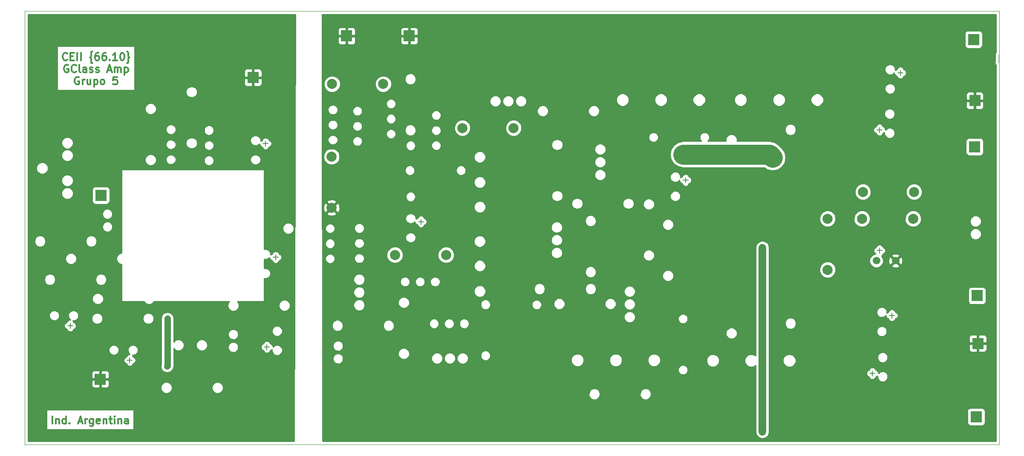
<source format=gbr>
G04 #@! TF.FileFunction,Copper,L1,Top,Signal*
%FSLAX46Y46*%
G04 Gerber Fmt 4.6, Leading zero omitted, Abs format (unit mm)*
G04 Created by KiCad (PCBNEW 0.201504261001+5623~23~ubuntu15.04.1-product) date Mon 22 Jun 2015 11:18:23 PM ART*
%MOMM*%
G01*
G04 APERTURE LIST*
%ADD10C,0.100000*%
%ADD11C,0.300000*%
%ADD12C,0.150000*%
%ADD13R,2.235200X2.235200*%
%ADD14C,1.998980*%
%ADD15C,1.501140*%
%ADD16C,0.600000*%
%ADD17C,1.270000*%
%ADD18C,4.000000*%
%ADD19C,1.500000*%
%ADD20C,0.254000*%
G04 APERTURE END LIST*
D10*
X232180300Y-24168600D02*
X232193000Y-24168600D01*
X232180300Y-23927300D02*
X232180300Y-24168600D01*
X232142200Y-23889200D02*
X232180300Y-23927300D01*
X38543400Y-23889200D02*
X232142200Y-23889200D01*
X38543400Y-24270200D02*
X38543400Y-23889200D01*
X38530700Y-110033300D02*
X38530700Y-110007900D01*
X232180300Y-110033300D02*
X38530700Y-110033300D01*
D11*
X44025186Y-105936671D02*
X44025186Y-104436671D01*
X44739472Y-104936671D02*
X44739472Y-105936671D01*
X44739472Y-105079529D02*
X44810900Y-105008100D01*
X44953758Y-104936671D01*
X45168043Y-104936671D01*
X45310900Y-105008100D01*
X45382329Y-105150957D01*
X45382329Y-105936671D01*
X46739472Y-105936671D02*
X46739472Y-104436671D01*
X46739472Y-105865243D02*
X46596615Y-105936671D01*
X46310901Y-105936671D01*
X46168043Y-105865243D01*
X46096615Y-105793814D01*
X46025186Y-105650957D01*
X46025186Y-105222386D01*
X46096615Y-105079529D01*
X46168043Y-105008100D01*
X46310901Y-104936671D01*
X46596615Y-104936671D01*
X46739472Y-105008100D01*
X47453758Y-105793814D02*
X47525186Y-105865243D01*
X47453758Y-105936671D01*
X47382329Y-105865243D01*
X47453758Y-105793814D01*
X47453758Y-105936671D01*
X49239472Y-105508100D02*
X49953758Y-105508100D01*
X49096615Y-105936671D02*
X49596615Y-104436671D01*
X50096615Y-105936671D01*
X50596615Y-105936671D02*
X50596615Y-104936671D01*
X50596615Y-105222386D02*
X50668043Y-105079529D01*
X50739472Y-105008100D01*
X50882329Y-104936671D01*
X51025186Y-104936671D01*
X52168043Y-104936671D02*
X52168043Y-106150957D01*
X52096614Y-106293814D01*
X52025186Y-106365243D01*
X51882329Y-106436671D01*
X51668043Y-106436671D01*
X51525186Y-106365243D01*
X52168043Y-105865243D02*
X52025186Y-105936671D01*
X51739472Y-105936671D01*
X51596614Y-105865243D01*
X51525186Y-105793814D01*
X51453757Y-105650957D01*
X51453757Y-105222386D01*
X51525186Y-105079529D01*
X51596614Y-105008100D01*
X51739472Y-104936671D01*
X52025186Y-104936671D01*
X52168043Y-105008100D01*
X53453757Y-105865243D02*
X53310900Y-105936671D01*
X53025186Y-105936671D01*
X52882329Y-105865243D01*
X52810900Y-105722386D01*
X52810900Y-105150957D01*
X52882329Y-105008100D01*
X53025186Y-104936671D01*
X53310900Y-104936671D01*
X53453757Y-105008100D01*
X53525186Y-105150957D01*
X53525186Y-105293814D01*
X52810900Y-105436671D01*
X54168043Y-104936671D02*
X54168043Y-105936671D01*
X54168043Y-105079529D02*
X54239471Y-105008100D01*
X54382329Y-104936671D01*
X54596614Y-104936671D01*
X54739471Y-105008100D01*
X54810900Y-105150957D01*
X54810900Y-105936671D01*
X55310900Y-104936671D02*
X55882329Y-104936671D01*
X55525186Y-104436671D02*
X55525186Y-105722386D01*
X55596614Y-105865243D01*
X55739472Y-105936671D01*
X55882329Y-105936671D01*
X56382329Y-105936671D02*
X56382329Y-104936671D01*
X56382329Y-104436671D02*
X56310900Y-104508100D01*
X56382329Y-104579529D01*
X56453757Y-104508100D01*
X56382329Y-104436671D01*
X56382329Y-104579529D01*
X57096615Y-104936671D02*
X57096615Y-105936671D01*
X57096615Y-105079529D02*
X57168043Y-105008100D01*
X57310901Y-104936671D01*
X57525186Y-104936671D01*
X57668043Y-105008100D01*
X57739472Y-105150957D01*
X57739472Y-105936671D01*
X59096615Y-105936671D02*
X59096615Y-105150957D01*
X59025186Y-105008100D01*
X58882329Y-104936671D01*
X58596615Y-104936671D01*
X58453758Y-105008100D01*
X59096615Y-105865243D02*
X58953758Y-105936671D01*
X58596615Y-105936671D01*
X58453758Y-105865243D01*
X58382329Y-105722386D01*
X58382329Y-105579529D01*
X58453758Y-105436671D01*
X58596615Y-105365243D01*
X58953758Y-105365243D01*
X59096615Y-105293814D01*
D10*
X232180300Y-24143200D02*
X232129500Y-24143200D01*
X232180300Y-110058700D02*
X232180300Y-24143200D01*
X38543400Y-24270200D02*
X38543400Y-110134900D01*
X232000000Y-34100000D02*
X231950000Y-34100000D01*
X232000000Y-32500000D02*
X232000000Y-34100000D01*
D11*
X47002315Y-33518414D02*
X46930886Y-33589843D01*
X46716600Y-33661271D01*
X46573743Y-33661271D01*
X46359458Y-33589843D01*
X46216600Y-33446986D01*
X46145172Y-33304129D01*
X46073743Y-33018414D01*
X46073743Y-32804129D01*
X46145172Y-32518414D01*
X46216600Y-32375557D01*
X46359458Y-32232700D01*
X46573743Y-32161271D01*
X46716600Y-32161271D01*
X46930886Y-32232700D01*
X47002315Y-32304129D01*
X47645172Y-32875557D02*
X48145172Y-32875557D01*
X48359458Y-33661271D02*
X47645172Y-33661271D01*
X47645172Y-32161271D01*
X48359458Y-32161271D01*
X49002315Y-33661271D02*
X49002315Y-32161271D01*
X49716601Y-33661271D02*
X49716601Y-32161271D01*
X52002315Y-34232700D02*
X51930887Y-34232700D01*
X51788030Y-34161271D01*
X51716601Y-34018414D01*
X51716601Y-33304129D01*
X51645172Y-33161271D01*
X51502315Y-33089843D01*
X51645172Y-33018414D01*
X51716601Y-32875557D01*
X51716601Y-32161271D01*
X51788030Y-32018414D01*
X51930887Y-31946986D01*
X52002315Y-31946986D01*
X53216601Y-32161271D02*
X52930887Y-32161271D01*
X52788030Y-32232700D01*
X52716601Y-32304129D01*
X52573744Y-32518414D01*
X52502315Y-32804129D01*
X52502315Y-33375557D01*
X52573744Y-33518414D01*
X52645172Y-33589843D01*
X52788030Y-33661271D01*
X53073744Y-33661271D01*
X53216601Y-33589843D01*
X53288030Y-33518414D01*
X53359458Y-33375557D01*
X53359458Y-33018414D01*
X53288030Y-32875557D01*
X53216601Y-32804129D01*
X53073744Y-32732700D01*
X52788030Y-32732700D01*
X52645172Y-32804129D01*
X52573744Y-32875557D01*
X52502315Y-33018414D01*
X54645172Y-32161271D02*
X54359458Y-32161271D01*
X54216601Y-32232700D01*
X54145172Y-32304129D01*
X54002315Y-32518414D01*
X53930886Y-32804129D01*
X53930886Y-33375557D01*
X54002315Y-33518414D01*
X54073743Y-33589843D01*
X54216601Y-33661271D01*
X54502315Y-33661271D01*
X54645172Y-33589843D01*
X54716601Y-33518414D01*
X54788029Y-33375557D01*
X54788029Y-33018414D01*
X54716601Y-32875557D01*
X54645172Y-32804129D01*
X54502315Y-32732700D01*
X54216601Y-32732700D01*
X54073743Y-32804129D01*
X54002315Y-32875557D01*
X53930886Y-33018414D01*
X55430886Y-33518414D02*
X55502314Y-33589843D01*
X55430886Y-33661271D01*
X55359457Y-33589843D01*
X55430886Y-33518414D01*
X55430886Y-33661271D01*
X56930886Y-33661271D02*
X56073743Y-33661271D01*
X56502315Y-33661271D02*
X56502315Y-32161271D01*
X56359458Y-32375557D01*
X56216600Y-32518414D01*
X56073743Y-32589843D01*
X57859457Y-32161271D02*
X58002314Y-32161271D01*
X58145171Y-32232700D01*
X58216600Y-32304129D01*
X58288029Y-32446986D01*
X58359457Y-32732700D01*
X58359457Y-33089843D01*
X58288029Y-33375557D01*
X58216600Y-33518414D01*
X58145171Y-33589843D01*
X58002314Y-33661271D01*
X57859457Y-33661271D01*
X57716600Y-33589843D01*
X57645171Y-33518414D01*
X57573743Y-33375557D01*
X57502314Y-33089843D01*
X57502314Y-32732700D01*
X57573743Y-32446986D01*
X57645171Y-32304129D01*
X57716600Y-32232700D01*
X57859457Y-32161271D01*
X58859457Y-34232700D02*
X58930885Y-34232700D01*
X59073742Y-34161271D01*
X59145171Y-34018414D01*
X59145171Y-33304129D01*
X59216600Y-33161271D01*
X59359457Y-33089843D01*
X59216600Y-33018414D01*
X59145171Y-32875557D01*
X59145171Y-32161271D01*
X59073742Y-32018414D01*
X58930885Y-31946986D01*
X58859457Y-31946986D01*
X47180886Y-34632700D02*
X47038029Y-34561271D01*
X46823743Y-34561271D01*
X46609458Y-34632700D01*
X46466600Y-34775557D01*
X46395172Y-34918414D01*
X46323743Y-35204129D01*
X46323743Y-35418414D01*
X46395172Y-35704129D01*
X46466600Y-35846986D01*
X46609458Y-35989843D01*
X46823743Y-36061271D01*
X46966600Y-36061271D01*
X47180886Y-35989843D01*
X47252315Y-35918414D01*
X47252315Y-35418414D01*
X46966600Y-35418414D01*
X48752315Y-35918414D02*
X48680886Y-35989843D01*
X48466600Y-36061271D01*
X48323743Y-36061271D01*
X48109458Y-35989843D01*
X47966600Y-35846986D01*
X47895172Y-35704129D01*
X47823743Y-35418414D01*
X47823743Y-35204129D01*
X47895172Y-34918414D01*
X47966600Y-34775557D01*
X48109458Y-34632700D01*
X48323743Y-34561271D01*
X48466600Y-34561271D01*
X48680886Y-34632700D01*
X48752315Y-34704129D01*
X49609458Y-36061271D02*
X49466600Y-35989843D01*
X49395172Y-35846986D01*
X49395172Y-34561271D01*
X50823743Y-36061271D02*
X50823743Y-35275557D01*
X50752314Y-35132700D01*
X50609457Y-35061271D01*
X50323743Y-35061271D01*
X50180886Y-35132700D01*
X50823743Y-35989843D02*
X50680886Y-36061271D01*
X50323743Y-36061271D01*
X50180886Y-35989843D01*
X50109457Y-35846986D01*
X50109457Y-35704129D01*
X50180886Y-35561271D01*
X50323743Y-35489843D01*
X50680886Y-35489843D01*
X50823743Y-35418414D01*
X51466600Y-35989843D02*
X51609457Y-36061271D01*
X51895172Y-36061271D01*
X52038029Y-35989843D01*
X52109457Y-35846986D01*
X52109457Y-35775557D01*
X52038029Y-35632700D01*
X51895172Y-35561271D01*
X51680886Y-35561271D01*
X51538029Y-35489843D01*
X51466600Y-35346986D01*
X51466600Y-35275557D01*
X51538029Y-35132700D01*
X51680886Y-35061271D01*
X51895172Y-35061271D01*
X52038029Y-35132700D01*
X52680886Y-35989843D02*
X52823743Y-36061271D01*
X53109458Y-36061271D01*
X53252315Y-35989843D01*
X53323743Y-35846986D01*
X53323743Y-35775557D01*
X53252315Y-35632700D01*
X53109458Y-35561271D01*
X52895172Y-35561271D01*
X52752315Y-35489843D01*
X52680886Y-35346986D01*
X52680886Y-35275557D01*
X52752315Y-35132700D01*
X52895172Y-35061271D01*
X53109458Y-35061271D01*
X53252315Y-35132700D01*
X55038029Y-35632700D02*
X55752315Y-35632700D01*
X54895172Y-36061271D02*
X55395172Y-34561271D01*
X55895172Y-36061271D01*
X56395172Y-36061271D02*
X56395172Y-35061271D01*
X56395172Y-35204129D02*
X56466600Y-35132700D01*
X56609458Y-35061271D01*
X56823743Y-35061271D01*
X56966600Y-35132700D01*
X57038029Y-35275557D01*
X57038029Y-36061271D01*
X57038029Y-35275557D02*
X57109458Y-35132700D01*
X57252315Y-35061271D01*
X57466600Y-35061271D01*
X57609458Y-35132700D01*
X57680886Y-35275557D01*
X57680886Y-36061271D01*
X58395172Y-35061271D02*
X58395172Y-36561271D01*
X58395172Y-35132700D02*
X58538029Y-35061271D01*
X58823743Y-35061271D01*
X58966600Y-35132700D01*
X59038029Y-35204129D01*
X59109458Y-35346986D01*
X59109458Y-35775557D01*
X59038029Y-35918414D01*
X58966600Y-35989843D01*
X58823743Y-36061271D01*
X58538029Y-36061271D01*
X58395172Y-35989843D01*
X49323743Y-37032700D02*
X49180886Y-36961271D01*
X48966600Y-36961271D01*
X48752315Y-37032700D01*
X48609457Y-37175557D01*
X48538029Y-37318414D01*
X48466600Y-37604129D01*
X48466600Y-37818414D01*
X48538029Y-38104129D01*
X48609457Y-38246986D01*
X48752315Y-38389843D01*
X48966600Y-38461271D01*
X49109457Y-38461271D01*
X49323743Y-38389843D01*
X49395172Y-38318414D01*
X49395172Y-37818414D01*
X49109457Y-37818414D01*
X50038029Y-38461271D02*
X50038029Y-37461271D01*
X50038029Y-37746986D02*
X50109457Y-37604129D01*
X50180886Y-37532700D01*
X50323743Y-37461271D01*
X50466600Y-37461271D01*
X51609457Y-37461271D02*
X51609457Y-38461271D01*
X50966600Y-37461271D02*
X50966600Y-38246986D01*
X51038028Y-38389843D01*
X51180886Y-38461271D01*
X51395171Y-38461271D01*
X51538028Y-38389843D01*
X51609457Y-38318414D01*
X52323743Y-37461271D02*
X52323743Y-38961271D01*
X52323743Y-37532700D02*
X52466600Y-37461271D01*
X52752314Y-37461271D01*
X52895171Y-37532700D01*
X52966600Y-37604129D01*
X53038029Y-37746986D01*
X53038029Y-38175557D01*
X52966600Y-38318414D01*
X52895171Y-38389843D01*
X52752314Y-38461271D01*
X52466600Y-38461271D01*
X52323743Y-38389843D01*
X53895172Y-38461271D02*
X53752314Y-38389843D01*
X53680886Y-38318414D01*
X53609457Y-38175557D01*
X53609457Y-37746986D01*
X53680886Y-37604129D01*
X53752314Y-37532700D01*
X53895172Y-37461271D01*
X54109457Y-37461271D01*
X54252314Y-37532700D01*
X54323743Y-37604129D01*
X54395172Y-37746986D01*
X54395172Y-38175557D01*
X54323743Y-38318414D01*
X54252314Y-38389843D01*
X54109457Y-38461271D01*
X53895172Y-38461271D01*
X56895172Y-36961271D02*
X56180886Y-36961271D01*
X56109457Y-37675557D01*
X56180886Y-37604129D01*
X56323743Y-37532700D01*
X56680886Y-37532700D01*
X56823743Y-37604129D01*
X56895172Y-37675557D01*
X56966600Y-37818414D01*
X56966600Y-38175557D01*
X56895172Y-38318414D01*
X56823743Y-38389843D01*
X56680886Y-38461271D01*
X56323743Y-38461271D01*
X56180886Y-38389843D01*
X56109457Y-38318414D01*
D12*
X88905600Y-72836600D02*
X87889600Y-72836600D01*
X88397600Y-72328600D02*
X88397600Y-73344600D01*
X47579800Y-86933600D02*
X47579800Y-85917600D01*
X48087800Y-86425600D02*
X47071800Y-86425600D01*
X86162400Y-90667400D02*
X87178400Y-90667400D01*
X86670400Y-91175400D02*
X86670400Y-90159400D01*
X86924400Y-50230600D02*
X85908400Y-50230600D01*
X86416400Y-49722600D02*
X86416400Y-50738600D01*
X59416200Y-93791600D02*
X59416200Y-92775600D01*
X59924200Y-93283600D02*
X58908200Y-93283600D01*
X117766000Y-65735700D02*
X116750000Y-65735700D01*
X117258000Y-65227700D02*
X117258000Y-66243700D01*
X170338000Y-57495000D02*
X169322000Y-57495000D01*
X169830000Y-56987000D02*
X169830000Y-58003000D01*
X206462800Y-95910900D02*
X207478800Y-95910900D01*
X206970800Y-96418900D02*
X206970800Y-95402900D01*
X213016000Y-36132000D02*
X212000000Y-36132000D01*
X212508000Y-35624000D02*
X212508000Y-36640000D01*
X207847100Y-47478180D02*
X208863100Y-47478180D01*
X208355100Y-47986180D02*
X208355100Y-46970180D01*
X211365000Y-84379300D02*
X210349000Y-84379300D01*
X210857000Y-83871300D02*
X210857000Y-84887300D01*
X208395000Y-70980000D02*
X208395000Y-71996000D01*
X207887000Y-71488000D02*
X208903000Y-71488000D01*
D13*
X83920000Y-37080000D03*
X227328900Y-41656500D03*
X102500600Y-28804100D03*
X53575000Y-97075000D03*
X227938500Y-89967300D03*
D14*
X99520000Y-52810000D03*
X99520000Y-62970000D03*
D15*
X211570000Y-73520000D03*
X207760000Y-73520000D03*
D14*
X215060000Y-65160000D03*
X204900000Y-65160000D03*
D13*
X114933900Y-28804100D03*
D14*
X198070000Y-65150000D03*
X198070000Y-75310000D03*
X215240000Y-59830000D03*
X205080000Y-59830000D03*
X99620000Y-38370000D03*
X109780000Y-38370000D03*
X135670000Y-47120000D03*
X125510000Y-47120000D03*
X112100000Y-72360000D03*
X122260000Y-72360000D03*
D13*
X227280640Y-50851300D03*
X227582900Y-104546900D03*
X227760700Y-80455000D03*
X227077440Y-29515300D03*
X53690000Y-60500000D03*
D16*
X114050000Y-98300000D03*
X107230000Y-57920000D03*
X187130000Y-52980000D03*
X169370000Y-52360000D03*
X66830000Y-94490000D03*
X66890000Y-84990000D03*
X185114100Y-70917300D03*
X185114100Y-107493300D03*
D17*
X107230000Y-57920000D02*
X107290000Y-57920000D01*
D18*
X187130000Y-52980000D02*
X186510000Y-52360000D01*
X186510000Y-52360000D02*
X169370000Y-52360000D01*
D17*
X66830000Y-94490000D02*
X66890000Y-94430000D01*
X66890000Y-94430000D02*
X66890000Y-84990000D01*
D19*
X185114100Y-107493300D02*
X185114100Y-70917300D01*
D20*
G36*
X92276756Y-24574200D02*
X92091841Y-109348300D01*
X92029998Y-109348300D01*
X92029998Y-66844441D01*
X91856354Y-66424188D01*
X91535103Y-66102377D01*
X91115154Y-65927999D01*
X90660441Y-65927602D01*
X90240188Y-66101246D01*
X89918377Y-66422497D01*
X89743999Y-66842446D01*
X89743602Y-67297159D01*
X89917246Y-67717412D01*
X90238497Y-68039223D01*
X90658446Y-68213601D01*
X91113159Y-68213998D01*
X91533412Y-68040354D01*
X91855223Y-67719103D01*
X92029601Y-67299154D01*
X92029998Y-66844441D01*
X92029998Y-109348300D01*
X91260376Y-109348300D01*
X91260376Y-82187550D01*
X91087889Y-81770099D01*
X90768781Y-81450433D01*
X90351632Y-81277218D01*
X89899950Y-81276824D01*
X89615600Y-81394314D01*
X89615600Y-72836600D01*
X89561554Y-72564895D01*
X89407646Y-72334554D01*
X89177305Y-72180646D01*
X89074085Y-72160114D01*
X89053554Y-72056895D01*
X88899646Y-71826554D01*
X88669305Y-71672646D01*
X88397600Y-71618600D01*
X88125895Y-71672646D01*
X87895554Y-71826554D01*
X87741646Y-72056895D01*
X87721114Y-72160114D01*
X87634400Y-72177362D01*
X87634400Y-50230600D01*
X87580354Y-49958895D01*
X87426446Y-49728554D01*
X87196105Y-49574646D01*
X87092885Y-49554114D01*
X87072354Y-49450895D01*
X86918446Y-49220554D01*
X86688105Y-49066646D01*
X86416400Y-49012600D01*
X86144695Y-49066646D01*
X85914354Y-49220554D01*
X85760446Y-49450895D01*
X85739914Y-49554114D01*
X85672600Y-49567503D01*
X85672600Y-38323910D01*
X85672600Y-38071291D01*
X85672600Y-37365750D01*
X85672600Y-36794250D01*
X85672600Y-36088709D01*
X85672600Y-35836090D01*
X85575927Y-35602701D01*
X85397298Y-35424073D01*
X85163909Y-35327400D01*
X84205750Y-35327400D01*
X84047000Y-35486150D01*
X84047000Y-36953000D01*
X85513850Y-36953000D01*
X85672600Y-36794250D01*
X85672600Y-37365750D01*
X85513850Y-37207000D01*
X84047000Y-37207000D01*
X84047000Y-38673850D01*
X84205750Y-38832600D01*
X85163909Y-38832600D01*
X85397298Y-38735927D01*
X85575927Y-38557299D01*
X85672600Y-38323910D01*
X85672600Y-49567503D01*
X85636695Y-49574646D01*
X85419341Y-49719875D01*
X85419629Y-49390619D01*
X85262384Y-49010057D01*
X84971474Y-48718639D01*
X84591187Y-48560730D01*
X84179419Y-48560371D01*
X83798857Y-48717616D01*
X83793000Y-48723462D01*
X83793000Y-38673850D01*
X83793000Y-37207000D01*
X83793000Y-36953000D01*
X83793000Y-35486150D01*
X83634250Y-35327400D01*
X82676091Y-35327400D01*
X82442702Y-35424073D01*
X82264073Y-35602701D01*
X82167400Y-35836090D01*
X82167400Y-36088709D01*
X82167400Y-36794250D01*
X82326150Y-36953000D01*
X83793000Y-36953000D01*
X83793000Y-37207000D01*
X82326150Y-37207000D01*
X82167400Y-37365750D01*
X82167400Y-38071291D01*
X82167400Y-38323910D01*
X82264073Y-38557299D01*
X82442702Y-38735927D01*
X82676091Y-38832600D01*
X83634250Y-38832600D01*
X83793000Y-38673850D01*
X83793000Y-48723462D01*
X83507439Y-49008526D01*
X83349530Y-49388813D01*
X83349171Y-49800581D01*
X83506416Y-50181143D01*
X83797326Y-50472561D01*
X84177613Y-50630470D01*
X84589381Y-50630829D01*
X84969943Y-50473584D01*
X85200876Y-50243052D01*
X85252446Y-50502305D01*
X85406354Y-50732646D01*
X85636695Y-50886554D01*
X85739914Y-50907085D01*
X85760446Y-51010305D01*
X85914354Y-51240646D01*
X86144695Y-51394554D01*
X86416400Y-51448600D01*
X86688105Y-51394554D01*
X86918446Y-51240646D01*
X87072354Y-51010305D01*
X87092885Y-50907085D01*
X87196105Y-50886554D01*
X87426446Y-50732646D01*
X87580354Y-50502305D01*
X87634400Y-50230600D01*
X87634400Y-72177362D01*
X87617895Y-72180646D01*
X87400541Y-72325875D01*
X87400829Y-71996619D01*
X87243584Y-71616057D01*
X86952674Y-71324639D01*
X86572387Y-71166730D01*
X86160619Y-71166371D01*
X86127000Y-71180262D01*
X86127000Y-55373172D01*
X85419629Y-55372214D01*
X85419629Y-53200619D01*
X85262384Y-52820057D01*
X84971474Y-52528639D01*
X84591187Y-52370730D01*
X84179419Y-52370371D01*
X83798857Y-52527616D01*
X83507439Y-52818526D01*
X83349530Y-53198813D01*
X83349171Y-53610581D01*
X83506416Y-53991143D01*
X83797326Y-54282561D01*
X84177613Y-54440470D01*
X84589381Y-54440829D01*
X84969943Y-54283584D01*
X85261361Y-53992674D01*
X85419270Y-53612387D01*
X85419629Y-53200619D01*
X85419629Y-55372214D01*
X76123170Y-55359626D01*
X76123170Y-53383931D01*
X76123170Y-50383931D01*
X76123170Y-47383931D01*
X75973529Y-47021771D01*
X75696686Y-46744445D01*
X75334788Y-46594172D01*
X74942931Y-46593830D01*
X74580771Y-46743471D01*
X74303445Y-47020314D01*
X74153172Y-47382212D01*
X74152830Y-47774069D01*
X74302471Y-48136229D01*
X74579314Y-48413555D01*
X74941212Y-48563828D01*
X75333069Y-48564170D01*
X75695229Y-48414529D01*
X75972555Y-48137686D01*
X76122828Y-47775788D01*
X76123170Y-47383931D01*
X76123170Y-50383931D01*
X75973529Y-50021771D01*
X75696686Y-49744445D01*
X75334788Y-49594172D01*
X74942931Y-49593830D01*
X74580771Y-49743471D01*
X74303445Y-50020314D01*
X74153172Y-50382212D01*
X74152830Y-50774069D01*
X74302471Y-51136229D01*
X74579314Y-51413555D01*
X74941212Y-51563828D01*
X75333069Y-51564170D01*
X75695229Y-51414529D01*
X75972555Y-51137686D01*
X76122828Y-50775788D01*
X76123170Y-50383931D01*
X76123170Y-53383931D01*
X75973529Y-53021771D01*
X75696686Y-52744445D01*
X75334788Y-52594172D01*
X74942931Y-52593830D01*
X74580771Y-52743471D01*
X74303445Y-53020314D01*
X74153172Y-53382212D01*
X74152830Y-53774069D01*
X74302471Y-54136229D01*
X74579314Y-54413555D01*
X74941212Y-54563828D01*
X75333069Y-54564170D01*
X75695229Y-54414529D01*
X75972555Y-54137686D01*
X76122828Y-53775788D01*
X76123170Y-53383931D01*
X76123170Y-55359626D01*
X72825576Y-55355161D01*
X72825576Y-49895150D01*
X72825576Y-39735150D01*
X72653089Y-39317699D01*
X72333981Y-38998033D01*
X71916832Y-38824818D01*
X71465150Y-38824424D01*
X71047699Y-38996911D01*
X70728033Y-39316019D01*
X70554818Y-39733168D01*
X70554424Y-40184850D01*
X70726911Y-40602301D01*
X71046019Y-40921967D01*
X71463168Y-41095182D01*
X71914850Y-41095576D01*
X72332301Y-40923089D01*
X72651967Y-40603981D01*
X72825182Y-40186832D01*
X72825576Y-39735150D01*
X72825576Y-49895150D01*
X72653089Y-49477699D01*
X72333981Y-49158033D01*
X71916832Y-48984818D01*
X71465150Y-48984424D01*
X71047699Y-49156911D01*
X70728033Y-49476019D01*
X70554818Y-49893168D01*
X70554424Y-50344850D01*
X70726911Y-50762301D01*
X71046019Y-51081967D01*
X71463168Y-51255182D01*
X71914850Y-51255576D01*
X72332301Y-51083089D01*
X72651967Y-50763981D01*
X72825182Y-50346832D01*
X72825576Y-49895150D01*
X72825576Y-55355161D01*
X68563170Y-55349389D01*
X68563170Y-53203931D01*
X68563170Y-50203931D01*
X68563170Y-47203931D01*
X68413529Y-46841771D01*
X68136686Y-46564445D01*
X67774788Y-46414172D01*
X67382931Y-46413830D01*
X67020771Y-46563471D01*
X66743445Y-46840314D01*
X66593172Y-47202212D01*
X66592830Y-47594069D01*
X66742471Y-47956229D01*
X67019314Y-48233555D01*
X67381212Y-48383828D01*
X67773069Y-48384170D01*
X68135229Y-48234529D01*
X68412555Y-47957686D01*
X68562828Y-47595788D01*
X68563170Y-47203931D01*
X68563170Y-50203931D01*
X68413529Y-49841771D01*
X68136686Y-49564445D01*
X67774788Y-49414172D01*
X67382931Y-49413830D01*
X67020771Y-49563471D01*
X66743445Y-49840314D01*
X66593172Y-50202212D01*
X66592830Y-50594069D01*
X66742471Y-50956229D01*
X67019314Y-51233555D01*
X67381212Y-51383828D01*
X67773069Y-51384170D01*
X68135229Y-51234529D01*
X68412555Y-50957686D01*
X68562828Y-50595788D01*
X68563170Y-50203931D01*
X68563170Y-53203931D01*
X68413529Y-52841771D01*
X68136686Y-52564445D01*
X67774788Y-52414172D01*
X67382931Y-52413830D01*
X67020771Y-52563471D01*
X66743445Y-52840314D01*
X66593172Y-53202212D01*
X66592830Y-53594069D01*
X66742471Y-53956229D01*
X67019314Y-54233555D01*
X67381212Y-54383828D01*
X67773069Y-54384170D01*
X68135229Y-54234529D01*
X68412555Y-53957686D01*
X68562828Y-53595788D01*
X68563170Y-53203931D01*
X68563170Y-55349389D01*
X64695576Y-55344152D01*
X64695576Y-53215150D01*
X64695576Y-43055150D01*
X64523089Y-42637699D01*
X64203981Y-42318033D01*
X63786832Y-42144818D01*
X63335150Y-42144424D01*
X62917699Y-42316911D01*
X62598033Y-42636019D01*
X62424818Y-43053168D01*
X62424424Y-43504850D01*
X62596911Y-43922301D01*
X62916019Y-44241967D01*
X63333168Y-44415182D01*
X63784850Y-44415576D01*
X64202301Y-44243089D01*
X64521967Y-43923981D01*
X64695182Y-43506832D01*
X64695576Y-43055150D01*
X64695576Y-53215150D01*
X64523089Y-52797699D01*
X64203981Y-52478033D01*
X63786832Y-52304818D01*
X63335150Y-52304424D01*
X62917699Y-52476911D01*
X62598033Y-52796019D01*
X62424818Y-53213168D01*
X62424424Y-53664850D01*
X62596911Y-54082301D01*
X62916019Y-54401967D01*
X63333168Y-54575182D01*
X63784850Y-54575576D01*
X64202301Y-54403089D01*
X64521967Y-54083981D01*
X64695182Y-53666832D01*
X64695576Y-53215150D01*
X64695576Y-55344152D01*
X60430171Y-55338377D01*
X60430171Y-39617700D01*
X60430171Y-30847700D01*
X45003029Y-30847700D01*
X45003029Y-39617700D01*
X60430171Y-39617700D01*
X60430171Y-55338377D01*
X57735200Y-55334728D01*
X57735200Y-71980461D01*
X57692750Y-71980424D01*
X57275299Y-72152911D01*
X56955633Y-72472019D01*
X56782418Y-72889168D01*
X56782024Y-73340850D01*
X56954511Y-73758301D01*
X57273619Y-74077967D01*
X57690768Y-74251182D01*
X57735200Y-74251220D01*
X57735200Y-81588728D01*
X62231042Y-81594815D01*
X62288511Y-81733901D01*
X62607619Y-82053567D01*
X63024768Y-82226782D01*
X63476450Y-82227176D01*
X63893901Y-82054689D01*
X64213567Y-81735581D01*
X64270870Y-81597577D01*
X79153785Y-81617729D01*
X79002833Y-81768419D01*
X78829618Y-82185568D01*
X78829224Y-82637250D01*
X79001711Y-83054701D01*
X79320819Y-83374367D01*
X79737968Y-83547582D01*
X80189650Y-83547976D01*
X80607101Y-83375489D01*
X80926767Y-83056381D01*
X81099982Y-82639232D01*
X81100376Y-82187550D01*
X80927889Y-81770099D01*
X80777981Y-81619929D01*
X86127000Y-81627172D01*
X86127000Y-77033260D01*
X86158813Y-77046470D01*
X86570581Y-77046829D01*
X86951143Y-76889584D01*
X87242561Y-76598674D01*
X87400470Y-76218387D01*
X87400829Y-75806619D01*
X87243584Y-75426057D01*
X86952674Y-75134639D01*
X86572387Y-74976730D01*
X86160619Y-74976371D01*
X86127000Y-74990262D01*
X86127000Y-73223260D01*
X86158813Y-73236470D01*
X86570581Y-73236829D01*
X86951143Y-73079584D01*
X87182076Y-72849052D01*
X87233646Y-73108305D01*
X87387554Y-73338646D01*
X87617895Y-73492554D01*
X87721114Y-73513085D01*
X87741646Y-73616305D01*
X87895554Y-73846646D01*
X88125895Y-74000554D01*
X88397600Y-74054600D01*
X88669305Y-74000554D01*
X88899646Y-73846646D01*
X89053554Y-73616305D01*
X89074085Y-73513085D01*
X89177305Y-73492554D01*
X89407646Y-73338646D01*
X89561554Y-73108305D01*
X89615600Y-72836600D01*
X89615600Y-81394314D01*
X89482499Y-81449311D01*
X89162833Y-81768419D01*
X88989618Y-82185568D01*
X88989224Y-82637250D01*
X89161711Y-83054701D01*
X89480819Y-83374367D01*
X89897968Y-83547582D01*
X90349650Y-83547976D01*
X90767101Y-83375489D01*
X91086767Y-83056381D01*
X91259982Y-82639232D01*
X91260376Y-82187550D01*
X91260376Y-109348300D01*
X89737629Y-109348300D01*
X89737629Y-91097419D01*
X89737629Y-87287419D01*
X89580384Y-86906857D01*
X89289474Y-86615439D01*
X88909187Y-86457530D01*
X88497419Y-86457171D01*
X88116857Y-86614416D01*
X87825439Y-86905326D01*
X87667530Y-87285613D01*
X87667171Y-87697381D01*
X87824416Y-88077943D01*
X88115326Y-88369361D01*
X88495613Y-88527270D01*
X88907381Y-88527629D01*
X89287943Y-88370384D01*
X89579361Y-88079474D01*
X89737270Y-87699187D01*
X89737629Y-87287419D01*
X89737629Y-91097419D01*
X89580384Y-90716857D01*
X89289474Y-90425439D01*
X88909187Y-90267530D01*
X88497419Y-90267171D01*
X88116857Y-90424416D01*
X87885923Y-90654947D01*
X87834354Y-90395695D01*
X87680446Y-90165354D01*
X87450105Y-90011446D01*
X87346885Y-89990914D01*
X87326354Y-89887695D01*
X87172446Y-89657354D01*
X86942105Y-89503446D01*
X86670400Y-89449400D01*
X86398695Y-89503446D01*
X86168354Y-89657354D01*
X86014446Y-89887695D01*
X85993914Y-89990914D01*
X85890695Y-90011446D01*
X85660354Y-90165354D01*
X85506446Y-90395695D01*
X85452400Y-90667400D01*
X85506446Y-90939105D01*
X85660354Y-91169446D01*
X85890695Y-91323354D01*
X85993914Y-91343885D01*
X86014446Y-91447105D01*
X86168354Y-91677446D01*
X86398695Y-91831354D01*
X86670400Y-91885400D01*
X86942105Y-91831354D01*
X87172446Y-91677446D01*
X87326354Y-91447105D01*
X87346885Y-91343885D01*
X87450105Y-91323354D01*
X87667458Y-91178124D01*
X87667171Y-91507381D01*
X87824416Y-91887943D01*
X88115326Y-92179361D01*
X88495613Y-92337270D01*
X88907381Y-92337629D01*
X89287943Y-92180384D01*
X89579361Y-91889474D01*
X89737270Y-91509187D01*
X89737629Y-91097419D01*
X89737629Y-109348300D01*
X81000029Y-109348300D01*
X81000029Y-90487819D01*
X81000029Y-87947819D01*
X80842784Y-87567257D01*
X80551874Y-87275839D01*
X80171587Y-87117930D01*
X79759819Y-87117571D01*
X79379257Y-87274816D01*
X79087839Y-87565726D01*
X78929930Y-87946013D01*
X78929571Y-88357781D01*
X79086816Y-88738343D01*
X79377726Y-89029761D01*
X79758013Y-89187670D01*
X80169781Y-89188029D01*
X80550343Y-89030784D01*
X80841761Y-88739874D01*
X80999670Y-88359587D01*
X81000029Y-87947819D01*
X81000029Y-90487819D01*
X80842784Y-90107257D01*
X80551874Y-89815839D01*
X80171587Y-89657930D01*
X79759819Y-89657571D01*
X79379257Y-89814816D01*
X79087839Y-90105726D01*
X78929930Y-90486013D01*
X78929571Y-90897781D01*
X79086816Y-91278343D01*
X79377726Y-91569761D01*
X79758013Y-91727670D01*
X80169781Y-91728029D01*
X80550343Y-91570784D01*
X80841761Y-91279874D01*
X80999670Y-90899587D01*
X81000029Y-90487819D01*
X81000029Y-109348300D01*
X77964396Y-109348300D01*
X77964396Y-98515610D01*
X77791909Y-98098159D01*
X77472801Y-97778493D01*
X77055652Y-97605278D01*
X76603970Y-97604884D01*
X76186519Y-97777371D01*
X75866853Y-98096479D01*
X75693638Y-98513628D01*
X75693244Y-98965310D01*
X75865731Y-99382761D01*
X76184839Y-99702427D01*
X76601988Y-99875642D01*
X77053670Y-99876036D01*
X77471121Y-99703549D01*
X77790787Y-99384441D01*
X77964002Y-98967292D01*
X77964396Y-98515610D01*
X77964396Y-109348300D01*
X74851976Y-109348300D01*
X74851976Y-90061550D01*
X74679489Y-89644099D01*
X74360381Y-89324433D01*
X73943232Y-89151218D01*
X73491550Y-89150824D01*
X73074099Y-89323311D01*
X72754433Y-89642419D01*
X72581218Y-90059568D01*
X72580824Y-90511250D01*
X72753311Y-90928701D01*
X73072419Y-91248367D01*
X73489568Y-91421582D01*
X73941250Y-91421976D01*
X74358701Y-91249489D01*
X74678367Y-90930381D01*
X74851582Y-90513232D01*
X74851976Y-90061550D01*
X74851976Y-109348300D01*
X70229176Y-109348300D01*
X70229176Y-90061550D01*
X70056689Y-89644099D01*
X69737581Y-89324433D01*
X69320432Y-89151218D01*
X68868750Y-89150824D01*
X68451299Y-89323311D01*
X68160000Y-89614101D01*
X68160000Y-84990000D01*
X68063327Y-84503992D01*
X67788026Y-84091974D01*
X67376008Y-83816673D01*
X66890000Y-83720000D01*
X66403992Y-83816673D01*
X65991974Y-84091974D01*
X65716673Y-84503992D01*
X65620000Y-84990000D01*
X65620000Y-94188357D01*
X65559999Y-94490000D01*
X65656673Y-94976008D01*
X65931974Y-95388026D01*
X66343992Y-95663327D01*
X66830000Y-95760001D01*
X67316008Y-95663327D01*
X67728026Y-95388026D01*
X67788022Y-95328028D01*
X67788026Y-95328026D01*
X67788026Y-95328025D01*
X68063327Y-94916008D01*
X68160000Y-94430000D01*
X68160001Y-94430000D01*
X68160000Y-94429994D01*
X68160000Y-90958241D01*
X68449619Y-91248367D01*
X68866768Y-91421582D01*
X69318450Y-91421976D01*
X69735901Y-91249489D01*
X70055567Y-90930381D01*
X70228782Y-90513232D01*
X70229176Y-90061550D01*
X70229176Y-109348300D01*
X67804396Y-109348300D01*
X67804396Y-98515610D01*
X67631909Y-98098159D01*
X67312801Y-97778493D01*
X66895652Y-97605278D01*
X66443970Y-97604884D01*
X66026519Y-97777371D01*
X65706853Y-98096479D01*
X65533638Y-98513628D01*
X65533244Y-98965310D01*
X65705731Y-99382761D01*
X66024839Y-99702427D01*
X66441988Y-99875642D01*
X66893670Y-99876036D01*
X67311121Y-99703549D01*
X67630787Y-99384441D01*
X67804002Y-98967292D01*
X67804396Y-98515610D01*
X67804396Y-109348300D01*
X64234776Y-109348300D01*
X64234776Y-84778350D01*
X64062289Y-84360899D01*
X63743181Y-84041233D01*
X63326032Y-83868018D01*
X62874350Y-83867624D01*
X62456899Y-84040111D01*
X62137233Y-84359219D01*
X61964018Y-84776368D01*
X61963624Y-85228050D01*
X62136111Y-85645501D01*
X62455219Y-85965167D01*
X62872368Y-86138382D01*
X63324050Y-86138776D01*
X63741501Y-85966289D01*
X64061167Y-85647181D01*
X64234382Y-85230032D01*
X64234776Y-84778350D01*
X64234776Y-109348300D01*
X61086429Y-109348300D01*
X61086429Y-91046619D01*
X60929184Y-90666057D01*
X60638274Y-90374639D01*
X60257987Y-90216730D01*
X59846219Y-90216371D01*
X59465657Y-90373616D01*
X59174239Y-90664526D01*
X59016330Y-91044813D01*
X59015971Y-91456581D01*
X59173216Y-91837143D01*
X59403747Y-92068076D01*
X59144495Y-92119646D01*
X58914154Y-92273554D01*
X58760246Y-92503895D01*
X58739714Y-92607114D01*
X58636495Y-92627646D01*
X58406154Y-92781554D01*
X58252246Y-93011895D01*
X58198200Y-93283600D01*
X58252246Y-93555305D01*
X58406154Y-93785646D01*
X58636495Y-93939554D01*
X58739714Y-93960085D01*
X58760246Y-94063305D01*
X58914154Y-94293646D01*
X59144495Y-94447554D01*
X59416200Y-94501600D01*
X59687905Y-94447554D01*
X59918246Y-94293646D01*
X60072154Y-94063305D01*
X60092685Y-93960085D01*
X60195905Y-93939554D01*
X60426246Y-93785646D01*
X60580154Y-93555305D01*
X60634200Y-93283600D01*
X60580154Y-93011895D01*
X60426246Y-92781554D01*
X60195905Y-92627646D01*
X60092685Y-92607114D01*
X60072154Y-92503895D01*
X59926924Y-92286541D01*
X60256181Y-92286829D01*
X60636743Y-92129584D01*
X60928161Y-91838674D01*
X61086070Y-91458387D01*
X61086429Y-91046619D01*
X61086429Y-109348300D01*
X60238758Y-109348300D01*
X60238758Y-107093100D01*
X60238758Y-103123100D01*
X57276429Y-103123100D01*
X57276429Y-91046619D01*
X57119184Y-90666057D01*
X56828274Y-90374639D01*
X56447987Y-90216730D01*
X56036219Y-90216371D01*
X56006429Y-90228679D01*
X56006429Y-66561019D01*
X56006429Y-64021019D01*
X55849184Y-63640457D01*
X55558274Y-63349039D01*
X55455040Y-63306172D01*
X55455040Y-61617600D01*
X55455040Y-59382400D01*
X55408063Y-59140277D01*
X55268273Y-58927473D01*
X55057240Y-58785023D01*
X54807600Y-58734960D01*
X52572400Y-58734960D01*
X52330277Y-58781937D01*
X52117473Y-58921727D01*
X51975023Y-59132760D01*
X51924960Y-59382400D01*
X51924960Y-61617600D01*
X51971937Y-61859723D01*
X52111727Y-62072527D01*
X52322760Y-62214977D01*
X52572400Y-62265040D01*
X54807600Y-62265040D01*
X55049723Y-62218063D01*
X55262527Y-62078273D01*
X55404977Y-61867240D01*
X55455040Y-61617600D01*
X55455040Y-63306172D01*
X55177987Y-63191130D01*
X54766219Y-63190771D01*
X54385657Y-63348016D01*
X54094239Y-63638926D01*
X53936330Y-64019213D01*
X53935971Y-64430981D01*
X54093216Y-64811543D01*
X54384126Y-65102961D01*
X54764413Y-65260870D01*
X55176181Y-65261229D01*
X55556743Y-65103984D01*
X55848161Y-64813074D01*
X56006070Y-64432787D01*
X56006429Y-64021019D01*
X56006429Y-66561019D01*
X55849184Y-66180457D01*
X55558274Y-65889039D01*
X55177987Y-65731130D01*
X54766219Y-65730771D01*
X54385657Y-65888016D01*
X54094239Y-66178926D01*
X53936330Y-66559213D01*
X53935971Y-66970981D01*
X54093216Y-67351543D01*
X54384126Y-67642961D01*
X54764413Y-67800870D01*
X55176181Y-67801229D01*
X55556743Y-67643984D01*
X55848161Y-67353074D01*
X56006070Y-66972787D01*
X56006429Y-66561019D01*
X56006429Y-90228679D01*
X55655657Y-90373616D01*
X55364239Y-90664526D01*
X55206330Y-91044813D01*
X55205971Y-91456581D01*
X55363216Y-91837143D01*
X55654126Y-92128561D01*
X56034413Y-92286470D01*
X56446181Y-92286829D01*
X56826743Y-92129584D01*
X57118161Y-91838674D01*
X57276070Y-91458387D01*
X57276429Y-91046619D01*
X57276429Y-103123100D01*
X55327600Y-103123100D01*
X55327600Y-98318910D01*
X55327600Y-98066291D01*
X55327600Y-97360750D01*
X55327600Y-96789250D01*
X55327600Y-96083709D01*
X55327600Y-95831090D01*
X55230927Y-95597701D01*
X55052298Y-95419073D01*
X54835576Y-95329303D01*
X54835576Y-77045150D01*
X54663089Y-76627699D01*
X54343981Y-76308033D01*
X53926832Y-76134818D01*
X53475150Y-76134424D01*
X53057699Y-76306911D01*
X52885576Y-76478733D01*
X52885576Y-69385150D01*
X52713089Y-68967699D01*
X52393981Y-68648033D01*
X51976832Y-68474818D01*
X51525150Y-68474424D01*
X51107699Y-68646911D01*
X50788033Y-68966019D01*
X50614818Y-69383168D01*
X50614424Y-69834850D01*
X50786911Y-70252301D01*
X51106019Y-70571967D01*
X51523168Y-70745182D01*
X51974850Y-70745576D01*
X52392301Y-70573089D01*
X52711967Y-70253981D01*
X52885182Y-69836832D01*
X52885576Y-69385150D01*
X52885576Y-76478733D01*
X52738033Y-76626019D01*
X52564818Y-77043168D01*
X52564424Y-77494850D01*
X52736911Y-77912301D01*
X53056019Y-78231967D01*
X53473168Y-78405182D01*
X53924850Y-78405576D01*
X54342301Y-78233089D01*
X54661967Y-77913981D01*
X54835182Y-77496832D01*
X54835576Y-77045150D01*
X54835576Y-95329303D01*
X54818909Y-95322400D01*
X54227176Y-95322400D01*
X54227176Y-80866750D01*
X54054689Y-80449299D01*
X53735581Y-80129633D01*
X53318432Y-79956418D01*
X52866750Y-79956024D01*
X52449299Y-80128511D01*
X52129633Y-80447619D01*
X51956418Y-80864768D01*
X51956024Y-81316450D01*
X52128511Y-81733901D01*
X52447619Y-82053567D01*
X52864768Y-82226782D01*
X53316450Y-82227176D01*
X53733901Y-82054689D01*
X54053567Y-81735581D01*
X54226782Y-81318432D01*
X54227176Y-80866750D01*
X54227176Y-95322400D01*
X54074776Y-95322400D01*
X54074776Y-84778350D01*
X53902289Y-84360899D01*
X53583181Y-84041233D01*
X53166032Y-83868018D01*
X52714350Y-83867624D01*
X52296899Y-84040111D01*
X51977233Y-84359219D01*
X51804018Y-84776368D01*
X51803624Y-85228050D01*
X51976111Y-85645501D01*
X52295219Y-85965167D01*
X52712368Y-86138382D01*
X53164050Y-86138776D01*
X53581501Y-85966289D01*
X53901167Y-85647181D01*
X54074382Y-85230032D01*
X54074776Y-84778350D01*
X54074776Y-95322400D01*
X53860750Y-95322400D01*
X53702000Y-95481150D01*
X53702000Y-96948000D01*
X55168850Y-96948000D01*
X55327600Y-96789250D01*
X55327600Y-97360750D01*
X55168850Y-97202000D01*
X53702000Y-97202000D01*
X53702000Y-98668850D01*
X53860750Y-98827600D01*
X54818909Y-98827600D01*
X55052298Y-98730927D01*
X55230927Y-98552299D01*
X55327600Y-98318910D01*
X55327600Y-103123100D01*
X53448000Y-103123100D01*
X53448000Y-98668850D01*
X53448000Y-97202000D01*
X53448000Y-96948000D01*
X53448000Y-95481150D01*
X53289250Y-95322400D01*
X52331091Y-95322400D01*
X52097702Y-95419073D01*
X51919073Y-95597701D01*
X51822400Y-95831090D01*
X51822400Y-96083709D01*
X51822400Y-96789250D01*
X51981150Y-96948000D01*
X53448000Y-96948000D01*
X53448000Y-97202000D01*
X51981150Y-97202000D01*
X51822400Y-97360750D01*
X51822400Y-98066291D01*
X51822400Y-98318910D01*
X51919073Y-98552299D01*
X52097702Y-98730927D01*
X52331091Y-98827600D01*
X53289250Y-98827600D01*
X53448000Y-98668850D01*
X53448000Y-103123100D01*
X49250029Y-103123100D01*
X49250029Y-84188619D01*
X49092784Y-83808057D01*
X48893176Y-83608100D01*
X48893176Y-72891150D01*
X48720689Y-72473699D01*
X48401581Y-72154033D01*
X48185206Y-72064186D01*
X48185206Y-59840463D01*
X48185206Y-57340463D01*
X48185206Y-52340463D01*
X48185206Y-49840463D01*
X48005180Y-49404768D01*
X47672125Y-49071131D01*
X47236745Y-48890346D01*
X46765323Y-48889934D01*
X46329628Y-49069960D01*
X45995991Y-49403015D01*
X45815206Y-49838395D01*
X45814794Y-50309817D01*
X45994820Y-50745512D01*
X46327875Y-51079149D01*
X46763255Y-51259934D01*
X47234677Y-51260346D01*
X47670372Y-51080320D01*
X48004009Y-50747265D01*
X48184794Y-50311885D01*
X48185206Y-49840463D01*
X48185206Y-52340463D01*
X48005180Y-51904768D01*
X47672125Y-51571131D01*
X47236745Y-51390346D01*
X46765323Y-51389934D01*
X46329628Y-51569960D01*
X45995991Y-51903015D01*
X45815206Y-52338395D01*
X45814794Y-52809817D01*
X45994820Y-53245512D01*
X46327875Y-53579149D01*
X46763255Y-53759934D01*
X47234677Y-53760346D01*
X47670372Y-53580320D01*
X48004009Y-53247265D01*
X48184794Y-52811885D01*
X48185206Y-52340463D01*
X48185206Y-57340463D01*
X48005180Y-56904768D01*
X47672125Y-56571131D01*
X47236745Y-56390346D01*
X46765323Y-56389934D01*
X46329628Y-56569960D01*
X45995991Y-56903015D01*
X45815206Y-57338395D01*
X45814794Y-57809817D01*
X45994820Y-58245512D01*
X46327875Y-58579149D01*
X46763255Y-58759934D01*
X47234677Y-58760346D01*
X47670372Y-58580320D01*
X48004009Y-58247265D01*
X48184794Y-57811885D01*
X48185206Y-57340463D01*
X48185206Y-59840463D01*
X48005180Y-59404768D01*
X47672125Y-59071131D01*
X47236745Y-58890346D01*
X46765323Y-58889934D01*
X46329628Y-59069960D01*
X45995991Y-59403015D01*
X45815206Y-59838395D01*
X45814794Y-60309817D01*
X45994820Y-60745512D01*
X46327875Y-61079149D01*
X46763255Y-61259934D01*
X47234677Y-61260346D01*
X47670372Y-61080320D01*
X48004009Y-60747265D01*
X48184794Y-60311885D01*
X48185206Y-59840463D01*
X48185206Y-72064186D01*
X47984432Y-71980818D01*
X47532750Y-71980424D01*
X47115299Y-72152911D01*
X46795633Y-72472019D01*
X46622418Y-72889168D01*
X46622024Y-73340850D01*
X46794511Y-73758301D01*
X47113619Y-74077967D01*
X47530768Y-74251182D01*
X47982450Y-74251576D01*
X48399901Y-74079089D01*
X48719567Y-73759981D01*
X48892782Y-73342832D01*
X48893176Y-72891150D01*
X48893176Y-83608100D01*
X48801874Y-83516639D01*
X48421587Y-83358730D01*
X48009819Y-83358371D01*
X47629257Y-83515616D01*
X47337839Y-83806526D01*
X47179930Y-84186813D01*
X47179571Y-84598581D01*
X47336816Y-84979143D01*
X47567347Y-85210076D01*
X47308095Y-85261646D01*
X47077754Y-85415554D01*
X46923846Y-85645895D01*
X46903314Y-85749114D01*
X46800095Y-85769646D01*
X46569754Y-85923554D01*
X46415846Y-86153895D01*
X46361800Y-86425600D01*
X46415846Y-86697305D01*
X46569754Y-86927646D01*
X46800095Y-87081554D01*
X46903314Y-87102085D01*
X46923846Y-87205305D01*
X47077754Y-87435646D01*
X47308095Y-87589554D01*
X47579800Y-87643600D01*
X47851505Y-87589554D01*
X48081846Y-87435646D01*
X48235754Y-87205305D01*
X48256285Y-87102085D01*
X48359505Y-87081554D01*
X48589846Y-86927646D01*
X48743754Y-86697305D01*
X48797800Y-86425600D01*
X48743754Y-86153895D01*
X48589846Y-85923554D01*
X48359505Y-85769646D01*
X48256285Y-85749114D01*
X48235754Y-85645895D01*
X48090524Y-85428541D01*
X48419781Y-85428829D01*
X48800343Y-85271584D01*
X49091761Y-84980674D01*
X49249670Y-84600387D01*
X49250029Y-84188619D01*
X49250029Y-103123100D01*
X45440029Y-103123100D01*
X45440029Y-84188619D01*
X45282784Y-83808057D01*
X44991874Y-83516639D01*
X44675576Y-83385300D01*
X44675576Y-77045150D01*
X44503089Y-76627699D01*
X44183981Y-76308033D01*
X43766832Y-76134818D01*
X43315150Y-76134424D01*
X43185206Y-76188115D01*
X43185206Y-54840463D01*
X43005180Y-54404768D01*
X42672125Y-54071131D01*
X42236745Y-53890346D01*
X41765323Y-53889934D01*
X41329628Y-54069960D01*
X40995991Y-54403015D01*
X40815206Y-54838395D01*
X40814794Y-55309817D01*
X40994820Y-55745512D01*
X41327875Y-56079149D01*
X41763255Y-56259934D01*
X42234677Y-56260346D01*
X42670372Y-56080320D01*
X43004009Y-55747265D01*
X43184794Y-55311885D01*
X43185206Y-54840463D01*
X43185206Y-76188115D01*
X42897699Y-76306911D01*
X42725576Y-76478733D01*
X42725576Y-69385150D01*
X42553089Y-68967699D01*
X42233981Y-68648033D01*
X41816832Y-68474818D01*
X41365150Y-68474424D01*
X40947699Y-68646911D01*
X40628033Y-68966019D01*
X40454818Y-69383168D01*
X40454424Y-69834850D01*
X40626911Y-70252301D01*
X40946019Y-70571967D01*
X41363168Y-70745182D01*
X41814850Y-70745576D01*
X42232301Y-70573089D01*
X42551967Y-70253981D01*
X42725182Y-69836832D01*
X42725576Y-69385150D01*
X42725576Y-76478733D01*
X42578033Y-76626019D01*
X42404818Y-77043168D01*
X42404424Y-77494850D01*
X42576911Y-77912301D01*
X42896019Y-78231967D01*
X43313168Y-78405182D01*
X43764850Y-78405576D01*
X44182301Y-78233089D01*
X44501967Y-77913981D01*
X44675182Y-77496832D01*
X44675576Y-77045150D01*
X44675576Y-83385300D01*
X44611587Y-83358730D01*
X44199819Y-83358371D01*
X43819257Y-83515616D01*
X43527839Y-83806526D01*
X43369930Y-84186813D01*
X43369571Y-84598581D01*
X43526816Y-84979143D01*
X43817726Y-85270561D01*
X44198013Y-85428470D01*
X44609781Y-85428829D01*
X44990343Y-85271584D01*
X45281761Y-84980674D01*
X45439670Y-84600387D01*
X45440029Y-84188619D01*
X45440029Y-103123100D01*
X42883043Y-103123100D01*
X42883043Y-107093100D01*
X60238758Y-107093100D01*
X60238758Y-109348300D01*
X39228400Y-109348300D01*
X39228400Y-24574200D01*
X92276756Y-24574200D01*
X92276756Y-24574200D01*
G37*
X92276756Y-24574200D02*
X92091841Y-109348300D01*
X92029998Y-109348300D01*
X92029998Y-66844441D01*
X91856354Y-66424188D01*
X91535103Y-66102377D01*
X91115154Y-65927999D01*
X90660441Y-65927602D01*
X90240188Y-66101246D01*
X89918377Y-66422497D01*
X89743999Y-66842446D01*
X89743602Y-67297159D01*
X89917246Y-67717412D01*
X90238497Y-68039223D01*
X90658446Y-68213601D01*
X91113159Y-68213998D01*
X91533412Y-68040354D01*
X91855223Y-67719103D01*
X92029601Y-67299154D01*
X92029998Y-66844441D01*
X92029998Y-109348300D01*
X91260376Y-109348300D01*
X91260376Y-82187550D01*
X91087889Y-81770099D01*
X90768781Y-81450433D01*
X90351632Y-81277218D01*
X89899950Y-81276824D01*
X89615600Y-81394314D01*
X89615600Y-72836600D01*
X89561554Y-72564895D01*
X89407646Y-72334554D01*
X89177305Y-72180646D01*
X89074085Y-72160114D01*
X89053554Y-72056895D01*
X88899646Y-71826554D01*
X88669305Y-71672646D01*
X88397600Y-71618600D01*
X88125895Y-71672646D01*
X87895554Y-71826554D01*
X87741646Y-72056895D01*
X87721114Y-72160114D01*
X87634400Y-72177362D01*
X87634400Y-50230600D01*
X87580354Y-49958895D01*
X87426446Y-49728554D01*
X87196105Y-49574646D01*
X87092885Y-49554114D01*
X87072354Y-49450895D01*
X86918446Y-49220554D01*
X86688105Y-49066646D01*
X86416400Y-49012600D01*
X86144695Y-49066646D01*
X85914354Y-49220554D01*
X85760446Y-49450895D01*
X85739914Y-49554114D01*
X85672600Y-49567503D01*
X85672600Y-38323910D01*
X85672600Y-38071291D01*
X85672600Y-37365750D01*
X85672600Y-36794250D01*
X85672600Y-36088709D01*
X85672600Y-35836090D01*
X85575927Y-35602701D01*
X85397298Y-35424073D01*
X85163909Y-35327400D01*
X84205750Y-35327400D01*
X84047000Y-35486150D01*
X84047000Y-36953000D01*
X85513850Y-36953000D01*
X85672600Y-36794250D01*
X85672600Y-37365750D01*
X85513850Y-37207000D01*
X84047000Y-37207000D01*
X84047000Y-38673850D01*
X84205750Y-38832600D01*
X85163909Y-38832600D01*
X85397298Y-38735927D01*
X85575927Y-38557299D01*
X85672600Y-38323910D01*
X85672600Y-49567503D01*
X85636695Y-49574646D01*
X85419341Y-49719875D01*
X85419629Y-49390619D01*
X85262384Y-49010057D01*
X84971474Y-48718639D01*
X84591187Y-48560730D01*
X84179419Y-48560371D01*
X83798857Y-48717616D01*
X83793000Y-48723462D01*
X83793000Y-38673850D01*
X83793000Y-37207000D01*
X83793000Y-36953000D01*
X83793000Y-35486150D01*
X83634250Y-35327400D01*
X82676091Y-35327400D01*
X82442702Y-35424073D01*
X82264073Y-35602701D01*
X82167400Y-35836090D01*
X82167400Y-36088709D01*
X82167400Y-36794250D01*
X82326150Y-36953000D01*
X83793000Y-36953000D01*
X83793000Y-37207000D01*
X82326150Y-37207000D01*
X82167400Y-37365750D01*
X82167400Y-38071291D01*
X82167400Y-38323910D01*
X82264073Y-38557299D01*
X82442702Y-38735927D01*
X82676091Y-38832600D01*
X83634250Y-38832600D01*
X83793000Y-38673850D01*
X83793000Y-48723462D01*
X83507439Y-49008526D01*
X83349530Y-49388813D01*
X83349171Y-49800581D01*
X83506416Y-50181143D01*
X83797326Y-50472561D01*
X84177613Y-50630470D01*
X84589381Y-50630829D01*
X84969943Y-50473584D01*
X85200876Y-50243052D01*
X85252446Y-50502305D01*
X85406354Y-50732646D01*
X85636695Y-50886554D01*
X85739914Y-50907085D01*
X85760446Y-51010305D01*
X85914354Y-51240646D01*
X86144695Y-51394554D01*
X86416400Y-51448600D01*
X86688105Y-51394554D01*
X86918446Y-51240646D01*
X87072354Y-51010305D01*
X87092885Y-50907085D01*
X87196105Y-50886554D01*
X87426446Y-50732646D01*
X87580354Y-50502305D01*
X87634400Y-50230600D01*
X87634400Y-72177362D01*
X87617895Y-72180646D01*
X87400541Y-72325875D01*
X87400829Y-71996619D01*
X87243584Y-71616057D01*
X86952674Y-71324639D01*
X86572387Y-71166730D01*
X86160619Y-71166371D01*
X86127000Y-71180262D01*
X86127000Y-55373172D01*
X85419629Y-55372214D01*
X85419629Y-53200619D01*
X85262384Y-52820057D01*
X84971474Y-52528639D01*
X84591187Y-52370730D01*
X84179419Y-52370371D01*
X83798857Y-52527616D01*
X83507439Y-52818526D01*
X83349530Y-53198813D01*
X83349171Y-53610581D01*
X83506416Y-53991143D01*
X83797326Y-54282561D01*
X84177613Y-54440470D01*
X84589381Y-54440829D01*
X84969943Y-54283584D01*
X85261361Y-53992674D01*
X85419270Y-53612387D01*
X85419629Y-53200619D01*
X85419629Y-55372214D01*
X76123170Y-55359626D01*
X76123170Y-53383931D01*
X76123170Y-50383931D01*
X76123170Y-47383931D01*
X75973529Y-47021771D01*
X75696686Y-46744445D01*
X75334788Y-46594172D01*
X74942931Y-46593830D01*
X74580771Y-46743471D01*
X74303445Y-47020314D01*
X74153172Y-47382212D01*
X74152830Y-47774069D01*
X74302471Y-48136229D01*
X74579314Y-48413555D01*
X74941212Y-48563828D01*
X75333069Y-48564170D01*
X75695229Y-48414529D01*
X75972555Y-48137686D01*
X76122828Y-47775788D01*
X76123170Y-47383931D01*
X76123170Y-50383931D01*
X75973529Y-50021771D01*
X75696686Y-49744445D01*
X75334788Y-49594172D01*
X74942931Y-49593830D01*
X74580771Y-49743471D01*
X74303445Y-50020314D01*
X74153172Y-50382212D01*
X74152830Y-50774069D01*
X74302471Y-51136229D01*
X74579314Y-51413555D01*
X74941212Y-51563828D01*
X75333069Y-51564170D01*
X75695229Y-51414529D01*
X75972555Y-51137686D01*
X76122828Y-50775788D01*
X76123170Y-50383931D01*
X76123170Y-53383931D01*
X75973529Y-53021771D01*
X75696686Y-52744445D01*
X75334788Y-52594172D01*
X74942931Y-52593830D01*
X74580771Y-52743471D01*
X74303445Y-53020314D01*
X74153172Y-53382212D01*
X74152830Y-53774069D01*
X74302471Y-54136229D01*
X74579314Y-54413555D01*
X74941212Y-54563828D01*
X75333069Y-54564170D01*
X75695229Y-54414529D01*
X75972555Y-54137686D01*
X76122828Y-53775788D01*
X76123170Y-53383931D01*
X76123170Y-55359626D01*
X72825576Y-55355161D01*
X72825576Y-49895150D01*
X72825576Y-39735150D01*
X72653089Y-39317699D01*
X72333981Y-38998033D01*
X71916832Y-38824818D01*
X71465150Y-38824424D01*
X71047699Y-38996911D01*
X70728033Y-39316019D01*
X70554818Y-39733168D01*
X70554424Y-40184850D01*
X70726911Y-40602301D01*
X71046019Y-40921967D01*
X71463168Y-41095182D01*
X71914850Y-41095576D01*
X72332301Y-40923089D01*
X72651967Y-40603981D01*
X72825182Y-40186832D01*
X72825576Y-39735150D01*
X72825576Y-49895150D01*
X72653089Y-49477699D01*
X72333981Y-49158033D01*
X71916832Y-48984818D01*
X71465150Y-48984424D01*
X71047699Y-49156911D01*
X70728033Y-49476019D01*
X70554818Y-49893168D01*
X70554424Y-50344850D01*
X70726911Y-50762301D01*
X71046019Y-51081967D01*
X71463168Y-51255182D01*
X71914850Y-51255576D01*
X72332301Y-51083089D01*
X72651967Y-50763981D01*
X72825182Y-50346832D01*
X72825576Y-49895150D01*
X72825576Y-55355161D01*
X68563170Y-55349389D01*
X68563170Y-53203931D01*
X68563170Y-50203931D01*
X68563170Y-47203931D01*
X68413529Y-46841771D01*
X68136686Y-46564445D01*
X67774788Y-46414172D01*
X67382931Y-46413830D01*
X67020771Y-46563471D01*
X66743445Y-46840314D01*
X66593172Y-47202212D01*
X66592830Y-47594069D01*
X66742471Y-47956229D01*
X67019314Y-48233555D01*
X67381212Y-48383828D01*
X67773069Y-48384170D01*
X68135229Y-48234529D01*
X68412555Y-47957686D01*
X68562828Y-47595788D01*
X68563170Y-47203931D01*
X68563170Y-50203931D01*
X68413529Y-49841771D01*
X68136686Y-49564445D01*
X67774788Y-49414172D01*
X67382931Y-49413830D01*
X67020771Y-49563471D01*
X66743445Y-49840314D01*
X66593172Y-50202212D01*
X66592830Y-50594069D01*
X66742471Y-50956229D01*
X67019314Y-51233555D01*
X67381212Y-51383828D01*
X67773069Y-51384170D01*
X68135229Y-51234529D01*
X68412555Y-50957686D01*
X68562828Y-50595788D01*
X68563170Y-50203931D01*
X68563170Y-53203931D01*
X68413529Y-52841771D01*
X68136686Y-52564445D01*
X67774788Y-52414172D01*
X67382931Y-52413830D01*
X67020771Y-52563471D01*
X66743445Y-52840314D01*
X66593172Y-53202212D01*
X66592830Y-53594069D01*
X66742471Y-53956229D01*
X67019314Y-54233555D01*
X67381212Y-54383828D01*
X67773069Y-54384170D01*
X68135229Y-54234529D01*
X68412555Y-53957686D01*
X68562828Y-53595788D01*
X68563170Y-53203931D01*
X68563170Y-55349389D01*
X64695576Y-55344152D01*
X64695576Y-53215150D01*
X64695576Y-43055150D01*
X64523089Y-42637699D01*
X64203981Y-42318033D01*
X63786832Y-42144818D01*
X63335150Y-42144424D01*
X62917699Y-42316911D01*
X62598033Y-42636019D01*
X62424818Y-43053168D01*
X62424424Y-43504850D01*
X62596911Y-43922301D01*
X62916019Y-44241967D01*
X63333168Y-44415182D01*
X63784850Y-44415576D01*
X64202301Y-44243089D01*
X64521967Y-43923981D01*
X64695182Y-43506832D01*
X64695576Y-43055150D01*
X64695576Y-53215150D01*
X64523089Y-52797699D01*
X64203981Y-52478033D01*
X63786832Y-52304818D01*
X63335150Y-52304424D01*
X62917699Y-52476911D01*
X62598033Y-52796019D01*
X62424818Y-53213168D01*
X62424424Y-53664850D01*
X62596911Y-54082301D01*
X62916019Y-54401967D01*
X63333168Y-54575182D01*
X63784850Y-54575576D01*
X64202301Y-54403089D01*
X64521967Y-54083981D01*
X64695182Y-53666832D01*
X64695576Y-53215150D01*
X64695576Y-55344152D01*
X60430171Y-55338377D01*
X60430171Y-39617700D01*
X60430171Y-30847700D01*
X45003029Y-30847700D01*
X45003029Y-39617700D01*
X60430171Y-39617700D01*
X60430171Y-55338377D01*
X57735200Y-55334728D01*
X57735200Y-71980461D01*
X57692750Y-71980424D01*
X57275299Y-72152911D01*
X56955633Y-72472019D01*
X56782418Y-72889168D01*
X56782024Y-73340850D01*
X56954511Y-73758301D01*
X57273619Y-74077967D01*
X57690768Y-74251182D01*
X57735200Y-74251220D01*
X57735200Y-81588728D01*
X62231042Y-81594815D01*
X62288511Y-81733901D01*
X62607619Y-82053567D01*
X63024768Y-82226782D01*
X63476450Y-82227176D01*
X63893901Y-82054689D01*
X64213567Y-81735581D01*
X64270870Y-81597577D01*
X79153785Y-81617729D01*
X79002833Y-81768419D01*
X78829618Y-82185568D01*
X78829224Y-82637250D01*
X79001711Y-83054701D01*
X79320819Y-83374367D01*
X79737968Y-83547582D01*
X80189650Y-83547976D01*
X80607101Y-83375489D01*
X80926767Y-83056381D01*
X81099982Y-82639232D01*
X81100376Y-82187550D01*
X80927889Y-81770099D01*
X80777981Y-81619929D01*
X86127000Y-81627172D01*
X86127000Y-77033260D01*
X86158813Y-77046470D01*
X86570581Y-77046829D01*
X86951143Y-76889584D01*
X87242561Y-76598674D01*
X87400470Y-76218387D01*
X87400829Y-75806619D01*
X87243584Y-75426057D01*
X86952674Y-75134639D01*
X86572387Y-74976730D01*
X86160619Y-74976371D01*
X86127000Y-74990262D01*
X86127000Y-73223260D01*
X86158813Y-73236470D01*
X86570581Y-73236829D01*
X86951143Y-73079584D01*
X87182076Y-72849052D01*
X87233646Y-73108305D01*
X87387554Y-73338646D01*
X87617895Y-73492554D01*
X87721114Y-73513085D01*
X87741646Y-73616305D01*
X87895554Y-73846646D01*
X88125895Y-74000554D01*
X88397600Y-74054600D01*
X88669305Y-74000554D01*
X88899646Y-73846646D01*
X89053554Y-73616305D01*
X89074085Y-73513085D01*
X89177305Y-73492554D01*
X89407646Y-73338646D01*
X89561554Y-73108305D01*
X89615600Y-72836600D01*
X89615600Y-81394314D01*
X89482499Y-81449311D01*
X89162833Y-81768419D01*
X88989618Y-82185568D01*
X88989224Y-82637250D01*
X89161711Y-83054701D01*
X89480819Y-83374367D01*
X89897968Y-83547582D01*
X90349650Y-83547976D01*
X90767101Y-83375489D01*
X91086767Y-83056381D01*
X91259982Y-82639232D01*
X91260376Y-82187550D01*
X91260376Y-109348300D01*
X89737629Y-109348300D01*
X89737629Y-91097419D01*
X89737629Y-87287419D01*
X89580384Y-86906857D01*
X89289474Y-86615439D01*
X88909187Y-86457530D01*
X88497419Y-86457171D01*
X88116857Y-86614416D01*
X87825439Y-86905326D01*
X87667530Y-87285613D01*
X87667171Y-87697381D01*
X87824416Y-88077943D01*
X88115326Y-88369361D01*
X88495613Y-88527270D01*
X88907381Y-88527629D01*
X89287943Y-88370384D01*
X89579361Y-88079474D01*
X89737270Y-87699187D01*
X89737629Y-87287419D01*
X89737629Y-91097419D01*
X89580384Y-90716857D01*
X89289474Y-90425439D01*
X88909187Y-90267530D01*
X88497419Y-90267171D01*
X88116857Y-90424416D01*
X87885923Y-90654947D01*
X87834354Y-90395695D01*
X87680446Y-90165354D01*
X87450105Y-90011446D01*
X87346885Y-89990914D01*
X87326354Y-89887695D01*
X87172446Y-89657354D01*
X86942105Y-89503446D01*
X86670400Y-89449400D01*
X86398695Y-89503446D01*
X86168354Y-89657354D01*
X86014446Y-89887695D01*
X85993914Y-89990914D01*
X85890695Y-90011446D01*
X85660354Y-90165354D01*
X85506446Y-90395695D01*
X85452400Y-90667400D01*
X85506446Y-90939105D01*
X85660354Y-91169446D01*
X85890695Y-91323354D01*
X85993914Y-91343885D01*
X86014446Y-91447105D01*
X86168354Y-91677446D01*
X86398695Y-91831354D01*
X86670400Y-91885400D01*
X86942105Y-91831354D01*
X87172446Y-91677446D01*
X87326354Y-91447105D01*
X87346885Y-91343885D01*
X87450105Y-91323354D01*
X87667458Y-91178124D01*
X87667171Y-91507381D01*
X87824416Y-91887943D01*
X88115326Y-92179361D01*
X88495613Y-92337270D01*
X88907381Y-92337629D01*
X89287943Y-92180384D01*
X89579361Y-91889474D01*
X89737270Y-91509187D01*
X89737629Y-91097419D01*
X89737629Y-109348300D01*
X81000029Y-109348300D01*
X81000029Y-90487819D01*
X81000029Y-87947819D01*
X80842784Y-87567257D01*
X80551874Y-87275839D01*
X80171587Y-87117930D01*
X79759819Y-87117571D01*
X79379257Y-87274816D01*
X79087839Y-87565726D01*
X78929930Y-87946013D01*
X78929571Y-88357781D01*
X79086816Y-88738343D01*
X79377726Y-89029761D01*
X79758013Y-89187670D01*
X80169781Y-89188029D01*
X80550343Y-89030784D01*
X80841761Y-88739874D01*
X80999670Y-88359587D01*
X81000029Y-87947819D01*
X81000029Y-90487819D01*
X80842784Y-90107257D01*
X80551874Y-89815839D01*
X80171587Y-89657930D01*
X79759819Y-89657571D01*
X79379257Y-89814816D01*
X79087839Y-90105726D01*
X78929930Y-90486013D01*
X78929571Y-90897781D01*
X79086816Y-91278343D01*
X79377726Y-91569761D01*
X79758013Y-91727670D01*
X80169781Y-91728029D01*
X80550343Y-91570784D01*
X80841761Y-91279874D01*
X80999670Y-90899587D01*
X81000029Y-90487819D01*
X81000029Y-109348300D01*
X77964396Y-109348300D01*
X77964396Y-98515610D01*
X77791909Y-98098159D01*
X77472801Y-97778493D01*
X77055652Y-97605278D01*
X76603970Y-97604884D01*
X76186519Y-97777371D01*
X75866853Y-98096479D01*
X75693638Y-98513628D01*
X75693244Y-98965310D01*
X75865731Y-99382761D01*
X76184839Y-99702427D01*
X76601988Y-99875642D01*
X77053670Y-99876036D01*
X77471121Y-99703549D01*
X77790787Y-99384441D01*
X77964002Y-98967292D01*
X77964396Y-98515610D01*
X77964396Y-109348300D01*
X74851976Y-109348300D01*
X74851976Y-90061550D01*
X74679489Y-89644099D01*
X74360381Y-89324433D01*
X73943232Y-89151218D01*
X73491550Y-89150824D01*
X73074099Y-89323311D01*
X72754433Y-89642419D01*
X72581218Y-90059568D01*
X72580824Y-90511250D01*
X72753311Y-90928701D01*
X73072419Y-91248367D01*
X73489568Y-91421582D01*
X73941250Y-91421976D01*
X74358701Y-91249489D01*
X74678367Y-90930381D01*
X74851582Y-90513232D01*
X74851976Y-90061550D01*
X74851976Y-109348300D01*
X70229176Y-109348300D01*
X70229176Y-90061550D01*
X70056689Y-89644099D01*
X69737581Y-89324433D01*
X69320432Y-89151218D01*
X68868750Y-89150824D01*
X68451299Y-89323311D01*
X68160000Y-89614101D01*
X68160000Y-84990000D01*
X68063327Y-84503992D01*
X67788026Y-84091974D01*
X67376008Y-83816673D01*
X66890000Y-83720000D01*
X66403992Y-83816673D01*
X65991974Y-84091974D01*
X65716673Y-84503992D01*
X65620000Y-84990000D01*
X65620000Y-94188357D01*
X65559999Y-94490000D01*
X65656673Y-94976008D01*
X65931974Y-95388026D01*
X66343992Y-95663327D01*
X66830000Y-95760001D01*
X67316008Y-95663327D01*
X67728026Y-95388026D01*
X67788022Y-95328028D01*
X67788026Y-95328026D01*
X67788026Y-95328025D01*
X68063327Y-94916008D01*
X68160000Y-94430000D01*
X68160001Y-94430000D01*
X68160000Y-94429994D01*
X68160000Y-90958241D01*
X68449619Y-91248367D01*
X68866768Y-91421582D01*
X69318450Y-91421976D01*
X69735901Y-91249489D01*
X70055567Y-90930381D01*
X70228782Y-90513232D01*
X70229176Y-90061550D01*
X70229176Y-109348300D01*
X67804396Y-109348300D01*
X67804396Y-98515610D01*
X67631909Y-98098159D01*
X67312801Y-97778493D01*
X66895652Y-97605278D01*
X66443970Y-97604884D01*
X66026519Y-97777371D01*
X65706853Y-98096479D01*
X65533638Y-98513628D01*
X65533244Y-98965310D01*
X65705731Y-99382761D01*
X66024839Y-99702427D01*
X66441988Y-99875642D01*
X66893670Y-99876036D01*
X67311121Y-99703549D01*
X67630787Y-99384441D01*
X67804002Y-98967292D01*
X67804396Y-98515610D01*
X67804396Y-109348300D01*
X64234776Y-109348300D01*
X64234776Y-84778350D01*
X64062289Y-84360899D01*
X63743181Y-84041233D01*
X63326032Y-83868018D01*
X62874350Y-83867624D01*
X62456899Y-84040111D01*
X62137233Y-84359219D01*
X61964018Y-84776368D01*
X61963624Y-85228050D01*
X62136111Y-85645501D01*
X62455219Y-85965167D01*
X62872368Y-86138382D01*
X63324050Y-86138776D01*
X63741501Y-85966289D01*
X64061167Y-85647181D01*
X64234382Y-85230032D01*
X64234776Y-84778350D01*
X64234776Y-109348300D01*
X61086429Y-109348300D01*
X61086429Y-91046619D01*
X60929184Y-90666057D01*
X60638274Y-90374639D01*
X60257987Y-90216730D01*
X59846219Y-90216371D01*
X59465657Y-90373616D01*
X59174239Y-90664526D01*
X59016330Y-91044813D01*
X59015971Y-91456581D01*
X59173216Y-91837143D01*
X59403747Y-92068076D01*
X59144495Y-92119646D01*
X58914154Y-92273554D01*
X58760246Y-92503895D01*
X58739714Y-92607114D01*
X58636495Y-92627646D01*
X58406154Y-92781554D01*
X58252246Y-93011895D01*
X58198200Y-93283600D01*
X58252246Y-93555305D01*
X58406154Y-93785646D01*
X58636495Y-93939554D01*
X58739714Y-93960085D01*
X58760246Y-94063305D01*
X58914154Y-94293646D01*
X59144495Y-94447554D01*
X59416200Y-94501600D01*
X59687905Y-94447554D01*
X59918246Y-94293646D01*
X60072154Y-94063305D01*
X60092685Y-93960085D01*
X60195905Y-93939554D01*
X60426246Y-93785646D01*
X60580154Y-93555305D01*
X60634200Y-93283600D01*
X60580154Y-93011895D01*
X60426246Y-92781554D01*
X60195905Y-92627646D01*
X60092685Y-92607114D01*
X60072154Y-92503895D01*
X59926924Y-92286541D01*
X60256181Y-92286829D01*
X60636743Y-92129584D01*
X60928161Y-91838674D01*
X61086070Y-91458387D01*
X61086429Y-91046619D01*
X61086429Y-109348300D01*
X60238758Y-109348300D01*
X60238758Y-107093100D01*
X60238758Y-103123100D01*
X57276429Y-103123100D01*
X57276429Y-91046619D01*
X57119184Y-90666057D01*
X56828274Y-90374639D01*
X56447987Y-90216730D01*
X56036219Y-90216371D01*
X56006429Y-90228679D01*
X56006429Y-66561019D01*
X56006429Y-64021019D01*
X55849184Y-63640457D01*
X55558274Y-63349039D01*
X55455040Y-63306172D01*
X55455040Y-61617600D01*
X55455040Y-59382400D01*
X55408063Y-59140277D01*
X55268273Y-58927473D01*
X55057240Y-58785023D01*
X54807600Y-58734960D01*
X52572400Y-58734960D01*
X52330277Y-58781937D01*
X52117473Y-58921727D01*
X51975023Y-59132760D01*
X51924960Y-59382400D01*
X51924960Y-61617600D01*
X51971937Y-61859723D01*
X52111727Y-62072527D01*
X52322760Y-62214977D01*
X52572400Y-62265040D01*
X54807600Y-62265040D01*
X55049723Y-62218063D01*
X55262527Y-62078273D01*
X55404977Y-61867240D01*
X55455040Y-61617600D01*
X55455040Y-63306172D01*
X55177987Y-63191130D01*
X54766219Y-63190771D01*
X54385657Y-63348016D01*
X54094239Y-63638926D01*
X53936330Y-64019213D01*
X53935971Y-64430981D01*
X54093216Y-64811543D01*
X54384126Y-65102961D01*
X54764413Y-65260870D01*
X55176181Y-65261229D01*
X55556743Y-65103984D01*
X55848161Y-64813074D01*
X56006070Y-64432787D01*
X56006429Y-64021019D01*
X56006429Y-66561019D01*
X55849184Y-66180457D01*
X55558274Y-65889039D01*
X55177987Y-65731130D01*
X54766219Y-65730771D01*
X54385657Y-65888016D01*
X54094239Y-66178926D01*
X53936330Y-66559213D01*
X53935971Y-66970981D01*
X54093216Y-67351543D01*
X54384126Y-67642961D01*
X54764413Y-67800870D01*
X55176181Y-67801229D01*
X55556743Y-67643984D01*
X55848161Y-67353074D01*
X56006070Y-66972787D01*
X56006429Y-66561019D01*
X56006429Y-90228679D01*
X55655657Y-90373616D01*
X55364239Y-90664526D01*
X55206330Y-91044813D01*
X55205971Y-91456581D01*
X55363216Y-91837143D01*
X55654126Y-92128561D01*
X56034413Y-92286470D01*
X56446181Y-92286829D01*
X56826743Y-92129584D01*
X57118161Y-91838674D01*
X57276070Y-91458387D01*
X57276429Y-91046619D01*
X57276429Y-103123100D01*
X55327600Y-103123100D01*
X55327600Y-98318910D01*
X55327600Y-98066291D01*
X55327600Y-97360750D01*
X55327600Y-96789250D01*
X55327600Y-96083709D01*
X55327600Y-95831090D01*
X55230927Y-95597701D01*
X55052298Y-95419073D01*
X54835576Y-95329303D01*
X54835576Y-77045150D01*
X54663089Y-76627699D01*
X54343981Y-76308033D01*
X53926832Y-76134818D01*
X53475150Y-76134424D01*
X53057699Y-76306911D01*
X52885576Y-76478733D01*
X52885576Y-69385150D01*
X52713089Y-68967699D01*
X52393981Y-68648033D01*
X51976832Y-68474818D01*
X51525150Y-68474424D01*
X51107699Y-68646911D01*
X50788033Y-68966019D01*
X50614818Y-69383168D01*
X50614424Y-69834850D01*
X50786911Y-70252301D01*
X51106019Y-70571967D01*
X51523168Y-70745182D01*
X51974850Y-70745576D01*
X52392301Y-70573089D01*
X52711967Y-70253981D01*
X52885182Y-69836832D01*
X52885576Y-69385150D01*
X52885576Y-76478733D01*
X52738033Y-76626019D01*
X52564818Y-77043168D01*
X52564424Y-77494850D01*
X52736911Y-77912301D01*
X53056019Y-78231967D01*
X53473168Y-78405182D01*
X53924850Y-78405576D01*
X54342301Y-78233089D01*
X54661967Y-77913981D01*
X54835182Y-77496832D01*
X54835576Y-77045150D01*
X54835576Y-95329303D01*
X54818909Y-95322400D01*
X54227176Y-95322400D01*
X54227176Y-80866750D01*
X54054689Y-80449299D01*
X53735581Y-80129633D01*
X53318432Y-79956418D01*
X52866750Y-79956024D01*
X52449299Y-80128511D01*
X52129633Y-80447619D01*
X51956418Y-80864768D01*
X51956024Y-81316450D01*
X52128511Y-81733901D01*
X52447619Y-82053567D01*
X52864768Y-82226782D01*
X53316450Y-82227176D01*
X53733901Y-82054689D01*
X54053567Y-81735581D01*
X54226782Y-81318432D01*
X54227176Y-80866750D01*
X54227176Y-95322400D01*
X54074776Y-95322400D01*
X54074776Y-84778350D01*
X53902289Y-84360899D01*
X53583181Y-84041233D01*
X53166032Y-83868018D01*
X52714350Y-83867624D01*
X52296899Y-84040111D01*
X51977233Y-84359219D01*
X51804018Y-84776368D01*
X51803624Y-85228050D01*
X51976111Y-85645501D01*
X52295219Y-85965167D01*
X52712368Y-86138382D01*
X53164050Y-86138776D01*
X53581501Y-85966289D01*
X53901167Y-85647181D01*
X54074382Y-85230032D01*
X54074776Y-84778350D01*
X54074776Y-95322400D01*
X53860750Y-95322400D01*
X53702000Y-95481150D01*
X53702000Y-96948000D01*
X55168850Y-96948000D01*
X55327600Y-96789250D01*
X55327600Y-97360750D01*
X55168850Y-97202000D01*
X53702000Y-97202000D01*
X53702000Y-98668850D01*
X53860750Y-98827600D01*
X54818909Y-98827600D01*
X55052298Y-98730927D01*
X55230927Y-98552299D01*
X55327600Y-98318910D01*
X55327600Y-103123100D01*
X53448000Y-103123100D01*
X53448000Y-98668850D01*
X53448000Y-97202000D01*
X53448000Y-96948000D01*
X53448000Y-95481150D01*
X53289250Y-95322400D01*
X52331091Y-95322400D01*
X52097702Y-95419073D01*
X51919073Y-95597701D01*
X51822400Y-95831090D01*
X51822400Y-96083709D01*
X51822400Y-96789250D01*
X51981150Y-96948000D01*
X53448000Y-96948000D01*
X53448000Y-97202000D01*
X51981150Y-97202000D01*
X51822400Y-97360750D01*
X51822400Y-98066291D01*
X51822400Y-98318910D01*
X51919073Y-98552299D01*
X52097702Y-98730927D01*
X52331091Y-98827600D01*
X53289250Y-98827600D01*
X53448000Y-98668850D01*
X53448000Y-103123100D01*
X49250029Y-103123100D01*
X49250029Y-84188619D01*
X49092784Y-83808057D01*
X48893176Y-83608100D01*
X48893176Y-72891150D01*
X48720689Y-72473699D01*
X48401581Y-72154033D01*
X48185206Y-72064186D01*
X48185206Y-59840463D01*
X48185206Y-57340463D01*
X48185206Y-52340463D01*
X48185206Y-49840463D01*
X48005180Y-49404768D01*
X47672125Y-49071131D01*
X47236745Y-48890346D01*
X46765323Y-48889934D01*
X46329628Y-49069960D01*
X45995991Y-49403015D01*
X45815206Y-49838395D01*
X45814794Y-50309817D01*
X45994820Y-50745512D01*
X46327875Y-51079149D01*
X46763255Y-51259934D01*
X47234677Y-51260346D01*
X47670372Y-51080320D01*
X48004009Y-50747265D01*
X48184794Y-50311885D01*
X48185206Y-49840463D01*
X48185206Y-52340463D01*
X48005180Y-51904768D01*
X47672125Y-51571131D01*
X47236745Y-51390346D01*
X46765323Y-51389934D01*
X46329628Y-51569960D01*
X45995991Y-51903015D01*
X45815206Y-52338395D01*
X45814794Y-52809817D01*
X45994820Y-53245512D01*
X46327875Y-53579149D01*
X46763255Y-53759934D01*
X47234677Y-53760346D01*
X47670372Y-53580320D01*
X48004009Y-53247265D01*
X48184794Y-52811885D01*
X48185206Y-52340463D01*
X48185206Y-57340463D01*
X48005180Y-56904768D01*
X47672125Y-56571131D01*
X47236745Y-56390346D01*
X46765323Y-56389934D01*
X46329628Y-56569960D01*
X45995991Y-56903015D01*
X45815206Y-57338395D01*
X45814794Y-57809817D01*
X45994820Y-58245512D01*
X46327875Y-58579149D01*
X46763255Y-58759934D01*
X47234677Y-58760346D01*
X47670372Y-58580320D01*
X48004009Y-58247265D01*
X48184794Y-57811885D01*
X48185206Y-57340463D01*
X48185206Y-59840463D01*
X48005180Y-59404768D01*
X47672125Y-59071131D01*
X47236745Y-58890346D01*
X46765323Y-58889934D01*
X46329628Y-59069960D01*
X45995991Y-59403015D01*
X45815206Y-59838395D01*
X45814794Y-60309817D01*
X45994820Y-60745512D01*
X46327875Y-61079149D01*
X46763255Y-61259934D01*
X47234677Y-61260346D01*
X47670372Y-61080320D01*
X48004009Y-60747265D01*
X48184794Y-60311885D01*
X48185206Y-59840463D01*
X48185206Y-72064186D01*
X47984432Y-71980818D01*
X47532750Y-71980424D01*
X47115299Y-72152911D01*
X46795633Y-72472019D01*
X46622418Y-72889168D01*
X46622024Y-73340850D01*
X46794511Y-73758301D01*
X47113619Y-74077967D01*
X47530768Y-74251182D01*
X47982450Y-74251576D01*
X48399901Y-74079089D01*
X48719567Y-73759981D01*
X48892782Y-73342832D01*
X48893176Y-72891150D01*
X48893176Y-83608100D01*
X48801874Y-83516639D01*
X48421587Y-83358730D01*
X48009819Y-83358371D01*
X47629257Y-83515616D01*
X47337839Y-83806526D01*
X47179930Y-84186813D01*
X47179571Y-84598581D01*
X47336816Y-84979143D01*
X47567347Y-85210076D01*
X47308095Y-85261646D01*
X47077754Y-85415554D01*
X46923846Y-85645895D01*
X46903314Y-85749114D01*
X46800095Y-85769646D01*
X46569754Y-85923554D01*
X46415846Y-86153895D01*
X46361800Y-86425600D01*
X46415846Y-86697305D01*
X46569754Y-86927646D01*
X46800095Y-87081554D01*
X46903314Y-87102085D01*
X46923846Y-87205305D01*
X47077754Y-87435646D01*
X47308095Y-87589554D01*
X47579800Y-87643600D01*
X47851505Y-87589554D01*
X48081846Y-87435646D01*
X48235754Y-87205305D01*
X48256285Y-87102085D01*
X48359505Y-87081554D01*
X48589846Y-86927646D01*
X48743754Y-86697305D01*
X48797800Y-86425600D01*
X48743754Y-86153895D01*
X48589846Y-85923554D01*
X48359505Y-85769646D01*
X48256285Y-85749114D01*
X48235754Y-85645895D01*
X48090524Y-85428541D01*
X48419781Y-85428829D01*
X48800343Y-85271584D01*
X49091761Y-84980674D01*
X49249670Y-84600387D01*
X49250029Y-84188619D01*
X49250029Y-103123100D01*
X45440029Y-103123100D01*
X45440029Y-84188619D01*
X45282784Y-83808057D01*
X44991874Y-83516639D01*
X44675576Y-83385300D01*
X44675576Y-77045150D01*
X44503089Y-76627699D01*
X44183981Y-76308033D01*
X43766832Y-76134818D01*
X43315150Y-76134424D01*
X43185206Y-76188115D01*
X43185206Y-54840463D01*
X43005180Y-54404768D01*
X42672125Y-54071131D01*
X42236745Y-53890346D01*
X41765323Y-53889934D01*
X41329628Y-54069960D01*
X40995991Y-54403015D01*
X40815206Y-54838395D01*
X40814794Y-55309817D01*
X40994820Y-55745512D01*
X41327875Y-56079149D01*
X41763255Y-56259934D01*
X42234677Y-56260346D01*
X42670372Y-56080320D01*
X43004009Y-55747265D01*
X43184794Y-55311885D01*
X43185206Y-54840463D01*
X43185206Y-76188115D01*
X42897699Y-76306911D01*
X42725576Y-76478733D01*
X42725576Y-69385150D01*
X42553089Y-68967699D01*
X42233981Y-68648033D01*
X41816832Y-68474818D01*
X41365150Y-68474424D01*
X40947699Y-68646911D01*
X40628033Y-68966019D01*
X40454818Y-69383168D01*
X40454424Y-69834850D01*
X40626911Y-70252301D01*
X40946019Y-70571967D01*
X41363168Y-70745182D01*
X41814850Y-70745576D01*
X42232301Y-70573089D01*
X42551967Y-70253981D01*
X42725182Y-69836832D01*
X42725576Y-69385150D01*
X42725576Y-76478733D01*
X42578033Y-76626019D01*
X42404818Y-77043168D01*
X42404424Y-77494850D01*
X42576911Y-77912301D01*
X42896019Y-78231967D01*
X43313168Y-78405182D01*
X43764850Y-78405576D01*
X44182301Y-78233089D01*
X44501967Y-77913981D01*
X44675182Y-77496832D01*
X44675576Y-77045150D01*
X44675576Y-83385300D01*
X44611587Y-83358730D01*
X44199819Y-83358371D01*
X43819257Y-83515616D01*
X43527839Y-83806526D01*
X43369930Y-84186813D01*
X43369571Y-84598581D01*
X43526816Y-84979143D01*
X43817726Y-85270561D01*
X44198013Y-85428470D01*
X44609781Y-85428829D01*
X44990343Y-85271584D01*
X45281761Y-84980674D01*
X45439670Y-84600387D01*
X45440029Y-84188619D01*
X45440029Y-103123100D01*
X42883043Y-103123100D01*
X42883043Y-107093100D01*
X60238758Y-107093100D01*
X60238758Y-109348300D01*
X39228400Y-109348300D01*
X39228400Y-24574200D01*
X92276756Y-24574200D01*
G36*
X231495300Y-109348300D02*
X229691100Y-109348300D01*
X229691100Y-91211210D01*
X229691100Y-90958591D01*
X229691100Y-90253050D01*
X229691100Y-89681550D01*
X229691100Y-88976009D01*
X229691100Y-88723390D01*
X229594427Y-88490001D01*
X229525740Y-88421314D01*
X229525740Y-81572600D01*
X229525740Y-79337400D01*
X229478763Y-79095277D01*
X229338973Y-78882473D01*
X229127940Y-78740023D01*
X229081500Y-78730709D01*
X229081500Y-42900410D01*
X229081500Y-42647791D01*
X229081500Y-41942250D01*
X229081500Y-41370750D01*
X229081500Y-40665209D01*
X229081500Y-40412590D01*
X228984827Y-40179201D01*
X228842480Y-40036854D01*
X228842480Y-30632900D01*
X228842480Y-28397700D01*
X228795503Y-28155577D01*
X228655713Y-27942773D01*
X228444680Y-27800323D01*
X228195040Y-27750260D01*
X225959840Y-27750260D01*
X225717717Y-27797237D01*
X225504913Y-27937027D01*
X225362463Y-28148060D01*
X225312400Y-28397700D01*
X225312400Y-30632900D01*
X225359377Y-30875023D01*
X225499167Y-31087827D01*
X225710200Y-31230277D01*
X225959840Y-31280340D01*
X228195040Y-31280340D01*
X228437163Y-31233363D01*
X228649967Y-31093573D01*
X228792417Y-30882540D01*
X228842480Y-30632900D01*
X228842480Y-40036854D01*
X228806198Y-40000573D01*
X228572809Y-39903900D01*
X227614650Y-39903900D01*
X227455900Y-40062650D01*
X227455900Y-41529500D01*
X228922750Y-41529500D01*
X229081500Y-41370750D01*
X229081500Y-41942250D01*
X228922750Y-41783500D01*
X227455900Y-41783500D01*
X227455900Y-43250350D01*
X227614650Y-43409100D01*
X228572809Y-43409100D01*
X228806198Y-43312427D01*
X228984827Y-43133799D01*
X229081500Y-42900410D01*
X229081500Y-78730709D01*
X229045680Y-78723526D01*
X229045680Y-51968900D01*
X229045680Y-49733700D01*
X228998703Y-49491577D01*
X228858913Y-49278773D01*
X228647880Y-49136323D01*
X228398240Y-49086260D01*
X227201900Y-49086260D01*
X227201900Y-43250350D01*
X227201900Y-41783500D01*
X227201900Y-41529500D01*
X227201900Y-40062650D01*
X227043150Y-39903900D01*
X226084991Y-39903900D01*
X225851602Y-40000573D01*
X225672973Y-40179201D01*
X225576300Y-40412590D01*
X225576300Y-40665209D01*
X225576300Y-41370750D01*
X225735050Y-41529500D01*
X227201900Y-41529500D01*
X227201900Y-41783500D01*
X225735050Y-41783500D01*
X225576300Y-41942250D01*
X225576300Y-42647791D01*
X225576300Y-42900410D01*
X225672973Y-43133799D01*
X225851602Y-43312427D01*
X226084991Y-43409100D01*
X227043150Y-43409100D01*
X227201900Y-43250350D01*
X227201900Y-49086260D01*
X226163040Y-49086260D01*
X225920917Y-49133237D01*
X225708113Y-49273027D01*
X225565663Y-49484060D01*
X225515600Y-49733700D01*
X225515600Y-51968900D01*
X225562577Y-52211023D01*
X225702367Y-52423827D01*
X225913400Y-52566277D01*
X226163040Y-52616340D01*
X228398240Y-52616340D01*
X228640363Y-52569363D01*
X228853167Y-52429573D01*
X228995617Y-52218540D01*
X229045680Y-51968900D01*
X229045680Y-78723526D01*
X228878300Y-78689960D01*
X228593098Y-78689960D01*
X228593098Y-67974741D01*
X228593098Y-65434741D01*
X228419454Y-65014488D01*
X228098203Y-64692677D01*
X227678254Y-64518299D01*
X227223541Y-64517902D01*
X226803288Y-64691546D01*
X226481477Y-65012797D01*
X226307099Y-65432746D01*
X226306702Y-65887459D01*
X226480346Y-66307712D01*
X226801597Y-66629523D01*
X227221546Y-66803901D01*
X227676259Y-66804298D01*
X228096512Y-66630654D01*
X228418323Y-66309403D01*
X228592701Y-65889454D01*
X228593098Y-65434741D01*
X228593098Y-67974741D01*
X228419454Y-67554488D01*
X228098203Y-67232677D01*
X227678254Y-67058299D01*
X227223541Y-67057902D01*
X226803288Y-67231546D01*
X226481477Y-67552797D01*
X226307099Y-67972746D01*
X226306702Y-68427459D01*
X226480346Y-68847712D01*
X226801597Y-69169523D01*
X227221546Y-69343901D01*
X227676259Y-69344298D01*
X228096512Y-69170654D01*
X228418323Y-68849403D01*
X228592701Y-68429454D01*
X228593098Y-67974741D01*
X228593098Y-78689960D01*
X226643100Y-78689960D01*
X226400977Y-78736937D01*
X226188173Y-78876727D01*
X226045723Y-79087760D01*
X225995660Y-79337400D01*
X225995660Y-81572600D01*
X226042637Y-81814723D01*
X226182427Y-82027527D01*
X226393460Y-82169977D01*
X226643100Y-82220040D01*
X228878300Y-82220040D01*
X229120423Y-82173063D01*
X229333227Y-82033273D01*
X229475677Y-81822240D01*
X229525740Y-81572600D01*
X229525740Y-88421314D01*
X229415798Y-88311373D01*
X229182409Y-88214700D01*
X228224250Y-88214700D01*
X228065500Y-88373450D01*
X228065500Y-89840300D01*
X229532350Y-89840300D01*
X229691100Y-89681550D01*
X229691100Y-90253050D01*
X229532350Y-90094300D01*
X228065500Y-90094300D01*
X228065500Y-91561150D01*
X228224250Y-91719900D01*
X229182409Y-91719900D01*
X229415798Y-91623227D01*
X229594427Y-91444599D01*
X229691100Y-91211210D01*
X229691100Y-109348300D01*
X229347940Y-109348300D01*
X229347940Y-105664500D01*
X229347940Y-103429300D01*
X229300963Y-103187177D01*
X229161173Y-102974373D01*
X228950140Y-102831923D01*
X228700500Y-102781860D01*
X227811500Y-102781860D01*
X227811500Y-91561150D01*
X227811500Y-90094300D01*
X227811500Y-89840300D01*
X227811500Y-88373450D01*
X227652750Y-88214700D01*
X226694591Y-88214700D01*
X226461202Y-88311373D01*
X226282573Y-88490001D01*
X226185900Y-88723390D01*
X226185900Y-88976009D01*
X226185900Y-89681550D01*
X226344650Y-89840300D01*
X227811500Y-89840300D01*
X227811500Y-90094300D01*
X226344650Y-90094300D01*
X226185900Y-90253050D01*
X226185900Y-90958591D01*
X226185900Y-91211210D01*
X226282573Y-91444599D01*
X226461202Y-91623227D01*
X226694591Y-91719900D01*
X227652750Y-91719900D01*
X227811500Y-91561150D01*
X227811500Y-102781860D01*
X226465300Y-102781860D01*
X226223177Y-102828837D01*
X226010373Y-102968627D01*
X225867923Y-103179660D01*
X225817860Y-103429300D01*
X225817860Y-105664500D01*
X225864837Y-105906623D01*
X226004627Y-106119427D01*
X226215660Y-106261877D01*
X226465300Y-106311940D01*
X228700500Y-106311940D01*
X228942623Y-106264963D01*
X229155427Y-106125173D01*
X229297877Y-105914140D01*
X229347940Y-105664500D01*
X229347940Y-109348300D01*
X216874774Y-109348300D01*
X216874774Y-59506306D01*
X216626462Y-58905345D01*
X216167073Y-58445154D01*
X215566547Y-58195794D01*
X214916306Y-58195226D01*
X214315345Y-58443538D01*
X213855154Y-58902927D01*
X213726000Y-59213964D01*
X213726000Y-36132000D01*
X213671954Y-35860295D01*
X213518046Y-35629954D01*
X213287705Y-35476046D01*
X213184485Y-35455514D01*
X213163954Y-35352295D01*
X213010046Y-35121954D01*
X212779705Y-34968046D01*
X212508000Y-34914000D01*
X212236295Y-34968046D01*
X212005954Y-35121954D01*
X211852046Y-35352295D01*
X211831514Y-35455514D01*
X211728295Y-35476046D01*
X211510941Y-35621275D01*
X211511229Y-35292019D01*
X211353984Y-34911457D01*
X211063074Y-34620039D01*
X210682787Y-34462130D01*
X210271019Y-34461771D01*
X209890457Y-34619016D01*
X209599039Y-34909926D01*
X209441130Y-35290213D01*
X209440771Y-35701981D01*
X209598016Y-36082543D01*
X209888926Y-36373961D01*
X210269213Y-36531870D01*
X210680981Y-36532229D01*
X211061543Y-36374984D01*
X211292476Y-36144452D01*
X211344046Y-36403705D01*
X211497954Y-36634046D01*
X211728295Y-36787954D01*
X211831514Y-36808485D01*
X211852046Y-36911705D01*
X212005954Y-37142046D01*
X212236295Y-37295954D01*
X212508000Y-37350000D01*
X212779705Y-37295954D01*
X213010046Y-37142046D01*
X213163954Y-36911705D01*
X213184485Y-36808485D01*
X213287705Y-36787954D01*
X213518046Y-36634046D01*
X213671954Y-36403705D01*
X213726000Y-36132000D01*
X213726000Y-59213964D01*
X213605794Y-59503453D01*
X213605226Y-60153694D01*
X213853538Y-60754655D01*
X214312927Y-61214846D01*
X214913453Y-61464206D01*
X215563694Y-61464774D01*
X216164655Y-61216462D01*
X216624846Y-60757073D01*
X216874206Y-60156547D01*
X216874774Y-59506306D01*
X216874774Y-109348300D01*
X216694774Y-109348300D01*
X216694774Y-64836306D01*
X216446462Y-64235345D01*
X215987073Y-63775154D01*
X215386547Y-63525794D01*
X214736306Y-63525226D01*
X214135345Y-63773538D01*
X213675154Y-64232927D01*
X213425794Y-64833453D01*
X213425226Y-65483694D01*
X213673538Y-66084655D01*
X214132927Y-66544846D01*
X214733453Y-66794206D01*
X215383694Y-66794774D01*
X215984655Y-66546462D01*
X216444846Y-66087073D01*
X216694206Y-65486547D01*
X216694774Y-64836306D01*
X216694774Y-109348300D01*
X212967767Y-109348300D01*
X212967767Y-73724966D01*
X212939805Y-73174462D01*
X212782931Y-72795735D01*
X212541930Y-72727675D01*
X212362325Y-72907280D01*
X212362325Y-72548070D01*
X212294265Y-72307069D01*
X211774966Y-72122233D01*
X211511229Y-72135629D01*
X211511229Y-39102019D01*
X211353984Y-38721457D01*
X211063074Y-38430039D01*
X210682787Y-38272130D01*
X210271019Y-38271771D01*
X209890457Y-38429016D01*
X209599039Y-38719926D01*
X209441130Y-39100213D01*
X209440771Y-39511981D01*
X209598016Y-39892543D01*
X209888926Y-40183961D01*
X210269213Y-40341870D01*
X210680981Y-40342229D01*
X211061543Y-40184984D01*
X211352961Y-39894074D01*
X211510870Y-39513787D01*
X211511229Y-39102019D01*
X211511229Y-72135629D01*
X211422329Y-72140144D01*
X211422329Y-47908199D01*
X211422329Y-44098199D01*
X211265084Y-43717637D01*
X210974174Y-43426219D01*
X210593887Y-43268310D01*
X210182119Y-43267951D01*
X209801557Y-43425196D01*
X209510139Y-43716106D01*
X209352230Y-44096393D01*
X209351871Y-44508161D01*
X209509116Y-44888723D01*
X209800026Y-45180141D01*
X210180313Y-45338050D01*
X210592081Y-45338409D01*
X210972643Y-45181164D01*
X211264061Y-44890254D01*
X211421970Y-44509967D01*
X211422329Y-44098199D01*
X211422329Y-47908199D01*
X211265084Y-47527637D01*
X210974174Y-47236219D01*
X210593887Y-47078310D01*
X210182119Y-47077951D01*
X209801557Y-47235196D01*
X209570623Y-47465727D01*
X209519054Y-47206475D01*
X209365146Y-46976134D01*
X209134805Y-46822226D01*
X209031585Y-46801694D01*
X209011054Y-46698475D01*
X208857146Y-46468134D01*
X208626805Y-46314226D01*
X208355100Y-46260180D01*
X208083395Y-46314226D01*
X207853054Y-46468134D01*
X207699146Y-46698475D01*
X207678614Y-46801694D01*
X207575395Y-46822226D01*
X207345054Y-46976134D01*
X207191146Y-47206475D01*
X207137100Y-47478180D01*
X207191146Y-47749885D01*
X207345054Y-47980226D01*
X207575395Y-48134134D01*
X207678614Y-48154665D01*
X207699146Y-48257885D01*
X207853054Y-48488226D01*
X208083395Y-48642134D01*
X208355100Y-48696180D01*
X208626805Y-48642134D01*
X208857146Y-48488226D01*
X209011054Y-48257885D01*
X209031585Y-48154665D01*
X209134805Y-48134134D01*
X209352158Y-47988904D01*
X209351871Y-48318161D01*
X209509116Y-48698723D01*
X209800026Y-48990141D01*
X210180313Y-49148050D01*
X210592081Y-49148409D01*
X210972643Y-48991164D01*
X211264061Y-48700254D01*
X211421970Y-48319967D01*
X211422329Y-47908199D01*
X211422329Y-72140144D01*
X211224462Y-72150195D01*
X210845735Y-72307069D01*
X210777675Y-72548070D01*
X211570000Y-73340395D01*
X212362325Y-72548070D01*
X212362325Y-72907280D01*
X211749605Y-73520000D01*
X212541930Y-74312325D01*
X212782931Y-74244265D01*
X212967767Y-73724966D01*
X212967767Y-109348300D01*
X212362325Y-109348300D01*
X212362325Y-74491930D01*
X211570000Y-73699605D01*
X211390395Y-73879210D01*
X211390395Y-73520000D01*
X210598070Y-72727675D01*
X210357069Y-72795735D01*
X210172233Y-73315034D01*
X210200195Y-73865538D01*
X210357069Y-74244265D01*
X210598070Y-74312325D01*
X211390395Y-73520000D01*
X211390395Y-73879210D01*
X210777675Y-74491930D01*
X210845735Y-74732931D01*
X211365034Y-74917767D01*
X211915538Y-74889805D01*
X212294265Y-74732931D01*
X212362325Y-74491930D01*
X212362325Y-109348300D01*
X212075000Y-109348300D01*
X212075000Y-84379300D01*
X212020954Y-84107595D01*
X211867046Y-83877254D01*
X211636705Y-83723346D01*
X211533485Y-83702814D01*
X211512954Y-83599595D01*
X211359046Y-83369254D01*
X211128705Y-83215346D01*
X210857000Y-83161300D01*
X210585295Y-83215346D01*
X210354954Y-83369254D01*
X210201046Y-83599595D01*
X210180514Y-83702814D01*
X210077295Y-83723346D01*
X209859941Y-83868575D01*
X209860229Y-83539319D01*
X209702984Y-83158757D01*
X209613000Y-83068615D01*
X209613000Y-71488000D01*
X209558954Y-71216295D01*
X209405046Y-70985954D01*
X209174705Y-70832046D01*
X209071485Y-70811514D01*
X209050954Y-70708295D01*
X208897046Y-70477954D01*
X208666705Y-70324046D01*
X208395000Y-70270000D01*
X208123295Y-70324046D01*
X207892954Y-70477954D01*
X207739046Y-70708295D01*
X207718514Y-70811514D01*
X207615295Y-70832046D01*
X207384954Y-70985954D01*
X207231046Y-71216295D01*
X207177000Y-71488000D01*
X207231046Y-71759705D01*
X207384954Y-71990046D01*
X207600832Y-72134290D01*
X207485602Y-72134190D01*
X206976163Y-72344686D01*
X206714774Y-72605619D01*
X206714774Y-59506306D01*
X206466462Y-58905345D01*
X206007073Y-58445154D01*
X205406547Y-58195794D01*
X204756306Y-58195226D01*
X204155345Y-58443538D01*
X203695154Y-58902927D01*
X203445794Y-59503453D01*
X203445226Y-60153694D01*
X203693538Y-60754655D01*
X204152927Y-61214846D01*
X204753453Y-61464206D01*
X205403694Y-61464774D01*
X206004655Y-61216462D01*
X206464846Y-60757073D01*
X206714206Y-60156547D01*
X206714774Y-59506306D01*
X206714774Y-72605619D01*
X206586056Y-72734113D01*
X206534774Y-72857613D01*
X206534774Y-64836306D01*
X206286462Y-64235345D01*
X205827073Y-63775154D01*
X205226547Y-63525794D01*
X204576306Y-63525226D01*
X203975345Y-63773538D01*
X203515154Y-64232927D01*
X203265794Y-64833453D01*
X203265226Y-65483694D01*
X203513538Y-66084655D01*
X203972927Y-66544846D01*
X204573453Y-66794206D01*
X205223694Y-66794774D01*
X205824655Y-66546462D01*
X206284846Y-66087073D01*
X206534206Y-65486547D01*
X206534774Y-64836306D01*
X206534774Y-72857613D01*
X206374671Y-73243184D01*
X206374190Y-73794398D01*
X206584686Y-74303837D01*
X206974113Y-74693944D01*
X207483184Y-74905329D01*
X208034398Y-74905810D01*
X208543837Y-74695314D01*
X208933944Y-74305887D01*
X209145329Y-73796816D01*
X209145810Y-73245602D01*
X208935314Y-72736163D01*
X208777410Y-72577983D01*
X208897046Y-72498046D01*
X209050954Y-72267705D01*
X209071485Y-72164485D01*
X209174705Y-72143954D01*
X209405046Y-71990046D01*
X209558954Y-71759705D01*
X209613000Y-71488000D01*
X209613000Y-83068615D01*
X209412074Y-82867339D01*
X209031787Y-82709430D01*
X208620019Y-82709071D01*
X208239457Y-82866316D01*
X207948039Y-83157226D01*
X207790130Y-83537513D01*
X207789771Y-83949281D01*
X207947016Y-84329843D01*
X208237926Y-84621261D01*
X208618213Y-84779170D01*
X209029981Y-84779529D01*
X209410543Y-84622284D01*
X209641476Y-84391752D01*
X209693046Y-84651005D01*
X209846954Y-84881346D01*
X210077295Y-85035254D01*
X210180514Y-85055785D01*
X210201046Y-85159005D01*
X210354954Y-85389346D01*
X210585295Y-85543254D01*
X210857000Y-85597300D01*
X211128705Y-85543254D01*
X211359046Y-85389346D01*
X211512954Y-85159005D01*
X211533485Y-85055785D01*
X211636705Y-85035254D01*
X211867046Y-84881346D01*
X212020954Y-84651005D01*
X212075000Y-84379300D01*
X212075000Y-109348300D01*
X210038029Y-109348300D01*
X210038029Y-96340919D01*
X210038029Y-92530919D01*
X209880784Y-92150357D01*
X209860229Y-92129766D01*
X209860229Y-87349319D01*
X209702984Y-86968757D01*
X209412074Y-86677339D01*
X209031787Y-86519430D01*
X208620019Y-86519071D01*
X208239457Y-86676316D01*
X207948039Y-86967226D01*
X207790130Y-87347513D01*
X207789771Y-87759281D01*
X207947016Y-88139843D01*
X208237926Y-88431261D01*
X208618213Y-88589170D01*
X209029981Y-88589529D01*
X209410543Y-88432284D01*
X209701961Y-88141374D01*
X209859870Y-87761087D01*
X209860229Y-87349319D01*
X209860229Y-92129766D01*
X209589874Y-91858939D01*
X209209587Y-91701030D01*
X208797819Y-91700671D01*
X208417257Y-91857916D01*
X208125839Y-92148826D01*
X207967930Y-92529113D01*
X207967571Y-92940881D01*
X208124816Y-93321443D01*
X208415726Y-93612861D01*
X208796013Y-93770770D01*
X209207781Y-93771129D01*
X209588343Y-93613884D01*
X209879761Y-93322974D01*
X210037670Y-92942687D01*
X210038029Y-92530919D01*
X210038029Y-96340919D01*
X209880784Y-95960357D01*
X209589874Y-95668939D01*
X209209587Y-95511030D01*
X208797819Y-95510671D01*
X208417257Y-95667916D01*
X208186323Y-95898447D01*
X208134754Y-95639195D01*
X207980846Y-95408854D01*
X207750505Y-95254946D01*
X207647285Y-95234414D01*
X207626754Y-95131195D01*
X207472846Y-94900854D01*
X207242505Y-94746946D01*
X206970800Y-94692900D01*
X206699095Y-94746946D01*
X206468754Y-94900854D01*
X206314846Y-95131195D01*
X206294314Y-95234414D01*
X206191095Y-95254946D01*
X205960754Y-95408854D01*
X205806846Y-95639195D01*
X205752800Y-95910900D01*
X205806846Y-96182605D01*
X205960754Y-96412946D01*
X206191095Y-96566854D01*
X206294314Y-96587385D01*
X206314846Y-96690605D01*
X206468754Y-96920946D01*
X206699095Y-97074854D01*
X206970800Y-97128900D01*
X207242505Y-97074854D01*
X207472846Y-96920946D01*
X207626754Y-96690605D01*
X207647285Y-96587385D01*
X207750505Y-96566854D01*
X207967858Y-96421624D01*
X207967571Y-96750881D01*
X208124816Y-97131443D01*
X208415726Y-97422861D01*
X208796013Y-97580770D01*
X209207781Y-97581129D01*
X209588343Y-97423884D01*
X209879761Y-97132974D01*
X210037670Y-96752687D01*
X210038029Y-96340919D01*
X210038029Y-109348300D01*
X199704774Y-109348300D01*
X199704774Y-74986306D01*
X199704774Y-64826306D01*
X199456462Y-64225345D01*
X198997073Y-63765154D01*
X198396547Y-63515794D01*
X197746306Y-63515226D01*
X197277223Y-63709047D01*
X197277223Y-41263919D01*
X197082005Y-40791457D01*
X196720845Y-40429665D01*
X196248724Y-40233623D01*
X195737519Y-40233177D01*
X195265057Y-40428395D01*
X194903265Y-40789555D01*
X194707223Y-41261676D01*
X194706777Y-41772881D01*
X194901995Y-42245343D01*
X195263155Y-42607135D01*
X195735276Y-42803177D01*
X196246481Y-42803623D01*
X196718943Y-42608405D01*
X197080735Y-42247245D01*
X197276777Y-41775124D01*
X197277223Y-41263919D01*
X197277223Y-63709047D01*
X197145345Y-63763538D01*
X196685154Y-64222927D01*
X196435794Y-64823453D01*
X196435226Y-65473694D01*
X196683538Y-66074655D01*
X197142927Y-66534846D01*
X197743453Y-66784206D01*
X198393694Y-66784774D01*
X198994655Y-66536462D01*
X199454846Y-66077073D01*
X199704206Y-65476547D01*
X199704774Y-64826306D01*
X199704774Y-74986306D01*
X199456462Y-74385345D01*
X198997073Y-73925154D01*
X198396547Y-73675794D01*
X197746306Y-73675226D01*
X197145345Y-73923538D01*
X196685154Y-74382927D01*
X196435794Y-74983453D01*
X196435226Y-75633694D01*
X196683538Y-76234655D01*
X197142927Y-76694846D01*
X197743453Y-76944206D01*
X198393694Y-76944774D01*
X198994655Y-76696462D01*
X199454846Y-76237073D01*
X199704206Y-75636547D01*
X199704774Y-74986306D01*
X199704774Y-109348300D01*
X191824597Y-109348300D01*
X191824597Y-85717425D01*
X191824597Y-47217425D01*
X191652167Y-46800114D01*
X191333165Y-46480555D01*
X190916156Y-46307397D01*
X190464625Y-46307003D01*
X190047314Y-46479433D01*
X189727755Y-46798435D01*
X189677223Y-46920129D01*
X189677223Y-41263919D01*
X189482005Y-40791457D01*
X189120845Y-40429665D01*
X188648724Y-40233623D01*
X188137519Y-40233177D01*
X187665057Y-40428395D01*
X187303265Y-40789555D01*
X187107223Y-41261676D01*
X187106777Y-41772881D01*
X187301995Y-42245343D01*
X187663155Y-42607135D01*
X188135276Y-42803177D01*
X188646481Y-42803623D01*
X189118943Y-42608405D01*
X189480735Y-42247245D01*
X189676777Y-41775124D01*
X189677223Y-41263919D01*
X189677223Y-46920129D01*
X189554597Y-47215444D01*
X189554203Y-47666975D01*
X189726633Y-48084286D01*
X190045635Y-48403845D01*
X190462644Y-48577003D01*
X190914175Y-48577397D01*
X191331486Y-48404967D01*
X191651045Y-48085965D01*
X191824203Y-47668956D01*
X191824597Y-47217425D01*
X191824597Y-85717425D01*
X191652167Y-85300114D01*
X191333165Y-84980555D01*
X190916156Y-84807397D01*
X190464625Y-84807003D01*
X190047314Y-84979433D01*
X189764999Y-85261255D01*
X189764999Y-52980000D01*
X189564423Y-51971629D01*
X188993226Y-51116773D01*
X188373226Y-50496774D01*
X187518371Y-49925577D01*
X186510000Y-49725000D01*
X182077223Y-49725000D01*
X182077223Y-41263919D01*
X181882005Y-40791457D01*
X181520845Y-40429665D01*
X181048724Y-40233623D01*
X180537519Y-40233177D01*
X180065057Y-40428395D01*
X179703265Y-40789555D01*
X179507223Y-41261676D01*
X179506777Y-41772881D01*
X179701995Y-42245343D01*
X180063155Y-42607135D01*
X180535276Y-42803177D01*
X181046481Y-42803623D01*
X181518943Y-42608405D01*
X181880735Y-42247245D01*
X182076777Y-41775124D01*
X182077223Y-41263919D01*
X182077223Y-49725000D01*
X180064770Y-49725000D01*
X180084803Y-49676756D01*
X180085197Y-49225225D01*
X179912767Y-48807914D01*
X179593765Y-48488355D01*
X179176756Y-48315197D01*
X178725225Y-48314803D01*
X178307914Y-48487233D01*
X177988355Y-48806235D01*
X177815197Y-49223244D01*
X177814803Y-49674775D01*
X177835555Y-49725000D01*
X174226575Y-49725000D01*
X174445516Y-49506441D01*
X174595868Y-49144352D01*
X174596210Y-48752288D01*
X174446490Y-48389937D01*
X174169501Y-48112464D01*
X173818423Y-47966684D01*
X173818423Y-41263919D01*
X173623205Y-40791457D01*
X173262045Y-40429665D01*
X172789924Y-40233623D01*
X172278719Y-40233177D01*
X171806257Y-40428395D01*
X171444465Y-40789555D01*
X171248423Y-41261676D01*
X171247977Y-41772881D01*
X171443195Y-42245343D01*
X171804355Y-42607135D01*
X172276476Y-42803177D01*
X172787681Y-42803623D01*
X173260143Y-42608405D01*
X173621935Y-42247245D01*
X173817977Y-41775124D01*
X173818423Y-41263919D01*
X173818423Y-47966684D01*
X173807412Y-47962112D01*
X173415348Y-47961770D01*
X173052997Y-48111490D01*
X172775524Y-48388479D01*
X172625172Y-48750568D01*
X172624830Y-49142632D01*
X172774550Y-49504983D01*
X172994183Y-49725000D01*
X169370000Y-49725000D01*
X168361629Y-49925577D01*
X167506774Y-50496774D01*
X166935577Y-51351629D01*
X166735000Y-52360000D01*
X166935577Y-53368371D01*
X167506774Y-54223226D01*
X168361629Y-54794423D01*
X169370000Y-54995000D01*
X185493918Y-54995000D01*
X186121629Y-55414423D01*
X187130000Y-55614999D01*
X188138371Y-55414423D01*
X188993226Y-54843226D01*
X189564423Y-53988371D01*
X189764999Y-52980000D01*
X189764999Y-85261255D01*
X189727755Y-85298435D01*
X189554597Y-85715444D01*
X189554203Y-86166975D01*
X189726633Y-86584286D01*
X190045635Y-86903845D01*
X190462644Y-87077003D01*
X190914175Y-87077397D01*
X191331486Y-86904967D01*
X191651045Y-86585965D01*
X191824203Y-86168956D01*
X191824597Y-85717425D01*
X191824597Y-109348300D01*
X191752723Y-109348300D01*
X191752723Y-93105319D01*
X191557505Y-92632857D01*
X191196345Y-92271065D01*
X190724224Y-92075023D01*
X190213019Y-92074577D01*
X189740557Y-92269795D01*
X189378765Y-92630955D01*
X189182723Y-93103076D01*
X189182277Y-93614281D01*
X189377495Y-94086743D01*
X189738655Y-94448535D01*
X190210776Y-94644577D01*
X190721981Y-94645023D01*
X191194443Y-94449805D01*
X191556235Y-94088645D01*
X191752277Y-93616524D01*
X191752723Y-93105319D01*
X191752723Y-109348300D01*
X186499100Y-109348300D01*
X186499100Y-107493300D01*
X186499100Y-70917300D01*
X186393673Y-70387283D01*
X186093443Y-69937957D01*
X185644117Y-69637727D01*
X185114100Y-69532300D01*
X184584083Y-69637727D01*
X184134757Y-69937957D01*
X183834527Y-70387283D01*
X183729100Y-70917300D01*
X183729100Y-92404052D01*
X183596345Y-92271065D01*
X183124224Y-92075023D01*
X182613019Y-92074577D01*
X182140557Y-92269795D01*
X181778765Y-92630955D01*
X181582723Y-93103076D01*
X181582277Y-93614281D01*
X181777495Y-94086743D01*
X182138655Y-94448535D01*
X182610776Y-94644577D01*
X183121981Y-94645023D01*
X183594443Y-94449805D01*
X183729100Y-94315383D01*
X183729100Y-107493300D01*
X183834527Y-108023317D01*
X184134757Y-108472643D01*
X184584083Y-108772873D01*
X185114100Y-108878300D01*
X185644117Y-108772873D01*
X186093443Y-108472643D01*
X186393673Y-108023317D01*
X186499100Y-107493300D01*
X186499100Y-109348300D01*
X180085197Y-109348300D01*
X180085197Y-87725225D01*
X179912767Y-87307914D01*
X179593765Y-86988355D01*
X179176756Y-86815197D01*
X178725225Y-86814803D01*
X178307914Y-86987233D01*
X177988355Y-87306235D01*
X177815197Y-87723244D01*
X177814803Y-88174775D01*
X177987233Y-88592086D01*
X178306235Y-88911645D01*
X178723244Y-89084803D01*
X179174775Y-89085197D01*
X179592086Y-88912767D01*
X179911645Y-88593765D01*
X180084803Y-88176756D01*
X180085197Y-87725225D01*
X180085197Y-109348300D01*
X176552723Y-109348300D01*
X176552723Y-93105319D01*
X176357505Y-92632857D01*
X175996345Y-92271065D01*
X175524224Y-92075023D01*
X175013019Y-92074577D01*
X174540557Y-92269795D01*
X174178765Y-92630955D01*
X173982723Y-93103076D01*
X173982277Y-93614281D01*
X174177495Y-94086743D01*
X174538655Y-94448535D01*
X175010776Y-94644577D01*
X175521981Y-94645023D01*
X175994443Y-94449805D01*
X176356235Y-94088645D01*
X176552277Y-93616524D01*
X176552723Y-93105319D01*
X176552723Y-109348300D01*
X171048000Y-109348300D01*
X171048000Y-57495000D01*
X170993954Y-57223295D01*
X170840046Y-56992954D01*
X170609705Y-56839046D01*
X170506485Y-56818514D01*
X170485954Y-56715295D01*
X170332046Y-56484954D01*
X170101705Y-56331046D01*
X169830000Y-56277000D01*
X169558295Y-56331046D01*
X169327954Y-56484954D01*
X169174046Y-56715295D01*
X169153514Y-56818514D01*
X169050295Y-56839046D01*
X168832941Y-56984275D01*
X168833229Y-56655019D01*
X168675984Y-56274457D01*
X168385074Y-55983039D01*
X168004787Y-55825130D01*
X167593019Y-55824771D01*
X167212457Y-55982016D01*
X166921039Y-56272926D01*
X166763130Y-56653213D01*
X166762771Y-57064981D01*
X166920016Y-57445543D01*
X167210926Y-57736961D01*
X167591213Y-57894870D01*
X168002981Y-57895229D01*
X168383543Y-57737984D01*
X168614476Y-57507452D01*
X168666046Y-57766705D01*
X168819954Y-57997046D01*
X169050295Y-58150954D01*
X169153514Y-58171485D01*
X169174046Y-58274705D01*
X169327954Y-58505046D01*
X169558295Y-58658954D01*
X169830000Y-58713000D01*
X170101705Y-58658954D01*
X170332046Y-58505046D01*
X170485954Y-58274705D01*
X170506485Y-58171485D01*
X170609705Y-58150954D01*
X170840046Y-57997046D01*
X170993954Y-57766705D01*
X171048000Y-57495000D01*
X171048000Y-109348300D01*
X170322930Y-109348300D01*
X170322930Y-95019348D01*
X170322930Y-84859348D01*
X170173210Y-84496997D01*
X169896221Y-84219524D01*
X169534132Y-84069172D01*
X169142068Y-84068830D01*
X168833229Y-84196439D01*
X168833229Y-60465019D01*
X168675984Y-60084457D01*
X168385074Y-59793039D01*
X168004787Y-59635130D01*
X167593019Y-59634771D01*
X167212457Y-59792016D01*
X166921039Y-60082926D01*
X166763130Y-60463213D01*
X166762771Y-60874981D01*
X166920016Y-61255543D01*
X167210926Y-61546961D01*
X167591213Y-61704870D01*
X168002981Y-61705229D01*
X168383543Y-61547984D01*
X168674961Y-61257074D01*
X168832870Y-60876787D01*
X168833229Y-60465019D01*
X168833229Y-84196439D01*
X168779717Y-84218550D01*
X168502244Y-84495539D01*
X168351892Y-84857628D01*
X168351550Y-85249692D01*
X168501270Y-85612043D01*
X168778259Y-85889516D01*
X169140348Y-86039868D01*
X169532412Y-86040210D01*
X169894763Y-85890490D01*
X170172236Y-85613501D01*
X170322588Y-85251412D01*
X170322930Y-84859348D01*
X170322930Y-95019348D01*
X170173210Y-94656997D01*
X169896221Y-94379524D01*
X169534132Y-94229172D01*
X169142068Y-94228830D01*
X168779717Y-94378550D01*
X168502244Y-94655539D01*
X168351892Y-95017628D01*
X168351550Y-95409692D01*
X168501270Y-95772043D01*
X168778259Y-96049516D01*
X169140348Y-96199868D01*
X169532412Y-96200210D01*
X169894763Y-96050490D01*
X170172236Y-95773501D01*
X170322588Y-95411412D01*
X170322930Y-95019348D01*
X170322930Y-109348300D01*
X167460376Y-109348300D01*
X167460376Y-76243950D01*
X167460376Y-66083950D01*
X167287889Y-65666499D01*
X166968781Y-65346833D01*
X166551632Y-65173618D01*
X166218423Y-65173327D01*
X166218423Y-41263919D01*
X166023205Y-40791457D01*
X165662045Y-40429665D01*
X165189924Y-40233623D01*
X164678719Y-40233177D01*
X164206257Y-40428395D01*
X163844465Y-40789555D01*
X163648423Y-41261676D01*
X163647977Y-41772881D01*
X163843195Y-42245343D01*
X164204355Y-42607135D01*
X164676476Y-42803177D01*
X165187681Y-42803623D01*
X165660143Y-42608405D01*
X166021935Y-42247245D01*
X166217977Y-41775124D01*
X166218423Y-41263919D01*
X166218423Y-65173327D01*
X166099950Y-65173224D01*
X165682499Y-65345711D01*
X165362833Y-65664819D01*
X165189618Y-66081968D01*
X165189224Y-66533650D01*
X165361711Y-66951101D01*
X165680819Y-67270767D01*
X166097968Y-67443982D01*
X166549650Y-67444376D01*
X166967101Y-67271889D01*
X167286767Y-66952781D01*
X167459982Y-66535632D01*
X167460376Y-66083950D01*
X167460376Y-76243950D01*
X167287889Y-75826499D01*
X166968781Y-75506833D01*
X166551632Y-75333618D01*
X166099950Y-75333224D01*
X165682499Y-75505711D01*
X165362833Y-75824819D01*
X165189618Y-76241968D01*
X165189224Y-76693650D01*
X165361711Y-77111101D01*
X165680819Y-77430767D01*
X166097968Y-77603982D01*
X166549650Y-77604376D01*
X166967101Y-77431889D01*
X167286767Y-77112781D01*
X167459982Y-76695632D01*
X167460376Y-76243950D01*
X167460376Y-109348300D01*
X164864923Y-109348300D01*
X164864923Y-93016419D01*
X164669705Y-92543957D01*
X164436210Y-92310053D01*
X164436210Y-48752288D01*
X164286490Y-48389937D01*
X164009501Y-48112464D01*
X163647412Y-47962112D01*
X163255348Y-47961770D01*
X162892997Y-48111490D01*
X162615524Y-48388479D01*
X162465172Y-48750568D01*
X162464830Y-49142632D01*
X162614550Y-49504983D01*
X162891539Y-49782456D01*
X163253628Y-49932808D01*
X163645692Y-49933150D01*
X164008043Y-49783430D01*
X164285516Y-49506441D01*
X164435868Y-49144352D01*
X164436210Y-48752288D01*
X164436210Y-92310053D01*
X164308545Y-92182165D01*
X163836424Y-91986123D01*
X163701176Y-91986005D01*
X163701176Y-72230750D01*
X163701176Y-62070750D01*
X163528689Y-61653299D01*
X163209581Y-61333633D01*
X162792432Y-61160418D01*
X162340750Y-61160024D01*
X161923299Y-61332511D01*
X161603633Y-61651619D01*
X161430418Y-62068768D01*
X161430024Y-62520450D01*
X161602511Y-62937901D01*
X161921619Y-63257567D01*
X162338768Y-63430782D01*
X162790450Y-63431176D01*
X163207901Y-63258689D01*
X163527567Y-62939581D01*
X163700782Y-62522432D01*
X163701176Y-62070750D01*
X163701176Y-72230750D01*
X163528689Y-71813299D01*
X163209581Y-71493633D01*
X162792432Y-71320418D01*
X162340750Y-71320024D01*
X161923299Y-71492511D01*
X161603633Y-71811619D01*
X161430418Y-72228768D01*
X161430024Y-72680450D01*
X161602511Y-73097901D01*
X161921619Y-73417567D01*
X162338768Y-73590782D01*
X162790450Y-73591176D01*
X163207901Y-73418689D01*
X163527567Y-73099581D01*
X163700782Y-72682432D01*
X163701176Y-72230750D01*
X163701176Y-91986005D01*
X163325219Y-91985677D01*
X162852757Y-92180895D01*
X162490965Y-92542055D01*
X162294923Y-93014176D01*
X162294477Y-93525381D01*
X162489695Y-93997843D01*
X162850855Y-94359635D01*
X163322976Y-94555677D01*
X163834181Y-94556123D01*
X164306643Y-94360905D01*
X164668435Y-93999745D01*
X164864477Y-93527624D01*
X164864923Y-93016419D01*
X164864923Y-109348300D01*
X163034076Y-109348300D01*
X163034076Y-99788150D01*
X162861589Y-99370699D01*
X162542481Y-99051033D01*
X162125332Y-98877818D01*
X161673650Y-98877424D01*
X161256199Y-99049911D01*
X160936533Y-99369019D01*
X160763318Y-99786168D01*
X160762924Y-100237850D01*
X160935411Y-100655301D01*
X161254519Y-100974967D01*
X161671668Y-101148182D01*
X162123350Y-101148576D01*
X162540801Y-100976089D01*
X162860467Y-100656981D01*
X163033682Y-100239832D01*
X163034076Y-99788150D01*
X163034076Y-109348300D01*
X159840376Y-109348300D01*
X159840376Y-84473550D01*
X159840376Y-81933550D01*
X159840376Y-79393550D01*
X159667889Y-78976099D01*
X159637176Y-78945332D01*
X159637176Y-61918350D01*
X159464689Y-61500899D01*
X159145581Y-61181233D01*
X158728432Y-61008018D01*
X158618423Y-61007922D01*
X158618423Y-41263919D01*
X158423205Y-40791457D01*
X158062045Y-40429665D01*
X157589924Y-40233623D01*
X157078719Y-40233177D01*
X156606257Y-40428395D01*
X156244465Y-40789555D01*
X156048423Y-41261676D01*
X156047977Y-41772881D01*
X156243195Y-42245343D01*
X156604355Y-42607135D01*
X157076476Y-42803177D01*
X157587681Y-42803623D01*
X158060143Y-42608405D01*
X158421935Y-42247245D01*
X158617977Y-41775124D01*
X158618423Y-41263919D01*
X158618423Y-61007922D01*
X158276750Y-61007624D01*
X157859299Y-61180111D01*
X157539633Y-61499219D01*
X157366418Y-61916368D01*
X157366024Y-62368050D01*
X157538511Y-62785501D01*
X157857619Y-63105167D01*
X158274768Y-63278382D01*
X158726450Y-63278776D01*
X159143901Y-63106289D01*
X159463567Y-62787181D01*
X159636782Y-62370032D01*
X159637176Y-61918350D01*
X159637176Y-78945332D01*
X159348781Y-78656433D01*
X158931632Y-78483218D01*
X158479950Y-78482824D01*
X158062499Y-78655311D01*
X157742833Y-78974419D01*
X157569618Y-79391568D01*
X157569224Y-79843250D01*
X157741711Y-80260701D01*
X158060819Y-80580367D01*
X158477968Y-80753582D01*
X158929650Y-80753976D01*
X159347101Y-80581489D01*
X159666767Y-80262381D01*
X159839982Y-79845232D01*
X159840376Y-79393550D01*
X159840376Y-81933550D01*
X159667889Y-81516099D01*
X159348781Y-81196433D01*
X158931632Y-81023218D01*
X158479950Y-81022824D01*
X158062499Y-81195311D01*
X157742833Y-81514419D01*
X157569618Y-81931568D01*
X157569224Y-82383250D01*
X157741711Y-82800701D01*
X158060819Y-83120367D01*
X158477968Y-83293582D01*
X158929650Y-83293976D01*
X159347101Y-83121489D01*
X159666767Y-82802381D01*
X159839982Y-82385232D01*
X159840376Y-81933550D01*
X159840376Y-84473550D01*
X159667889Y-84056099D01*
X159348781Y-83736433D01*
X158931632Y-83563218D01*
X158479950Y-83562824D01*
X158062499Y-83735311D01*
X157742833Y-84054419D01*
X157569618Y-84471568D01*
X157569224Y-84923250D01*
X157741711Y-85340701D01*
X158060819Y-85660367D01*
X158477968Y-85833582D01*
X158929650Y-85833976D01*
X159347101Y-85661489D01*
X159666767Y-85342381D01*
X159839982Y-84925232D01*
X159840376Y-84473550D01*
X159840376Y-109348300D01*
X157264923Y-109348300D01*
X157264923Y-93016419D01*
X157069705Y-92543957D01*
X156708545Y-92182165D01*
X156236424Y-91986123D01*
X156023676Y-91985937D01*
X156023676Y-81881150D01*
X155851189Y-81463699D01*
X155532081Y-81144033D01*
X155114932Y-80970818D01*
X154663250Y-80970424D01*
X154245799Y-81142911D01*
X153998376Y-81389902D01*
X153998376Y-56228750D01*
X153998376Y-53688750D01*
X153998376Y-51148750D01*
X153825889Y-50731299D01*
X153506781Y-50411633D01*
X153089632Y-50238418D01*
X152785576Y-50238152D01*
X152785576Y-43475150D01*
X152613089Y-43057699D01*
X152293981Y-42738033D01*
X151876832Y-42564818D01*
X151425150Y-42564424D01*
X151007699Y-42736911D01*
X150688033Y-43056019D01*
X150514818Y-43473168D01*
X150514424Y-43924850D01*
X150686911Y-44342301D01*
X151006019Y-44661967D01*
X151423168Y-44835182D01*
X151874850Y-44835576D01*
X152292301Y-44663089D01*
X152611967Y-44343981D01*
X152785182Y-43926832D01*
X152785576Y-43475150D01*
X152785576Y-50238152D01*
X152637950Y-50238024D01*
X152220499Y-50410511D01*
X151900833Y-50729619D01*
X151727618Y-51146768D01*
X151727224Y-51598450D01*
X151899711Y-52015901D01*
X152218819Y-52335567D01*
X152635968Y-52508782D01*
X153087650Y-52509176D01*
X153505101Y-52336689D01*
X153824767Y-52017581D01*
X153997982Y-51600432D01*
X153998376Y-51148750D01*
X153998376Y-53688750D01*
X153825889Y-53271299D01*
X153506781Y-52951633D01*
X153089632Y-52778418D01*
X152637950Y-52778024D01*
X152220499Y-52950511D01*
X151900833Y-53269619D01*
X151727618Y-53686768D01*
X151727224Y-54138450D01*
X151899711Y-54555901D01*
X152218819Y-54875567D01*
X152635968Y-55048782D01*
X153087650Y-55049176D01*
X153505101Y-54876689D01*
X153824767Y-54557581D01*
X153997982Y-54140432D01*
X153998376Y-53688750D01*
X153998376Y-56228750D01*
X153825889Y-55811299D01*
X153506781Y-55491633D01*
X153089632Y-55318418D01*
X152637950Y-55318024D01*
X152220499Y-55490511D01*
X151900833Y-55809619D01*
X151727618Y-56226768D01*
X151727224Y-56678450D01*
X151899711Y-57095901D01*
X152218819Y-57415567D01*
X152635968Y-57588782D01*
X153087650Y-57589176D01*
X153505101Y-57416689D01*
X153824767Y-57097581D01*
X153997982Y-56680432D01*
X153998376Y-56228750D01*
X153998376Y-81389902D01*
X153926133Y-81462019D01*
X153752918Y-81879168D01*
X153752524Y-82330850D01*
X153925011Y-82748301D01*
X154244119Y-83067967D01*
X154661268Y-83241182D01*
X155112950Y-83241576D01*
X155530401Y-83069089D01*
X155850067Y-82749981D01*
X156023282Y-82332832D01*
X156023676Y-81881150D01*
X156023676Y-91985937D01*
X155725219Y-91985677D01*
X155252757Y-92180895D01*
X154890965Y-92542055D01*
X154694923Y-93014176D01*
X154694477Y-93525381D01*
X154889695Y-93997843D01*
X155250855Y-94359635D01*
X155722976Y-94555677D01*
X156234181Y-94556123D01*
X156706643Y-94360905D01*
X157068435Y-93999745D01*
X157264477Y-93527624D01*
X157264923Y-93016419D01*
X157264923Y-109348300D01*
X152874076Y-109348300D01*
X152874076Y-99788150D01*
X152701589Y-99370699D01*
X152382481Y-99051033D01*
X152118776Y-98941533D01*
X152118776Y-78885550D01*
X152118776Y-75532750D01*
X152118776Y-65372750D01*
X151946289Y-64955299D01*
X151627181Y-64635633D01*
X151210032Y-64462418D01*
X150758350Y-64462024D01*
X150340899Y-64634511D01*
X150021233Y-64953619D01*
X149848018Y-65370768D01*
X149847624Y-65822450D01*
X150020111Y-66239901D01*
X150339219Y-66559567D01*
X150756368Y-66732782D01*
X151208050Y-66733176D01*
X151625501Y-66560689D01*
X151945167Y-66241581D01*
X152118382Y-65824432D01*
X152118776Y-65372750D01*
X152118776Y-75532750D01*
X151946289Y-75115299D01*
X151627181Y-74795633D01*
X151210032Y-74622418D01*
X150758350Y-74622024D01*
X150340899Y-74794511D01*
X150021233Y-75113619D01*
X149848018Y-75530768D01*
X149847624Y-75982450D01*
X150020111Y-76399901D01*
X150339219Y-76719567D01*
X150756368Y-76892782D01*
X151208050Y-76893176D01*
X151625501Y-76720689D01*
X151945167Y-76401581D01*
X152118382Y-75984432D01*
X152118776Y-75532750D01*
X152118776Y-78885550D01*
X151946289Y-78468099D01*
X151627181Y-78148433D01*
X151210032Y-77975218D01*
X150758350Y-77974824D01*
X150340899Y-78147311D01*
X150021233Y-78466419D01*
X149848018Y-78883568D01*
X149847624Y-79335250D01*
X150020111Y-79752701D01*
X150339219Y-80072367D01*
X150756368Y-80245582D01*
X151208050Y-80245976D01*
X151625501Y-80073489D01*
X151945167Y-79754381D01*
X152118382Y-79337232D01*
X152118776Y-78885550D01*
X152118776Y-98941533D01*
X151965332Y-98877818D01*
X151513650Y-98877424D01*
X151096199Y-99049911D01*
X150776533Y-99369019D01*
X150603318Y-99786168D01*
X150602924Y-100237850D01*
X150775411Y-100655301D01*
X151094519Y-100974967D01*
X151511668Y-101148182D01*
X151963350Y-101148576D01*
X152380801Y-100976089D01*
X152700467Y-100656981D01*
X152873682Y-100239832D01*
X152874076Y-99788150D01*
X152874076Y-109348300D01*
X149664923Y-109348300D01*
X149664923Y-93016419D01*
X149477176Y-92562038D01*
X149477176Y-61918350D01*
X149304689Y-61500899D01*
X148985581Y-61181233D01*
X148568432Y-61008018D01*
X148116750Y-61007624D01*
X147699299Y-61180111D01*
X147379633Y-61499219D01*
X147206418Y-61916368D01*
X147206024Y-62368050D01*
X147378511Y-62785501D01*
X147697619Y-63105167D01*
X148114768Y-63278382D01*
X148566450Y-63278776D01*
X148983901Y-63106289D01*
X149303567Y-62787181D01*
X149476782Y-62370032D01*
X149477176Y-61918350D01*
X149477176Y-92562038D01*
X149469705Y-92543957D01*
X149108545Y-92182165D01*
X148636424Y-91986123D01*
X148125219Y-91985677D01*
X147652757Y-92180895D01*
X147290965Y-92542055D01*
X147094923Y-93014176D01*
X147094477Y-93525381D01*
X147289695Y-93997843D01*
X147650855Y-94359635D01*
X148122976Y-94555677D01*
X148634181Y-94556123D01*
X149106643Y-94360905D01*
X149468435Y-93999745D01*
X149664477Y-93527624D01*
X149664923Y-93016419D01*
X149664923Y-109348300D01*
X145863676Y-109348300D01*
X145863676Y-81881150D01*
X145691189Y-81463699D01*
X145463976Y-81236088D01*
X145463976Y-60394350D01*
X145463976Y-50234350D01*
X145291489Y-49816899D01*
X144972381Y-49497233D01*
X144555232Y-49324018D01*
X144103550Y-49323624D01*
X143686099Y-49496111D01*
X143366433Y-49815219D01*
X143193218Y-50232368D01*
X143192824Y-50684050D01*
X143365311Y-51101501D01*
X143684419Y-51421167D01*
X144101568Y-51594382D01*
X144553250Y-51594776D01*
X144970701Y-51422289D01*
X145290367Y-51103181D01*
X145463582Y-50686032D01*
X145463976Y-50234350D01*
X145463976Y-60394350D01*
X145291489Y-59976899D01*
X144972381Y-59657233D01*
X144555232Y-59484018D01*
X144103550Y-59483624D01*
X143686099Y-59656111D01*
X143366433Y-59975219D01*
X143193218Y-60392368D01*
X143192824Y-60844050D01*
X143365311Y-61261501D01*
X143684419Y-61581167D01*
X144101568Y-61754382D01*
X144553250Y-61754776D01*
X144970701Y-61582289D01*
X145290367Y-61263181D01*
X145463582Y-60846032D01*
X145463976Y-60394350D01*
X145463976Y-81236088D01*
X145372081Y-81144033D01*
X145369998Y-81143168D01*
X145369998Y-71721241D01*
X145369998Y-69181241D01*
X145369998Y-66641241D01*
X145196354Y-66220988D01*
X144875103Y-65899177D01*
X144455154Y-65724799D01*
X144000441Y-65724402D01*
X143580188Y-65898046D01*
X143258377Y-66219297D01*
X143083999Y-66639246D01*
X143083602Y-67093959D01*
X143257246Y-67514212D01*
X143578497Y-67836023D01*
X143998446Y-68010401D01*
X144453159Y-68010798D01*
X144873412Y-67837154D01*
X145195223Y-67515903D01*
X145369601Y-67095954D01*
X145369998Y-66641241D01*
X145369998Y-69181241D01*
X145196354Y-68760988D01*
X144875103Y-68439177D01*
X144455154Y-68264799D01*
X144000441Y-68264402D01*
X143580188Y-68438046D01*
X143258377Y-68759297D01*
X143083999Y-69179246D01*
X143083602Y-69633959D01*
X143257246Y-70054212D01*
X143578497Y-70376023D01*
X143998446Y-70550401D01*
X144453159Y-70550798D01*
X144873412Y-70377154D01*
X145195223Y-70055903D01*
X145369601Y-69635954D01*
X145369998Y-69181241D01*
X145369998Y-71721241D01*
X145196354Y-71300988D01*
X144875103Y-70979177D01*
X144455154Y-70804799D01*
X144000441Y-70804402D01*
X143580188Y-70978046D01*
X143258377Y-71299297D01*
X143083999Y-71719246D01*
X143083602Y-72173959D01*
X143257246Y-72594212D01*
X143578497Y-72916023D01*
X143998446Y-73090401D01*
X144453159Y-73090798D01*
X144873412Y-72917154D01*
X145195223Y-72595903D01*
X145369601Y-72175954D01*
X145369998Y-71721241D01*
X145369998Y-81143168D01*
X144954932Y-80970818D01*
X144503250Y-80970424D01*
X144085799Y-81142911D01*
X143766133Y-81462019D01*
X143592918Y-81879168D01*
X143592524Y-82330850D01*
X143765011Y-82748301D01*
X144084119Y-83067967D01*
X144501268Y-83241182D01*
X144952950Y-83241576D01*
X145370401Y-83069089D01*
X145690067Y-82749981D01*
X145863282Y-82332832D01*
X145863676Y-81881150D01*
X145863676Y-109348300D01*
X142625576Y-109348300D01*
X142625576Y-43475150D01*
X142453089Y-43057699D01*
X142133981Y-42738033D01*
X141716832Y-42564818D01*
X141265150Y-42564424D01*
X140847699Y-42736911D01*
X140528033Y-43056019D01*
X140354818Y-43473168D01*
X140354424Y-43924850D01*
X140526911Y-44342301D01*
X140846019Y-44661967D01*
X141263168Y-44835182D01*
X141714850Y-44835576D01*
X142132301Y-44663089D01*
X142451967Y-44343981D01*
X142625182Y-43926832D01*
X142625576Y-43475150D01*
X142625576Y-109348300D01*
X141958776Y-109348300D01*
X141958776Y-78885550D01*
X141786289Y-78468099D01*
X141467181Y-78148433D01*
X141050032Y-77975218D01*
X140598350Y-77974824D01*
X140180899Y-78147311D01*
X139861233Y-78466419D01*
X139688018Y-78883568D01*
X139687624Y-79335250D01*
X139860111Y-79752701D01*
X140179219Y-80072367D01*
X140596368Y-80245582D01*
X141048050Y-80245976D01*
X141465501Y-80073489D01*
X141785167Y-79754381D01*
X141958382Y-79337232D01*
X141958776Y-78885550D01*
X141958776Y-109348300D01*
X141230170Y-109348300D01*
X141230170Y-82065768D01*
X141080450Y-81703417D01*
X140803461Y-81425944D01*
X140441372Y-81275592D01*
X140049308Y-81275250D01*
X139686957Y-81424970D01*
X139409484Y-81701959D01*
X139259132Y-82064048D01*
X139258790Y-82456112D01*
X139408510Y-82818463D01*
X139685499Y-83095936D01*
X140047588Y-83246288D01*
X140439652Y-83246630D01*
X140802003Y-83096910D01*
X141079476Y-82819921D01*
X141229828Y-82457832D01*
X141230170Y-82065768D01*
X141230170Y-109348300D01*
X138250376Y-109348300D01*
X138250376Y-41547550D01*
X138077889Y-41130099D01*
X137758781Y-40810433D01*
X137341632Y-40637218D01*
X136889950Y-40636824D01*
X136472499Y-40809311D01*
X136152833Y-41128419D01*
X135979618Y-41545568D01*
X135979224Y-41997250D01*
X136151711Y-42414701D01*
X136470819Y-42734367D01*
X136887968Y-42907582D01*
X137339650Y-42907976D01*
X137757101Y-42735489D01*
X138076767Y-42416381D01*
X138249982Y-41999232D01*
X138250376Y-41547550D01*
X138250376Y-109348300D01*
X137304774Y-109348300D01*
X137304774Y-46796306D01*
X137056462Y-46195345D01*
X136597073Y-45735154D01*
X135996547Y-45485794D01*
X135710376Y-45485544D01*
X135710376Y-41547550D01*
X135537889Y-41130099D01*
X135218781Y-40810433D01*
X134801632Y-40637218D01*
X134349950Y-40636824D01*
X133932499Y-40809311D01*
X133612833Y-41128419D01*
X133439618Y-41545568D01*
X133439224Y-41997250D01*
X133611711Y-42414701D01*
X133930819Y-42734367D01*
X134347968Y-42907582D01*
X134799650Y-42907976D01*
X135217101Y-42735489D01*
X135536767Y-42416381D01*
X135709982Y-41999232D01*
X135710376Y-41547550D01*
X135710376Y-45485544D01*
X135346306Y-45485226D01*
X134745345Y-45733538D01*
X134285154Y-46192927D01*
X134035794Y-46793453D01*
X134035226Y-47443694D01*
X134283538Y-48044655D01*
X134742927Y-48504846D01*
X135343453Y-48754206D01*
X135993694Y-48754774D01*
X136594655Y-48506462D01*
X137054846Y-48047073D01*
X137304206Y-47446547D01*
X137304774Y-46796306D01*
X137304774Y-109348300D01*
X133170376Y-109348300D01*
X133170376Y-41547550D01*
X132997889Y-41130099D01*
X132678781Y-40810433D01*
X132261632Y-40637218D01*
X131809950Y-40636824D01*
X131392499Y-40809311D01*
X131072833Y-41128419D01*
X130899618Y-41545568D01*
X130899224Y-41997250D01*
X131071711Y-42414701D01*
X131390819Y-42734367D01*
X131807968Y-42907582D01*
X132259650Y-42907976D01*
X132677101Y-42735489D01*
X132996767Y-42416381D01*
X133169982Y-41999232D01*
X133170376Y-41547550D01*
X133170376Y-109348300D01*
X131075770Y-109348300D01*
X131075770Y-92165328D01*
X131075770Y-82005328D01*
X130926050Y-81642977D01*
X130649061Y-81365504D01*
X130286972Y-81215152D01*
X130121206Y-81215007D01*
X130121206Y-79354523D01*
X130121206Y-74304523D01*
X130121206Y-69404523D01*
X130121206Y-62591323D01*
X130121206Y-57691323D01*
X130121206Y-52641323D01*
X129941180Y-52205628D01*
X129608125Y-51871991D01*
X129172745Y-51691206D01*
X128701323Y-51690794D01*
X128265628Y-51870820D01*
X127931991Y-52203875D01*
X127751206Y-52639255D01*
X127750794Y-53110677D01*
X127930820Y-53546372D01*
X128263875Y-53880009D01*
X128699255Y-54060794D01*
X129170677Y-54061206D01*
X129606372Y-53881180D01*
X129940009Y-53548125D01*
X130120794Y-53112745D01*
X130121206Y-52641323D01*
X130121206Y-57691323D01*
X129941180Y-57255628D01*
X129608125Y-56921991D01*
X129172745Y-56741206D01*
X128701323Y-56740794D01*
X128265628Y-56920820D01*
X127931991Y-57253875D01*
X127751206Y-57689255D01*
X127750794Y-58160677D01*
X127930820Y-58596372D01*
X128263875Y-58930009D01*
X128699255Y-59110794D01*
X129170677Y-59111206D01*
X129606372Y-58931180D01*
X129940009Y-58598125D01*
X130120794Y-58162745D01*
X130121206Y-57691323D01*
X130121206Y-62591323D01*
X129941180Y-62155628D01*
X129608125Y-61821991D01*
X129172745Y-61641206D01*
X128701323Y-61640794D01*
X128265628Y-61820820D01*
X127931991Y-62153875D01*
X127751206Y-62589255D01*
X127750794Y-63060677D01*
X127930820Y-63496372D01*
X128263875Y-63830009D01*
X128699255Y-64010794D01*
X129170677Y-64011206D01*
X129606372Y-63831180D01*
X129940009Y-63498125D01*
X130120794Y-63062745D01*
X130121206Y-62591323D01*
X130121206Y-69404523D01*
X129941180Y-68968828D01*
X129608125Y-68635191D01*
X129172745Y-68454406D01*
X128701323Y-68453994D01*
X128265628Y-68634020D01*
X127931991Y-68967075D01*
X127751206Y-69402455D01*
X127750794Y-69873877D01*
X127930820Y-70309572D01*
X128263875Y-70643209D01*
X128699255Y-70823994D01*
X129170677Y-70824406D01*
X129606372Y-70644380D01*
X129940009Y-70311325D01*
X130120794Y-69875945D01*
X130121206Y-69404523D01*
X130121206Y-74304523D01*
X129941180Y-73868828D01*
X129608125Y-73535191D01*
X129172745Y-73354406D01*
X128701323Y-73353994D01*
X128265628Y-73534020D01*
X127931991Y-73867075D01*
X127751206Y-74302455D01*
X127750794Y-74773877D01*
X127930820Y-75209572D01*
X128263875Y-75543209D01*
X128699255Y-75723994D01*
X129170677Y-75724406D01*
X129606372Y-75544380D01*
X129940009Y-75211325D01*
X130120794Y-74775945D01*
X130121206Y-74304523D01*
X130121206Y-79354523D01*
X129941180Y-78918828D01*
X129608125Y-78585191D01*
X129172745Y-78404406D01*
X128701323Y-78403994D01*
X128265628Y-78584020D01*
X127931991Y-78917075D01*
X127751206Y-79352455D01*
X127750794Y-79823877D01*
X127930820Y-80259572D01*
X128263875Y-80593209D01*
X128699255Y-80773994D01*
X129170677Y-80774406D01*
X129606372Y-80594380D01*
X129940009Y-80261325D01*
X130120794Y-79825945D01*
X130121206Y-79354523D01*
X130121206Y-81215007D01*
X129894908Y-81214810D01*
X129532557Y-81364530D01*
X129255084Y-81641519D01*
X129104732Y-82003608D01*
X129104690Y-82050660D01*
X129099132Y-82064048D01*
X129098790Y-82456112D01*
X129248510Y-82818463D01*
X129525499Y-83095936D01*
X129887588Y-83246288D01*
X130279652Y-83246630D01*
X130642003Y-83096910D01*
X130919476Y-82819921D01*
X131069828Y-82457832D01*
X131069869Y-82410779D01*
X131075428Y-82397392D01*
X131075770Y-82005328D01*
X131075770Y-92165328D01*
X130926050Y-91802977D01*
X130649061Y-91525504D01*
X130286972Y-91375152D01*
X129894908Y-91374810D01*
X129532557Y-91524530D01*
X129255084Y-91801519D01*
X129104732Y-92163608D01*
X129104390Y-92555672D01*
X129254110Y-92918023D01*
X129531099Y-93195496D01*
X129893188Y-93345848D01*
X130285252Y-93346190D01*
X130647603Y-93196470D01*
X130925076Y-92919481D01*
X131075428Y-92557392D01*
X131075770Y-92165328D01*
X131075770Y-109348300D01*
X127144774Y-109348300D01*
X127144774Y-46796306D01*
X126896462Y-46195345D01*
X126437073Y-45735154D01*
X125836547Y-45485794D01*
X125186306Y-45485226D01*
X124585345Y-45733538D01*
X124125154Y-46192927D01*
X123875794Y-46793453D01*
X123875226Y-47443694D01*
X124123538Y-48044655D01*
X124582927Y-48504846D01*
X125183453Y-48754206D01*
X125833694Y-48754774D01*
X126434655Y-48506462D01*
X126894846Y-48047073D01*
X127144206Y-47446547D01*
X127144774Y-46796306D01*
X127144774Y-109348300D01*
X126853370Y-109348300D01*
X126853370Y-85824131D01*
X126703729Y-85461971D01*
X126426886Y-85184645D01*
X126215170Y-85096732D01*
X126215170Y-55347368D01*
X126065450Y-54985017D01*
X125788461Y-54707544D01*
X125426372Y-54557192D01*
X125034308Y-54556850D01*
X124671957Y-54706570D01*
X124394484Y-54983559D01*
X124244132Y-55345648D01*
X124243790Y-55737712D01*
X124393510Y-56100063D01*
X124670499Y-56377536D01*
X125032588Y-56527888D01*
X125424652Y-56528230D01*
X125787003Y-56378510D01*
X126064476Y-56101521D01*
X126214828Y-55739432D01*
X126215170Y-55347368D01*
X126215170Y-85096732D01*
X126064988Y-85034372D01*
X125673131Y-85034030D01*
X125310971Y-85183671D01*
X125033645Y-85460514D01*
X124883372Y-85822412D01*
X124883030Y-86214269D01*
X125032671Y-86576429D01*
X125309514Y-86853755D01*
X125671412Y-87004028D01*
X126063269Y-87004370D01*
X126425429Y-86854729D01*
X126702755Y-86577886D01*
X126853028Y-86215988D01*
X126853370Y-85824131D01*
X126853370Y-109348300D01*
X126667976Y-109348300D01*
X126667976Y-92703150D01*
X126495489Y-92285699D01*
X126176381Y-91966033D01*
X125759232Y-91792818D01*
X125307550Y-91792424D01*
X124890099Y-91964911D01*
X124570433Y-92284019D01*
X124397218Y-92701168D01*
X124396824Y-93152850D01*
X124569311Y-93570301D01*
X124888419Y-93889967D01*
X125305568Y-94063182D01*
X125757250Y-94063576D01*
X126174701Y-93891089D01*
X126494367Y-93571981D01*
X126667582Y-93154832D01*
X126667976Y-92703150D01*
X126667976Y-109348300D01*
X124127976Y-109348300D01*
X124127976Y-92703150D01*
X123955489Y-92285699D01*
X123894774Y-92224877D01*
X123894774Y-72036306D01*
X123646462Y-71435345D01*
X123187073Y-70975154D01*
X122586547Y-70725794D01*
X121936306Y-70725226D01*
X121335345Y-70973538D01*
X121285170Y-71023625D01*
X121285170Y-50396731D01*
X121285170Y-47396731D01*
X121285170Y-44396731D01*
X121135529Y-44034571D01*
X120858686Y-43757245D01*
X120496788Y-43606972D01*
X120104931Y-43606630D01*
X119742771Y-43756271D01*
X119465445Y-44033114D01*
X119315172Y-44395012D01*
X119314830Y-44786869D01*
X119464471Y-45149029D01*
X119741314Y-45426355D01*
X120103212Y-45576628D01*
X120495069Y-45576970D01*
X120857229Y-45427329D01*
X121134555Y-45150486D01*
X121284828Y-44788588D01*
X121285170Y-44396731D01*
X121285170Y-47396731D01*
X121135529Y-47034571D01*
X120858686Y-46757245D01*
X120496788Y-46606972D01*
X120104931Y-46606630D01*
X119742771Y-46756271D01*
X119465445Y-47033114D01*
X119315172Y-47395012D01*
X119314830Y-47786869D01*
X119464471Y-48149029D01*
X119741314Y-48426355D01*
X120103212Y-48576628D01*
X120495069Y-48576970D01*
X120857229Y-48427329D01*
X121134555Y-48150486D01*
X121284828Y-47788588D01*
X121285170Y-47396731D01*
X121285170Y-50396731D01*
X121135529Y-50034571D01*
X120858686Y-49757245D01*
X120496788Y-49606972D01*
X120104931Y-49606630D01*
X119742771Y-49756271D01*
X119465445Y-50033114D01*
X119315172Y-50395012D01*
X119314830Y-50786869D01*
X119464471Y-51149029D01*
X119741314Y-51426355D01*
X120103212Y-51576628D01*
X120495069Y-51576970D01*
X120857229Y-51427329D01*
X121134555Y-51150486D01*
X121284828Y-50788588D01*
X121285170Y-50396731D01*
X121285170Y-71023625D01*
X120875154Y-71432927D01*
X120625794Y-72033453D01*
X120625226Y-72683694D01*
X120873538Y-73284655D01*
X121332927Y-73744846D01*
X121933453Y-73994206D01*
X122583694Y-73994774D01*
X123184655Y-73746462D01*
X123644846Y-73287073D01*
X123894206Y-72686547D01*
X123894774Y-72036306D01*
X123894774Y-92224877D01*
X123853370Y-92183401D01*
X123853370Y-85824131D01*
X123703729Y-85461971D01*
X123426886Y-85184645D01*
X123064988Y-85034372D01*
X122673131Y-85034030D01*
X122310971Y-85183671D01*
X122033645Y-85460514D01*
X121883372Y-85822412D01*
X121883030Y-86214269D01*
X122032671Y-86576429D01*
X122309514Y-86853755D01*
X122671412Y-87004028D01*
X123063269Y-87004370D01*
X123425429Y-86854729D01*
X123702755Y-86577886D01*
X123853028Y-86215988D01*
X123853370Y-85824131D01*
X123853370Y-92183401D01*
X123636381Y-91966033D01*
X123219232Y-91792818D01*
X122767550Y-91792424D01*
X122350099Y-91964911D01*
X122030433Y-92284019D01*
X121857218Y-92701168D01*
X121856824Y-93152850D01*
X122029311Y-93570301D01*
X122348419Y-93889967D01*
X122765568Y-94063182D01*
X123217250Y-94063576D01*
X123634701Y-93891089D01*
X123954367Y-93571981D01*
X124127582Y-93154832D01*
X124127976Y-92703150D01*
X124127976Y-109348300D01*
X121587976Y-109348300D01*
X121587976Y-92703150D01*
X121415489Y-92285699D01*
X121096381Y-91966033D01*
X121074170Y-91956810D01*
X121074170Y-77496931D01*
X120924529Y-77134771D01*
X120647686Y-76857445D01*
X120285788Y-76707172D01*
X119893931Y-76706830D01*
X119531771Y-76856471D01*
X119254445Y-77133314D01*
X119104172Y-77495212D01*
X119103830Y-77887069D01*
X119253471Y-78249229D01*
X119530314Y-78526555D01*
X119892212Y-78676828D01*
X120284069Y-78677170D01*
X120646229Y-78527529D01*
X120923555Y-78250686D01*
X121073828Y-77888788D01*
X121074170Y-77496931D01*
X121074170Y-91956810D01*
X120853370Y-91865126D01*
X120853370Y-85824131D01*
X120703729Y-85461971D01*
X120426886Y-85184645D01*
X120064988Y-85034372D01*
X119673131Y-85034030D01*
X119310971Y-85183671D01*
X119033645Y-85460514D01*
X118883372Y-85822412D01*
X118883030Y-86214269D01*
X119032671Y-86576429D01*
X119309514Y-86853755D01*
X119671412Y-87004028D01*
X120063269Y-87004370D01*
X120425429Y-86854729D01*
X120702755Y-86577886D01*
X120853028Y-86215988D01*
X120853370Y-85824131D01*
X120853370Y-91865126D01*
X120679232Y-91792818D01*
X120227550Y-91792424D01*
X119810099Y-91964911D01*
X119490433Y-92284019D01*
X119317218Y-92701168D01*
X119316824Y-93152850D01*
X119489311Y-93570301D01*
X119808419Y-93889967D01*
X120225568Y-94063182D01*
X120677250Y-94063576D01*
X121094701Y-93891089D01*
X121414367Y-93571981D01*
X121587582Y-93154832D01*
X121587976Y-92703150D01*
X121587976Y-109348300D01*
X118476000Y-109348300D01*
X118476000Y-65735700D01*
X118421954Y-65463995D01*
X118268046Y-65233654D01*
X118037705Y-65079746D01*
X117934485Y-65059214D01*
X117913954Y-64955995D01*
X117760046Y-64725654D01*
X117529705Y-64571746D01*
X117258000Y-64517700D01*
X116986295Y-64571746D01*
X116755954Y-64725654D01*
X116686500Y-64829599D01*
X116686500Y-30048010D01*
X116686500Y-29795391D01*
X116686500Y-29089850D01*
X116686500Y-28518350D01*
X116686500Y-27812809D01*
X116686500Y-27560190D01*
X116589827Y-27326801D01*
X116411198Y-27148173D01*
X116177809Y-27051500D01*
X115219650Y-27051500D01*
X115060900Y-27210250D01*
X115060900Y-28677100D01*
X116527750Y-28677100D01*
X116686500Y-28518350D01*
X116686500Y-29089850D01*
X116527750Y-28931100D01*
X115060900Y-28931100D01*
X115060900Y-30397950D01*
X115219650Y-30556700D01*
X116177809Y-30556700D01*
X116411198Y-30460027D01*
X116589827Y-30281399D01*
X116686500Y-30048010D01*
X116686500Y-64829599D01*
X116602046Y-64955995D01*
X116581514Y-65059214D01*
X116478295Y-65079746D01*
X116304776Y-65195685D01*
X116304776Y-47338750D01*
X116304776Y-37178750D01*
X116132289Y-36761299D01*
X115813181Y-36441633D01*
X115396032Y-36268418D01*
X114944350Y-36268024D01*
X114806900Y-36324817D01*
X114806900Y-30397950D01*
X114806900Y-28931100D01*
X114806900Y-28677100D01*
X114806900Y-27210250D01*
X114648150Y-27051500D01*
X113689991Y-27051500D01*
X113456602Y-27148173D01*
X113277973Y-27326801D01*
X113181300Y-27560190D01*
X113181300Y-27812809D01*
X113181300Y-28518350D01*
X113340050Y-28677100D01*
X114806900Y-28677100D01*
X114806900Y-28931100D01*
X113340050Y-28931100D01*
X113181300Y-29089850D01*
X113181300Y-29795391D01*
X113181300Y-30048010D01*
X113277973Y-30281399D01*
X113456602Y-30460027D01*
X113689991Y-30556700D01*
X114648150Y-30556700D01*
X114806900Y-30397950D01*
X114806900Y-36324817D01*
X114526899Y-36440511D01*
X114207233Y-36759619D01*
X114034018Y-37176768D01*
X114033624Y-37628450D01*
X114206111Y-38045901D01*
X114525219Y-38365567D01*
X114942368Y-38538782D01*
X115394050Y-38539176D01*
X115811501Y-38366689D01*
X116131167Y-38047581D01*
X116304382Y-37630432D01*
X116304776Y-37178750D01*
X116304776Y-47338750D01*
X116132289Y-46921299D01*
X115813181Y-46601633D01*
X115396032Y-46428418D01*
X114944350Y-46428024D01*
X114526899Y-46600511D01*
X114207233Y-46919619D01*
X114034018Y-47336768D01*
X114033624Y-47788450D01*
X114206111Y-48205901D01*
X114525219Y-48525567D01*
X114942368Y-48698782D01*
X115394050Y-48699176D01*
X115811501Y-48526689D01*
X116131167Y-48207581D01*
X116304382Y-47790432D01*
X116304776Y-47338750D01*
X116304776Y-65195685D01*
X116260941Y-65224975D01*
X116261229Y-64895719D01*
X116208230Y-64767451D01*
X116208230Y-60576948D01*
X116208230Y-50416948D01*
X116058510Y-50054597D01*
X115781521Y-49777124D01*
X115419432Y-49626772D01*
X115027368Y-49626430D01*
X114665017Y-49776150D01*
X114387544Y-50053139D01*
X114237192Y-50415228D01*
X114236850Y-50807292D01*
X114386570Y-51169643D01*
X114663559Y-51447116D01*
X115025648Y-51597468D01*
X115417712Y-51597810D01*
X115780063Y-51448090D01*
X116057536Y-51171101D01*
X116207888Y-50809012D01*
X116208230Y-50416948D01*
X116208230Y-60576948D01*
X116058510Y-60214597D01*
X116055170Y-60211251D01*
X116055170Y-55347368D01*
X115905450Y-54985017D01*
X115628461Y-54707544D01*
X115266372Y-54557192D01*
X114874308Y-54556850D01*
X114511957Y-54706570D01*
X114234484Y-54983559D01*
X114084132Y-55345648D01*
X114083790Y-55737712D01*
X114233510Y-56100063D01*
X114510499Y-56377536D01*
X114872588Y-56527888D01*
X115264652Y-56528230D01*
X115627003Y-56378510D01*
X115904476Y-56101521D01*
X116054828Y-55739432D01*
X116055170Y-55347368D01*
X116055170Y-60211251D01*
X115781521Y-59937124D01*
X115419432Y-59786772D01*
X115027368Y-59786430D01*
X114665017Y-59936150D01*
X114387544Y-60213139D01*
X114237192Y-60575228D01*
X114236850Y-60967292D01*
X114386570Y-61329643D01*
X114663559Y-61607116D01*
X115025648Y-61757468D01*
X115417712Y-61757810D01*
X115780063Y-61608090D01*
X116057536Y-61331101D01*
X116207888Y-60969012D01*
X116208230Y-60576948D01*
X116208230Y-64767451D01*
X116103984Y-64515157D01*
X115813074Y-64223739D01*
X115432787Y-64065830D01*
X115021019Y-64065471D01*
X114640457Y-64222716D01*
X114349039Y-64513626D01*
X114191130Y-64893913D01*
X114190771Y-65305681D01*
X114348016Y-65686243D01*
X114638926Y-65977661D01*
X115019213Y-66135570D01*
X115430981Y-66135929D01*
X115811543Y-65978684D01*
X116042476Y-65748152D01*
X116094046Y-66007405D01*
X116247954Y-66237746D01*
X116478295Y-66391654D01*
X116581514Y-66412185D01*
X116602046Y-66515405D01*
X116755954Y-66745746D01*
X116986295Y-66899654D01*
X117258000Y-66953700D01*
X117529705Y-66899654D01*
X117760046Y-66745746D01*
X117913954Y-66515405D01*
X117934485Y-66412185D01*
X118037705Y-66391654D01*
X118268046Y-66237746D01*
X118421954Y-66007405D01*
X118476000Y-65735700D01*
X118476000Y-109348300D01*
X118074170Y-109348300D01*
X118074170Y-77496931D01*
X117924529Y-77134771D01*
X117647686Y-76857445D01*
X117285788Y-76707172D01*
X116893931Y-76706830D01*
X116531771Y-76856471D01*
X116261229Y-77126541D01*
X116261229Y-68705719D01*
X116103984Y-68325157D01*
X115813074Y-68033739D01*
X115432787Y-67875830D01*
X115021019Y-67875471D01*
X114640457Y-68032716D01*
X114349039Y-68323626D01*
X114191130Y-68703913D01*
X114190771Y-69115681D01*
X114348016Y-69496243D01*
X114638926Y-69787661D01*
X115019213Y-69945570D01*
X115430981Y-69945929D01*
X115811543Y-69788684D01*
X116102961Y-69497774D01*
X116260870Y-69117487D01*
X116261229Y-68705719D01*
X116261229Y-77126541D01*
X116254445Y-77133314D01*
X116104172Y-77495212D01*
X116103830Y-77887069D01*
X116253471Y-78249229D01*
X116530314Y-78526555D01*
X116892212Y-78676828D01*
X117284069Y-78677170D01*
X117646229Y-78527529D01*
X117923555Y-78250686D01*
X118073828Y-77888788D01*
X118074170Y-77496931D01*
X118074170Y-109348300D01*
X115074170Y-109348300D01*
X115074170Y-77496931D01*
X114924529Y-77134771D01*
X114647686Y-76857445D01*
X114285788Y-76707172D01*
X113893931Y-76706830D01*
X113734774Y-76772592D01*
X113734774Y-72036306D01*
X113486462Y-71435345D01*
X113027073Y-70975154D01*
X112426547Y-70725794D01*
X112303170Y-70725686D01*
X112303170Y-48103931D01*
X112303170Y-45103931D01*
X112303170Y-42103931D01*
X112153529Y-41741771D01*
X111876686Y-41464445D01*
X111514788Y-41314172D01*
X111414774Y-41314084D01*
X111414774Y-38046306D01*
X111166462Y-37445345D01*
X110707073Y-36985154D01*
X110106547Y-36735794D01*
X109456306Y-36735226D01*
X108855345Y-36983538D01*
X108395154Y-37442927D01*
X108145794Y-38043453D01*
X108145226Y-38693694D01*
X108393538Y-39294655D01*
X108852927Y-39754846D01*
X109453453Y-40004206D01*
X110103694Y-40004774D01*
X110704655Y-39756462D01*
X111164846Y-39297073D01*
X111414206Y-38696547D01*
X111414774Y-38046306D01*
X111414774Y-41314084D01*
X111122931Y-41313830D01*
X110760771Y-41463471D01*
X110483445Y-41740314D01*
X110333172Y-42102212D01*
X110332830Y-42494069D01*
X110482471Y-42856229D01*
X110759314Y-43133555D01*
X111121212Y-43283828D01*
X111513069Y-43284170D01*
X111875229Y-43134529D01*
X112152555Y-42857686D01*
X112302828Y-42495788D01*
X112303170Y-42103931D01*
X112303170Y-45103931D01*
X112153529Y-44741771D01*
X111876686Y-44464445D01*
X111514788Y-44314172D01*
X111122931Y-44313830D01*
X110760771Y-44463471D01*
X110483445Y-44740314D01*
X110333172Y-45102212D01*
X110332830Y-45494069D01*
X110482471Y-45856229D01*
X110759314Y-46133555D01*
X111121212Y-46283828D01*
X111513069Y-46284170D01*
X111875229Y-46134529D01*
X112152555Y-45857686D01*
X112302828Y-45495788D01*
X112303170Y-45103931D01*
X112303170Y-48103931D01*
X112153529Y-47741771D01*
X111876686Y-47464445D01*
X111514788Y-47314172D01*
X111122931Y-47313830D01*
X110760771Y-47463471D01*
X110483445Y-47740314D01*
X110333172Y-48102212D01*
X110332830Y-48494069D01*
X110482471Y-48856229D01*
X110759314Y-49133555D01*
X111121212Y-49283828D01*
X111513069Y-49284170D01*
X111875229Y-49134529D01*
X112152555Y-48857686D01*
X112302828Y-48495788D01*
X112303170Y-48103931D01*
X112303170Y-70725686D01*
X111776306Y-70725226D01*
X111175345Y-70973538D01*
X110715154Y-71432927D01*
X110465794Y-72033453D01*
X110465226Y-72683694D01*
X110713538Y-73284655D01*
X111172927Y-73744846D01*
X111773453Y-73994206D01*
X112423694Y-73994774D01*
X113024655Y-73746462D01*
X113484846Y-73287073D01*
X113734206Y-72686547D01*
X113734774Y-72036306D01*
X113734774Y-76772592D01*
X113531771Y-76856471D01*
X113254445Y-77133314D01*
X113104172Y-77495212D01*
X113103830Y-77887069D01*
X113253471Y-78249229D01*
X113530314Y-78526555D01*
X113892212Y-78676828D01*
X114284069Y-78677170D01*
X114646229Y-78527529D01*
X114923555Y-78250686D01*
X115073828Y-77888788D01*
X115074170Y-77496931D01*
X115074170Y-109348300D01*
X114983976Y-109348300D01*
X114983976Y-91788750D01*
X114983976Y-81628750D01*
X114811489Y-81211299D01*
X114492381Y-80891633D01*
X114075232Y-80718418D01*
X113623550Y-80718024D01*
X113206099Y-80890511D01*
X112886433Y-81209619D01*
X112713218Y-81626768D01*
X112712824Y-82078450D01*
X112885311Y-82495901D01*
X113204419Y-82815567D01*
X113621568Y-82988782D01*
X114073250Y-82989176D01*
X114490701Y-82816689D01*
X114810367Y-82497581D01*
X114983582Y-82080432D01*
X114983976Y-81628750D01*
X114983976Y-91788750D01*
X114811489Y-91371299D01*
X114492381Y-91051633D01*
X114075232Y-90878418D01*
X113623550Y-90878024D01*
X113206099Y-91050511D01*
X112886433Y-91369619D01*
X112713218Y-91786768D01*
X112712824Y-92238450D01*
X112885311Y-92655901D01*
X113204419Y-92975567D01*
X113621568Y-93148782D01*
X114073250Y-93149176D01*
X114490701Y-92976689D01*
X114810367Y-92657581D01*
X114983582Y-92240432D01*
X114983976Y-91788750D01*
X114983976Y-109348300D01*
X111986776Y-109348300D01*
X111986776Y-86200750D01*
X111814289Y-85783299D01*
X111495181Y-85463633D01*
X111078032Y-85290418D01*
X110626350Y-85290024D01*
X110208899Y-85462511D01*
X109889233Y-85781619D01*
X109716018Y-86198768D01*
X109715624Y-86650450D01*
X109888111Y-87067901D01*
X110207219Y-87387567D01*
X110624368Y-87560782D01*
X111076050Y-87561176D01*
X111493501Y-87388689D01*
X111813167Y-87069581D01*
X111986382Y-86652432D01*
X111986776Y-86200750D01*
X111986776Y-109348300D01*
X106152398Y-109348300D01*
X106152398Y-82084441D01*
X106152398Y-79544441D01*
X106152398Y-77004441D01*
X105994370Y-76621981D01*
X105994370Y-72844731D01*
X105994370Y-69844731D01*
X105994370Y-66844731D01*
X105844729Y-66482571D01*
X105633170Y-66270642D01*
X105633170Y-49553931D01*
X105633170Y-46553931D01*
X105633170Y-43553931D01*
X105483529Y-43191771D01*
X105206686Y-42914445D01*
X104844788Y-42764172D01*
X104452931Y-42763830D01*
X104253200Y-42846356D01*
X104253200Y-30048010D01*
X104253200Y-29795391D01*
X104253200Y-29089850D01*
X104253200Y-28518350D01*
X104253200Y-27812809D01*
X104253200Y-27560190D01*
X104156527Y-27326801D01*
X103977898Y-27148173D01*
X103744509Y-27051500D01*
X102786350Y-27051500D01*
X102627600Y-27210250D01*
X102627600Y-28677100D01*
X104094450Y-28677100D01*
X104253200Y-28518350D01*
X104253200Y-29089850D01*
X104094450Y-28931100D01*
X102627600Y-28931100D01*
X102627600Y-30397950D01*
X102786350Y-30556700D01*
X103744509Y-30556700D01*
X103977898Y-30460027D01*
X104156527Y-30281399D01*
X104253200Y-30048010D01*
X104253200Y-42846356D01*
X104090771Y-42913471D01*
X103813445Y-43190314D01*
X103663172Y-43552212D01*
X103662830Y-43944069D01*
X103812471Y-44306229D01*
X104089314Y-44583555D01*
X104451212Y-44733828D01*
X104843069Y-44734170D01*
X105205229Y-44584529D01*
X105482555Y-44307686D01*
X105632828Y-43945788D01*
X105633170Y-43553931D01*
X105633170Y-46553931D01*
X105483529Y-46191771D01*
X105206686Y-45914445D01*
X104844788Y-45764172D01*
X104452931Y-45763830D01*
X104090771Y-45913471D01*
X103813445Y-46190314D01*
X103663172Y-46552212D01*
X103662830Y-46944069D01*
X103812471Y-47306229D01*
X104089314Y-47583555D01*
X104451212Y-47733828D01*
X104843069Y-47734170D01*
X105205229Y-47584529D01*
X105482555Y-47307686D01*
X105632828Y-46945788D01*
X105633170Y-46553931D01*
X105633170Y-49553931D01*
X105483529Y-49191771D01*
X105206686Y-48914445D01*
X104844788Y-48764172D01*
X104452931Y-48763830D01*
X104090771Y-48913471D01*
X103813445Y-49190314D01*
X103663172Y-49552212D01*
X103662830Y-49944069D01*
X103812471Y-50306229D01*
X104089314Y-50583555D01*
X104451212Y-50733828D01*
X104843069Y-50734170D01*
X105205229Y-50584529D01*
X105482555Y-50307686D01*
X105632828Y-49945788D01*
X105633170Y-49553931D01*
X105633170Y-66270642D01*
X105567886Y-66205245D01*
X105205988Y-66054972D01*
X104814131Y-66054630D01*
X104451971Y-66204271D01*
X104174645Y-66481114D01*
X104024372Y-66843012D01*
X104024030Y-67234869D01*
X104173671Y-67597029D01*
X104450514Y-67874355D01*
X104812412Y-68024628D01*
X105204269Y-68024970D01*
X105566429Y-67875329D01*
X105843755Y-67598486D01*
X105994028Y-67236588D01*
X105994370Y-66844731D01*
X105994370Y-69844731D01*
X105844729Y-69482571D01*
X105567886Y-69205245D01*
X105205988Y-69054972D01*
X104814131Y-69054630D01*
X104451971Y-69204271D01*
X104174645Y-69481114D01*
X104024372Y-69843012D01*
X104024030Y-70234869D01*
X104173671Y-70597029D01*
X104450514Y-70874355D01*
X104812412Y-71024628D01*
X105204269Y-71024970D01*
X105566429Y-70875329D01*
X105843755Y-70598486D01*
X105994028Y-70236588D01*
X105994370Y-69844731D01*
X105994370Y-72844731D01*
X105844729Y-72482571D01*
X105567886Y-72205245D01*
X105205988Y-72054972D01*
X104814131Y-72054630D01*
X104451971Y-72204271D01*
X104174645Y-72481114D01*
X104024372Y-72843012D01*
X104024030Y-73234869D01*
X104173671Y-73597029D01*
X104450514Y-73874355D01*
X104812412Y-74024628D01*
X105204269Y-74024970D01*
X105566429Y-73875329D01*
X105843755Y-73598486D01*
X105994028Y-73236588D01*
X105994370Y-72844731D01*
X105994370Y-76621981D01*
X105978754Y-76584188D01*
X105657503Y-76262377D01*
X105237554Y-76087999D01*
X104782841Y-76087602D01*
X104362588Y-76261246D01*
X104040777Y-76582497D01*
X103866399Y-77002446D01*
X103866002Y-77457159D01*
X104039646Y-77877412D01*
X104360897Y-78199223D01*
X104780846Y-78373601D01*
X105235559Y-78373998D01*
X105655812Y-78200354D01*
X105977623Y-77879103D01*
X106152001Y-77459154D01*
X106152398Y-77004441D01*
X106152398Y-79544441D01*
X105978754Y-79124188D01*
X105657503Y-78802377D01*
X105237554Y-78627999D01*
X104782841Y-78627602D01*
X104362588Y-78801246D01*
X104040777Y-79122497D01*
X103866399Y-79542446D01*
X103866002Y-79997159D01*
X104039646Y-80417412D01*
X104360897Y-80739223D01*
X104780846Y-80913601D01*
X105235559Y-80913998D01*
X105655812Y-80740354D01*
X105977623Y-80419103D01*
X106152001Y-79999154D01*
X106152398Y-79544441D01*
X106152398Y-82084441D01*
X105978754Y-81664188D01*
X105657503Y-81342377D01*
X105237554Y-81167999D01*
X104782841Y-81167602D01*
X104362588Y-81341246D01*
X104040777Y-81662497D01*
X103866399Y-82082446D01*
X103866002Y-82537159D01*
X104039646Y-82957412D01*
X104360897Y-83279223D01*
X104780846Y-83453601D01*
X105235559Y-83453998D01*
X105655812Y-83280354D01*
X105977623Y-82959103D01*
X106152001Y-82539154D01*
X106152398Y-82084441D01*
X106152398Y-109348300D01*
X102373600Y-109348300D01*
X102373600Y-30397950D01*
X102373600Y-28931100D01*
X102373600Y-28677100D01*
X102373600Y-27210250D01*
X102214850Y-27051500D01*
X101256691Y-27051500D01*
X101023302Y-27148173D01*
X100844673Y-27326801D01*
X100748000Y-27560190D01*
X100748000Y-27812809D01*
X100748000Y-28518350D01*
X100906750Y-28677100D01*
X102373600Y-28677100D01*
X102373600Y-28931100D01*
X100906750Y-28931100D01*
X100748000Y-29089850D01*
X100748000Y-29795391D01*
X100748000Y-30048010D01*
X100844673Y-30281399D01*
X101023302Y-30460027D01*
X101256691Y-30556700D01*
X102214850Y-30556700D01*
X102373600Y-30397950D01*
X102373600Y-109348300D01*
X101828029Y-109348300D01*
X101828029Y-92773819D01*
X101828029Y-90233819D01*
X101826776Y-90230786D01*
X101826776Y-86200750D01*
X101654289Y-85783299D01*
X101335181Y-85463633D01*
X101254774Y-85430245D01*
X101254774Y-38046306D01*
X101006462Y-37445345D01*
X100547073Y-36985154D01*
X99946547Y-36735794D01*
X99296306Y-36735226D01*
X98695345Y-36983538D01*
X98235154Y-37442927D01*
X97985794Y-38043453D01*
X97985226Y-38693694D01*
X98233538Y-39294655D01*
X98692927Y-39754846D01*
X99293453Y-40004206D01*
X99943694Y-40004774D01*
X100544655Y-39756462D01*
X101004846Y-39297073D01*
X101254206Y-38696547D01*
X101254774Y-38046306D01*
X101254774Y-85430245D01*
X101165401Y-85393134D01*
X101165401Y-63234418D01*
X101154774Y-62947411D01*
X101154774Y-52486306D01*
X100906462Y-51885345D01*
X100743170Y-51721767D01*
X100743170Y-49293931D01*
X100743170Y-46293931D01*
X100743170Y-43293931D01*
X100593529Y-42931771D01*
X100316686Y-42654445D01*
X99954788Y-42504172D01*
X99562931Y-42503830D01*
X99200771Y-42653471D01*
X98923445Y-42930314D01*
X98773172Y-43292212D01*
X98772830Y-43684069D01*
X98922471Y-44046229D01*
X99199314Y-44323555D01*
X99561212Y-44473828D01*
X99953069Y-44474170D01*
X100315229Y-44324529D01*
X100592555Y-44047686D01*
X100742828Y-43685788D01*
X100743170Y-43293931D01*
X100743170Y-46293931D01*
X100593529Y-45931771D01*
X100316686Y-45654445D01*
X99954788Y-45504172D01*
X99562931Y-45503830D01*
X99200771Y-45653471D01*
X98923445Y-45930314D01*
X98773172Y-46292212D01*
X98772830Y-46684069D01*
X98922471Y-47046229D01*
X99199314Y-47323555D01*
X99561212Y-47473828D01*
X99953069Y-47474170D01*
X100315229Y-47324529D01*
X100592555Y-47047686D01*
X100742828Y-46685788D01*
X100743170Y-46293931D01*
X100743170Y-49293931D01*
X100593529Y-48931771D01*
X100316686Y-48654445D01*
X99954788Y-48504172D01*
X99562931Y-48503830D01*
X99200771Y-48653471D01*
X98923445Y-48930314D01*
X98773172Y-49292212D01*
X98772830Y-49684069D01*
X98922471Y-50046229D01*
X99199314Y-50323555D01*
X99561212Y-50473828D01*
X99953069Y-50474170D01*
X100315229Y-50324529D01*
X100592555Y-50047686D01*
X100742828Y-49685788D01*
X100743170Y-49293931D01*
X100743170Y-51721767D01*
X100447073Y-51425154D01*
X99846547Y-51175794D01*
X99196306Y-51175226D01*
X98595345Y-51423538D01*
X98135154Y-51882927D01*
X97885794Y-52483453D01*
X97885226Y-53133694D01*
X98133538Y-53734655D01*
X98592927Y-54194846D01*
X99193453Y-54444206D01*
X99843694Y-54444774D01*
X100444655Y-54196462D01*
X100904846Y-53737073D01*
X101154206Y-53136547D01*
X101154774Y-52486306D01*
X101154774Y-62947411D01*
X101141341Y-62584623D01*
X100938965Y-62096042D01*
X100672163Y-61997443D01*
X100492557Y-62177048D01*
X100492557Y-61817837D01*
X100393958Y-61551035D01*
X99784418Y-61324599D01*
X99134623Y-61348659D01*
X98646042Y-61551035D01*
X98547443Y-61817837D01*
X99520000Y-62790395D01*
X100492557Y-61817837D01*
X100492557Y-62177048D01*
X99699605Y-62970000D01*
X100672163Y-63942557D01*
X100938965Y-63843958D01*
X101165401Y-63234418D01*
X101165401Y-85393134D01*
X100918032Y-85290418D01*
X100492557Y-85290046D01*
X100492557Y-64122163D01*
X99520000Y-63149605D01*
X99340395Y-63329210D01*
X99340395Y-62970000D01*
X98367837Y-61997443D01*
X98101035Y-62096042D01*
X97874599Y-62705582D01*
X97898659Y-63355377D01*
X98101035Y-63843958D01*
X98367837Y-63942557D01*
X99340395Y-62970000D01*
X99340395Y-63329210D01*
X98547443Y-64122163D01*
X98646042Y-64388965D01*
X99255582Y-64615401D01*
X99905377Y-64591341D01*
X100393958Y-64388965D01*
X100492557Y-64122163D01*
X100492557Y-85290046D01*
X100466350Y-85290024D01*
X100203170Y-85398767D01*
X100203170Y-72895531D01*
X100203170Y-69895531D01*
X100203170Y-66895531D01*
X100053529Y-66533371D01*
X99776686Y-66256045D01*
X99414788Y-66105772D01*
X99022931Y-66105430D01*
X98660771Y-66255071D01*
X98383445Y-66531914D01*
X98233172Y-66893812D01*
X98232830Y-67285669D01*
X98382471Y-67647829D01*
X98659314Y-67925155D01*
X99021212Y-68075428D01*
X99413069Y-68075770D01*
X99775229Y-67926129D01*
X100052555Y-67649286D01*
X100202828Y-67287388D01*
X100203170Y-66895531D01*
X100203170Y-69895531D01*
X100053529Y-69533371D01*
X99776686Y-69256045D01*
X99414788Y-69105772D01*
X99022931Y-69105430D01*
X98660771Y-69255071D01*
X98383445Y-69531914D01*
X98233172Y-69893812D01*
X98232830Y-70285669D01*
X98382471Y-70647829D01*
X98659314Y-70925155D01*
X99021212Y-71075428D01*
X99413069Y-71075770D01*
X99775229Y-70926129D01*
X100052555Y-70649286D01*
X100202828Y-70287388D01*
X100203170Y-69895531D01*
X100203170Y-72895531D01*
X100053529Y-72533371D01*
X99776686Y-72256045D01*
X99414788Y-72105772D01*
X99022931Y-72105430D01*
X98660771Y-72255071D01*
X98383445Y-72531914D01*
X98233172Y-72893812D01*
X98232830Y-73285669D01*
X98382471Y-73647829D01*
X98659314Y-73925155D01*
X99021212Y-74075428D01*
X99413069Y-74075770D01*
X99775229Y-73926129D01*
X100052555Y-73649286D01*
X100202828Y-73287388D01*
X100203170Y-72895531D01*
X100203170Y-85398767D01*
X100048899Y-85462511D01*
X99729233Y-85781619D01*
X99556018Y-86198768D01*
X99555624Y-86650450D01*
X99728111Y-87067901D01*
X100047219Y-87387567D01*
X100464368Y-87560782D01*
X100916050Y-87561176D01*
X101333501Y-87388689D01*
X101653167Y-87069581D01*
X101826382Y-86652432D01*
X101826776Y-86200750D01*
X101826776Y-90230786D01*
X101670784Y-89853257D01*
X101379874Y-89561839D01*
X100999587Y-89403930D01*
X100587819Y-89403571D01*
X100207257Y-89560816D01*
X99915839Y-89851726D01*
X99757930Y-90232013D01*
X99757571Y-90643781D01*
X99914816Y-91024343D01*
X100205726Y-91315761D01*
X100586013Y-91473670D01*
X100997781Y-91474029D01*
X101378343Y-91316784D01*
X101669761Y-91025874D01*
X101827670Y-90645587D01*
X101828029Y-90233819D01*
X101828029Y-92773819D01*
X101670784Y-92393257D01*
X101379874Y-92101839D01*
X100999587Y-91943930D01*
X100587819Y-91943571D01*
X100207257Y-92100816D01*
X99915839Y-92391726D01*
X99757930Y-92772013D01*
X99757571Y-93183781D01*
X99914816Y-93564343D01*
X100205726Y-93855761D01*
X100586013Y-94013670D01*
X100997781Y-94014029D01*
X101378343Y-93856784D01*
X101669761Y-93565874D01*
X101827670Y-93185587D01*
X101828029Y-92773819D01*
X101828029Y-109348300D01*
X97725291Y-109348300D01*
X97605278Y-24574200D01*
X231495300Y-24574200D01*
X231495300Y-32046061D01*
X231367143Y-32237862D01*
X231315000Y-32500000D01*
X231315000Y-33848635D01*
X231265000Y-34100000D01*
X231317143Y-34362138D01*
X231465632Y-34584368D01*
X231495300Y-34604191D01*
X231495300Y-109348300D01*
X231495300Y-109348300D01*
G37*
X231495300Y-109348300D02*
X229691100Y-109348300D01*
X229691100Y-91211210D01*
X229691100Y-90958591D01*
X229691100Y-90253050D01*
X229691100Y-89681550D01*
X229691100Y-88976009D01*
X229691100Y-88723390D01*
X229594427Y-88490001D01*
X229525740Y-88421314D01*
X229525740Y-81572600D01*
X229525740Y-79337400D01*
X229478763Y-79095277D01*
X229338973Y-78882473D01*
X229127940Y-78740023D01*
X229081500Y-78730709D01*
X229081500Y-42900410D01*
X229081500Y-42647791D01*
X229081500Y-41942250D01*
X229081500Y-41370750D01*
X229081500Y-40665209D01*
X229081500Y-40412590D01*
X228984827Y-40179201D01*
X228842480Y-40036854D01*
X228842480Y-30632900D01*
X228842480Y-28397700D01*
X228795503Y-28155577D01*
X228655713Y-27942773D01*
X228444680Y-27800323D01*
X228195040Y-27750260D01*
X225959840Y-27750260D01*
X225717717Y-27797237D01*
X225504913Y-27937027D01*
X225362463Y-28148060D01*
X225312400Y-28397700D01*
X225312400Y-30632900D01*
X225359377Y-30875023D01*
X225499167Y-31087827D01*
X225710200Y-31230277D01*
X225959840Y-31280340D01*
X228195040Y-31280340D01*
X228437163Y-31233363D01*
X228649967Y-31093573D01*
X228792417Y-30882540D01*
X228842480Y-30632900D01*
X228842480Y-40036854D01*
X228806198Y-40000573D01*
X228572809Y-39903900D01*
X227614650Y-39903900D01*
X227455900Y-40062650D01*
X227455900Y-41529500D01*
X228922750Y-41529500D01*
X229081500Y-41370750D01*
X229081500Y-41942250D01*
X228922750Y-41783500D01*
X227455900Y-41783500D01*
X227455900Y-43250350D01*
X227614650Y-43409100D01*
X228572809Y-43409100D01*
X228806198Y-43312427D01*
X228984827Y-43133799D01*
X229081500Y-42900410D01*
X229081500Y-78730709D01*
X229045680Y-78723526D01*
X229045680Y-51968900D01*
X229045680Y-49733700D01*
X228998703Y-49491577D01*
X228858913Y-49278773D01*
X228647880Y-49136323D01*
X228398240Y-49086260D01*
X227201900Y-49086260D01*
X227201900Y-43250350D01*
X227201900Y-41783500D01*
X227201900Y-41529500D01*
X227201900Y-40062650D01*
X227043150Y-39903900D01*
X226084991Y-39903900D01*
X225851602Y-40000573D01*
X225672973Y-40179201D01*
X225576300Y-40412590D01*
X225576300Y-40665209D01*
X225576300Y-41370750D01*
X225735050Y-41529500D01*
X227201900Y-41529500D01*
X227201900Y-41783500D01*
X225735050Y-41783500D01*
X225576300Y-41942250D01*
X225576300Y-42647791D01*
X225576300Y-42900410D01*
X225672973Y-43133799D01*
X225851602Y-43312427D01*
X226084991Y-43409100D01*
X227043150Y-43409100D01*
X227201900Y-43250350D01*
X227201900Y-49086260D01*
X226163040Y-49086260D01*
X225920917Y-49133237D01*
X225708113Y-49273027D01*
X225565663Y-49484060D01*
X225515600Y-49733700D01*
X225515600Y-51968900D01*
X225562577Y-52211023D01*
X225702367Y-52423827D01*
X225913400Y-52566277D01*
X226163040Y-52616340D01*
X228398240Y-52616340D01*
X228640363Y-52569363D01*
X228853167Y-52429573D01*
X228995617Y-52218540D01*
X229045680Y-51968900D01*
X229045680Y-78723526D01*
X228878300Y-78689960D01*
X228593098Y-78689960D01*
X228593098Y-67974741D01*
X228593098Y-65434741D01*
X228419454Y-65014488D01*
X228098203Y-64692677D01*
X227678254Y-64518299D01*
X227223541Y-64517902D01*
X226803288Y-64691546D01*
X226481477Y-65012797D01*
X226307099Y-65432746D01*
X226306702Y-65887459D01*
X226480346Y-66307712D01*
X226801597Y-66629523D01*
X227221546Y-66803901D01*
X227676259Y-66804298D01*
X228096512Y-66630654D01*
X228418323Y-66309403D01*
X228592701Y-65889454D01*
X228593098Y-65434741D01*
X228593098Y-67974741D01*
X228419454Y-67554488D01*
X228098203Y-67232677D01*
X227678254Y-67058299D01*
X227223541Y-67057902D01*
X226803288Y-67231546D01*
X226481477Y-67552797D01*
X226307099Y-67972746D01*
X226306702Y-68427459D01*
X226480346Y-68847712D01*
X226801597Y-69169523D01*
X227221546Y-69343901D01*
X227676259Y-69344298D01*
X228096512Y-69170654D01*
X228418323Y-68849403D01*
X228592701Y-68429454D01*
X228593098Y-67974741D01*
X228593098Y-78689960D01*
X226643100Y-78689960D01*
X226400977Y-78736937D01*
X226188173Y-78876727D01*
X226045723Y-79087760D01*
X225995660Y-79337400D01*
X225995660Y-81572600D01*
X226042637Y-81814723D01*
X226182427Y-82027527D01*
X226393460Y-82169977D01*
X226643100Y-82220040D01*
X228878300Y-82220040D01*
X229120423Y-82173063D01*
X229333227Y-82033273D01*
X229475677Y-81822240D01*
X229525740Y-81572600D01*
X229525740Y-88421314D01*
X229415798Y-88311373D01*
X229182409Y-88214700D01*
X228224250Y-88214700D01*
X228065500Y-88373450D01*
X228065500Y-89840300D01*
X229532350Y-89840300D01*
X229691100Y-89681550D01*
X229691100Y-90253050D01*
X229532350Y-90094300D01*
X228065500Y-90094300D01*
X228065500Y-91561150D01*
X228224250Y-91719900D01*
X229182409Y-91719900D01*
X229415798Y-91623227D01*
X229594427Y-91444599D01*
X229691100Y-91211210D01*
X229691100Y-109348300D01*
X229347940Y-109348300D01*
X229347940Y-105664500D01*
X229347940Y-103429300D01*
X229300963Y-103187177D01*
X229161173Y-102974373D01*
X228950140Y-102831923D01*
X228700500Y-102781860D01*
X227811500Y-102781860D01*
X227811500Y-91561150D01*
X227811500Y-90094300D01*
X227811500Y-89840300D01*
X227811500Y-88373450D01*
X227652750Y-88214700D01*
X226694591Y-88214700D01*
X226461202Y-88311373D01*
X226282573Y-88490001D01*
X226185900Y-88723390D01*
X226185900Y-88976009D01*
X226185900Y-89681550D01*
X226344650Y-89840300D01*
X227811500Y-89840300D01*
X227811500Y-90094300D01*
X226344650Y-90094300D01*
X226185900Y-90253050D01*
X226185900Y-90958591D01*
X226185900Y-91211210D01*
X226282573Y-91444599D01*
X226461202Y-91623227D01*
X226694591Y-91719900D01*
X227652750Y-91719900D01*
X227811500Y-91561150D01*
X227811500Y-102781860D01*
X226465300Y-102781860D01*
X226223177Y-102828837D01*
X226010373Y-102968627D01*
X225867923Y-103179660D01*
X225817860Y-103429300D01*
X225817860Y-105664500D01*
X225864837Y-105906623D01*
X226004627Y-106119427D01*
X226215660Y-106261877D01*
X226465300Y-106311940D01*
X228700500Y-106311940D01*
X228942623Y-106264963D01*
X229155427Y-106125173D01*
X229297877Y-105914140D01*
X229347940Y-105664500D01*
X229347940Y-109348300D01*
X216874774Y-109348300D01*
X216874774Y-59506306D01*
X216626462Y-58905345D01*
X216167073Y-58445154D01*
X215566547Y-58195794D01*
X214916306Y-58195226D01*
X214315345Y-58443538D01*
X213855154Y-58902927D01*
X213726000Y-59213964D01*
X213726000Y-36132000D01*
X213671954Y-35860295D01*
X213518046Y-35629954D01*
X213287705Y-35476046D01*
X213184485Y-35455514D01*
X213163954Y-35352295D01*
X213010046Y-35121954D01*
X212779705Y-34968046D01*
X212508000Y-34914000D01*
X212236295Y-34968046D01*
X212005954Y-35121954D01*
X211852046Y-35352295D01*
X211831514Y-35455514D01*
X211728295Y-35476046D01*
X211510941Y-35621275D01*
X211511229Y-35292019D01*
X211353984Y-34911457D01*
X211063074Y-34620039D01*
X210682787Y-34462130D01*
X210271019Y-34461771D01*
X209890457Y-34619016D01*
X209599039Y-34909926D01*
X209441130Y-35290213D01*
X209440771Y-35701981D01*
X209598016Y-36082543D01*
X209888926Y-36373961D01*
X210269213Y-36531870D01*
X210680981Y-36532229D01*
X211061543Y-36374984D01*
X211292476Y-36144452D01*
X211344046Y-36403705D01*
X211497954Y-36634046D01*
X211728295Y-36787954D01*
X211831514Y-36808485D01*
X211852046Y-36911705D01*
X212005954Y-37142046D01*
X212236295Y-37295954D01*
X212508000Y-37350000D01*
X212779705Y-37295954D01*
X213010046Y-37142046D01*
X213163954Y-36911705D01*
X213184485Y-36808485D01*
X213287705Y-36787954D01*
X213518046Y-36634046D01*
X213671954Y-36403705D01*
X213726000Y-36132000D01*
X213726000Y-59213964D01*
X213605794Y-59503453D01*
X213605226Y-60153694D01*
X213853538Y-60754655D01*
X214312927Y-61214846D01*
X214913453Y-61464206D01*
X215563694Y-61464774D01*
X216164655Y-61216462D01*
X216624846Y-60757073D01*
X216874206Y-60156547D01*
X216874774Y-59506306D01*
X216874774Y-109348300D01*
X216694774Y-109348300D01*
X216694774Y-64836306D01*
X216446462Y-64235345D01*
X215987073Y-63775154D01*
X215386547Y-63525794D01*
X214736306Y-63525226D01*
X214135345Y-63773538D01*
X213675154Y-64232927D01*
X213425794Y-64833453D01*
X213425226Y-65483694D01*
X213673538Y-66084655D01*
X214132927Y-66544846D01*
X214733453Y-66794206D01*
X215383694Y-66794774D01*
X215984655Y-66546462D01*
X216444846Y-66087073D01*
X216694206Y-65486547D01*
X216694774Y-64836306D01*
X216694774Y-109348300D01*
X212967767Y-109348300D01*
X212967767Y-73724966D01*
X212939805Y-73174462D01*
X212782931Y-72795735D01*
X212541930Y-72727675D01*
X212362325Y-72907280D01*
X212362325Y-72548070D01*
X212294265Y-72307069D01*
X211774966Y-72122233D01*
X211511229Y-72135629D01*
X211511229Y-39102019D01*
X211353984Y-38721457D01*
X211063074Y-38430039D01*
X210682787Y-38272130D01*
X210271019Y-38271771D01*
X209890457Y-38429016D01*
X209599039Y-38719926D01*
X209441130Y-39100213D01*
X209440771Y-39511981D01*
X209598016Y-39892543D01*
X209888926Y-40183961D01*
X210269213Y-40341870D01*
X210680981Y-40342229D01*
X211061543Y-40184984D01*
X211352961Y-39894074D01*
X211510870Y-39513787D01*
X211511229Y-39102019D01*
X211511229Y-72135629D01*
X211422329Y-72140144D01*
X211422329Y-47908199D01*
X211422329Y-44098199D01*
X211265084Y-43717637D01*
X210974174Y-43426219D01*
X210593887Y-43268310D01*
X210182119Y-43267951D01*
X209801557Y-43425196D01*
X209510139Y-43716106D01*
X209352230Y-44096393D01*
X209351871Y-44508161D01*
X209509116Y-44888723D01*
X209800026Y-45180141D01*
X210180313Y-45338050D01*
X210592081Y-45338409D01*
X210972643Y-45181164D01*
X211264061Y-44890254D01*
X211421970Y-44509967D01*
X211422329Y-44098199D01*
X211422329Y-47908199D01*
X211265084Y-47527637D01*
X210974174Y-47236219D01*
X210593887Y-47078310D01*
X210182119Y-47077951D01*
X209801557Y-47235196D01*
X209570623Y-47465727D01*
X209519054Y-47206475D01*
X209365146Y-46976134D01*
X209134805Y-46822226D01*
X209031585Y-46801694D01*
X209011054Y-46698475D01*
X208857146Y-46468134D01*
X208626805Y-46314226D01*
X208355100Y-46260180D01*
X208083395Y-46314226D01*
X207853054Y-46468134D01*
X207699146Y-46698475D01*
X207678614Y-46801694D01*
X207575395Y-46822226D01*
X207345054Y-46976134D01*
X207191146Y-47206475D01*
X207137100Y-47478180D01*
X207191146Y-47749885D01*
X207345054Y-47980226D01*
X207575395Y-48134134D01*
X207678614Y-48154665D01*
X207699146Y-48257885D01*
X207853054Y-48488226D01*
X208083395Y-48642134D01*
X208355100Y-48696180D01*
X208626805Y-48642134D01*
X208857146Y-48488226D01*
X209011054Y-48257885D01*
X209031585Y-48154665D01*
X209134805Y-48134134D01*
X209352158Y-47988904D01*
X209351871Y-48318161D01*
X209509116Y-48698723D01*
X209800026Y-48990141D01*
X210180313Y-49148050D01*
X210592081Y-49148409D01*
X210972643Y-48991164D01*
X211264061Y-48700254D01*
X211421970Y-48319967D01*
X211422329Y-47908199D01*
X211422329Y-72140144D01*
X211224462Y-72150195D01*
X210845735Y-72307069D01*
X210777675Y-72548070D01*
X211570000Y-73340395D01*
X212362325Y-72548070D01*
X212362325Y-72907280D01*
X211749605Y-73520000D01*
X212541930Y-74312325D01*
X212782931Y-74244265D01*
X212967767Y-73724966D01*
X212967767Y-109348300D01*
X212362325Y-109348300D01*
X212362325Y-74491930D01*
X211570000Y-73699605D01*
X211390395Y-73879210D01*
X211390395Y-73520000D01*
X210598070Y-72727675D01*
X210357069Y-72795735D01*
X210172233Y-73315034D01*
X210200195Y-73865538D01*
X210357069Y-74244265D01*
X210598070Y-74312325D01*
X211390395Y-73520000D01*
X211390395Y-73879210D01*
X210777675Y-74491930D01*
X210845735Y-74732931D01*
X211365034Y-74917767D01*
X211915538Y-74889805D01*
X212294265Y-74732931D01*
X212362325Y-74491930D01*
X212362325Y-109348300D01*
X212075000Y-109348300D01*
X212075000Y-84379300D01*
X212020954Y-84107595D01*
X211867046Y-83877254D01*
X211636705Y-83723346D01*
X211533485Y-83702814D01*
X211512954Y-83599595D01*
X211359046Y-83369254D01*
X211128705Y-83215346D01*
X210857000Y-83161300D01*
X210585295Y-83215346D01*
X210354954Y-83369254D01*
X210201046Y-83599595D01*
X210180514Y-83702814D01*
X210077295Y-83723346D01*
X209859941Y-83868575D01*
X209860229Y-83539319D01*
X209702984Y-83158757D01*
X209613000Y-83068615D01*
X209613000Y-71488000D01*
X209558954Y-71216295D01*
X209405046Y-70985954D01*
X209174705Y-70832046D01*
X209071485Y-70811514D01*
X209050954Y-70708295D01*
X208897046Y-70477954D01*
X208666705Y-70324046D01*
X208395000Y-70270000D01*
X208123295Y-70324046D01*
X207892954Y-70477954D01*
X207739046Y-70708295D01*
X207718514Y-70811514D01*
X207615295Y-70832046D01*
X207384954Y-70985954D01*
X207231046Y-71216295D01*
X207177000Y-71488000D01*
X207231046Y-71759705D01*
X207384954Y-71990046D01*
X207600832Y-72134290D01*
X207485602Y-72134190D01*
X206976163Y-72344686D01*
X206714774Y-72605619D01*
X206714774Y-59506306D01*
X206466462Y-58905345D01*
X206007073Y-58445154D01*
X205406547Y-58195794D01*
X204756306Y-58195226D01*
X204155345Y-58443538D01*
X203695154Y-58902927D01*
X203445794Y-59503453D01*
X203445226Y-60153694D01*
X203693538Y-60754655D01*
X204152927Y-61214846D01*
X204753453Y-61464206D01*
X205403694Y-61464774D01*
X206004655Y-61216462D01*
X206464846Y-60757073D01*
X206714206Y-60156547D01*
X206714774Y-59506306D01*
X206714774Y-72605619D01*
X206586056Y-72734113D01*
X206534774Y-72857613D01*
X206534774Y-64836306D01*
X206286462Y-64235345D01*
X205827073Y-63775154D01*
X205226547Y-63525794D01*
X204576306Y-63525226D01*
X203975345Y-63773538D01*
X203515154Y-64232927D01*
X203265794Y-64833453D01*
X203265226Y-65483694D01*
X203513538Y-66084655D01*
X203972927Y-66544846D01*
X204573453Y-66794206D01*
X205223694Y-66794774D01*
X205824655Y-66546462D01*
X206284846Y-66087073D01*
X206534206Y-65486547D01*
X206534774Y-64836306D01*
X206534774Y-72857613D01*
X206374671Y-73243184D01*
X206374190Y-73794398D01*
X206584686Y-74303837D01*
X206974113Y-74693944D01*
X207483184Y-74905329D01*
X208034398Y-74905810D01*
X208543837Y-74695314D01*
X208933944Y-74305887D01*
X209145329Y-73796816D01*
X209145810Y-73245602D01*
X208935314Y-72736163D01*
X208777410Y-72577983D01*
X208897046Y-72498046D01*
X209050954Y-72267705D01*
X209071485Y-72164485D01*
X209174705Y-72143954D01*
X209405046Y-71990046D01*
X209558954Y-71759705D01*
X209613000Y-71488000D01*
X209613000Y-83068615D01*
X209412074Y-82867339D01*
X209031787Y-82709430D01*
X208620019Y-82709071D01*
X208239457Y-82866316D01*
X207948039Y-83157226D01*
X207790130Y-83537513D01*
X207789771Y-83949281D01*
X207947016Y-84329843D01*
X208237926Y-84621261D01*
X208618213Y-84779170D01*
X209029981Y-84779529D01*
X209410543Y-84622284D01*
X209641476Y-84391752D01*
X209693046Y-84651005D01*
X209846954Y-84881346D01*
X210077295Y-85035254D01*
X210180514Y-85055785D01*
X210201046Y-85159005D01*
X210354954Y-85389346D01*
X210585295Y-85543254D01*
X210857000Y-85597300D01*
X211128705Y-85543254D01*
X211359046Y-85389346D01*
X211512954Y-85159005D01*
X211533485Y-85055785D01*
X211636705Y-85035254D01*
X211867046Y-84881346D01*
X212020954Y-84651005D01*
X212075000Y-84379300D01*
X212075000Y-109348300D01*
X210038029Y-109348300D01*
X210038029Y-96340919D01*
X210038029Y-92530919D01*
X209880784Y-92150357D01*
X209860229Y-92129766D01*
X209860229Y-87349319D01*
X209702984Y-86968757D01*
X209412074Y-86677339D01*
X209031787Y-86519430D01*
X208620019Y-86519071D01*
X208239457Y-86676316D01*
X207948039Y-86967226D01*
X207790130Y-87347513D01*
X207789771Y-87759281D01*
X207947016Y-88139843D01*
X208237926Y-88431261D01*
X208618213Y-88589170D01*
X209029981Y-88589529D01*
X209410543Y-88432284D01*
X209701961Y-88141374D01*
X209859870Y-87761087D01*
X209860229Y-87349319D01*
X209860229Y-92129766D01*
X209589874Y-91858939D01*
X209209587Y-91701030D01*
X208797819Y-91700671D01*
X208417257Y-91857916D01*
X208125839Y-92148826D01*
X207967930Y-92529113D01*
X207967571Y-92940881D01*
X208124816Y-93321443D01*
X208415726Y-93612861D01*
X208796013Y-93770770D01*
X209207781Y-93771129D01*
X209588343Y-93613884D01*
X209879761Y-93322974D01*
X210037670Y-92942687D01*
X210038029Y-92530919D01*
X210038029Y-96340919D01*
X209880784Y-95960357D01*
X209589874Y-95668939D01*
X209209587Y-95511030D01*
X208797819Y-95510671D01*
X208417257Y-95667916D01*
X208186323Y-95898447D01*
X208134754Y-95639195D01*
X207980846Y-95408854D01*
X207750505Y-95254946D01*
X207647285Y-95234414D01*
X207626754Y-95131195D01*
X207472846Y-94900854D01*
X207242505Y-94746946D01*
X206970800Y-94692900D01*
X206699095Y-94746946D01*
X206468754Y-94900854D01*
X206314846Y-95131195D01*
X206294314Y-95234414D01*
X206191095Y-95254946D01*
X205960754Y-95408854D01*
X205806846Y-95639195D01*
X205752800Y-95910900D01*
X205806846Y-96182605D01*
X205960754Y-96412946D01*
X206191095Y-96566854D01*
X206294314Y-96587385D01*
X206314846Y-96690605D01*
X206468754Y-96920946D01*
X206699095Y-97074854D01*
X206970800Y-97128900D01*
X207242505Y-97074854D01*
X207472846Y-96920946D01*
X207626754Y-96690605D01*
X207647285Y-96587385D01*
X207750505Y-96566854D01*
X207967858Y-96421624D01*
X207967571Y-96750881D01*
X208124816Y-97131443D01*
X208415726Y-97422861D01*
X208796013Y-97580770D01*
X209207781Y-97581129D01*
X209588343Y-97423884D01*
X209879761Y-97132974D01*
X210037670Y-96752687D01*
X210038029Y-96340919D01*
X210038029Y-109348300D01*
X199704774Y-109348300D01*
X199704774Y-74986306D01*
X199704774Y-64826306D01*
X199456462Y-64225345D01*
X198997073Y-63765154D01*
X198396547Y-63515794D01*
X197746306Y-63515226D01*
X197277223Y-63709047D01*
X197277223Y-41263919D01*
X197082005Y-40791457D01*
X196720845Y-40429665D01*
X196248724Y-40233623D01*
X195737519Y-40233177D01*
X195265057Y-40428395D01*
X194903265Y-40789555D01*
X194707223Y-41261676D01*
X194706777Y-41772881D01*
X194901995Y-42245343D01*
X195263155Y-42607135D01*
X195735276Y-42803177D01*
X196246481Y-42803623D01*
X196718943Y-42608405D01*
X197080735Y-42247245D01*
X197276777Y-41775124D01*
X197277223Y-41263919D01*
X197277223Y-63709047D01*
X197145345Y-63763538D01*
X196685154Y-64222927D01*
X196435794Y-64823453D01*
X196435226Y-65473694D01*
X196683538Y-66074655D01*
X197142927Y-66534846D01*
X197743453Y-66784206D01*
X198393694Y-66784774D01*
X198994655Y-66536462D01*
X199454846Y-66077073D01*
X199704206Y-65476547D01*
X199704774Y-64826306D01*
X199704774Y-74986306D01*
X199456462Y-74385345D01*
X198997073Y-73925154D01*
X198396547Y-73675794D01*
X197746306Y-73675226D01*
X197145345Y-73923538D01*
X196685154Y-74382927D01*
X196435794Y-74983453D01*
X196435226Y-75633694D01*
X196683538Y-76234655D01*
X197142927Y-76694846D01*
X197743453Y-76944206D01*
X198393694Y-76944774D01*
X198994655Y-76696462D01*
X199454846Y-76237073D01*
X199704206Y-75636547D01*
X199704774Y-74986306D01*
X199704774Y-109348300D01*
X191824597Y-109348300D01*
X191824597Y-85717425D01*
X191824597Y-47217425D01*
X191652167Y-46800114D01*
X191333165Y-46480555D01*
X190916156Y-46307397D01*
X190464625Y-46307003D01*
X190047314Y-46479433D01*
X189727755Y-46798435D01*
X189677223Y-46920129D01*
X189677223Y-41263919D01*
X189482005Y-40791457D01*
X189120845Y-40429665D01*
X188648724Y-40233623D01*
X188137519Y-40233177D01*
X187665057Y-40428395D01*
X187303265Y-40789555D01*
X187107223Y-41261676D01*
X187106777Y-41772881D01*
X187301995Y-42245343D01*
X187663155Y-42607135D01*
X188135276Y-42803177D01*
X188646481Y-42803623D01*
X189118943Y-42608405D01*
X189480735Y-42247245D01*
X189676777Y-41775124D01*
X189677223Y-41263919D01*
X189677223Y-46920129D01*
X189554597Y-47215444D01*
X189554203Y-47666975D01*
X189726633Y-48084286D01*
X190045635Y-48403845D01*
X190462644Y-48577003D01*
X190914175Y-48577397D01*
X191331486Y-48404967D01*
X191651045Y-48085965D01*
X191824203Y-47668956D01*
X191824597Y-47217425D01*
X191824597Y-85717425D01*
X191652167Y-85300114D01*
X191333165Y-84980555D01*
X190916156Y-84807397D01*
X190464625Y-84807003D01*
X190047314Y-84979433D01*
X189764999Y-85261255D01*
X189764999Y-52980000D01*
X189564423Y-51971629D01*
X188993226Y-51116773D01*
X188373226Y-50496774D01*
X187518371Y-49925577D01*
X186510000Y-49725000D01*
X182077223Y-49725000D01*
X182077223Y-41263919D01*
X181882005Y-40791457D01*
X181520845Y-40429665D01*
X181048724Y-40233623D01*
X180537519Y-40233177D01*
X180065057Y-40428395D01*
X179703265Y-40789555D01*
X179507223Y-41261676D01*
X179506777Y-41772881D01*
X179701995Y-42245343D01*
X180063155Y-42607135D01*
X180535276Y-42803177D01*
X181046481Y-42803623D01*
X181518943Y-42608405D01*
X181880735Y-42247245D01*
X182076777Y-41775124D01*
X182077223Y-41263919D01*
X182077223Y-49725000D01*
X180064770Y-49725000D01*
X180084803Y-49676756D01*
X180085197Y-49225225D01*
X179912767Y-48807914D01*
X179593765Y-48488355D01*
X179176756Y-48315197D01*
X178725225Y-48314803D01*
X178307914Y-48487233D01*
X177988355Y-48806235D01*
X177815197Y-49223244D01*
X177814803Y-49674775D01*
X177835555Y-49725000D01*
X174226575Y-49725000D01*
X174445516Y-49506441D01*
X174595868Y-49144352D01*
X174596210Y-48752288D01*
X174446490Y-48389937D01*
X174169501Y-48112464D01*
X173818423Y-47966684D01*
X173818423Y-41263919D01*
X173623205Y-40791457D01*
X173262045Y-40429665D01*
X172789924Y-40233623D01*
X172278719Y-40233177D01*
X171806257Y-40428395D01*
X171444465Y-40789555D01*
X171248423Y-41261676D01*
X171247977Y-41772881D01*
X171443195Y-42245343D01*
X171804355Y-42607135D01*
X172276476Y-42803177D01*
X172787681Y-42803623D01*
X173260143Y-42608405D01*
X173621935Y-42247245D01*
X173817977Y-41775124D01*
X173818423Y-41263919D01*
X173818423Y-47966684D01*
X173807412Y-47962112D01*
X173415348Y-47961770D01*
X173052997Y-48111490D01*
X172775524Y-48388479D01*
X172625172Y-48750568D01*
X172624830Y-49142632D01*
X172774550Y-49504983D01*
X172994183Y-49725000D01*
X169370000Y-49725000D01*
X168361629Y-49925577D01*
X167506774Y-50496774D01*
X166935577Y-51351629D01*
X166735000Y-52360000D01*
X166935577Y-53368371D01*
X167506774Y-54223226D01*
X168361629Y-54794423D01*
X169370000Y-54995000D01*
X185493918Y-54995000D01*
X186121629Y-55414423D01*
X187130000Y-55614999D01*
X188138371Y-55414423D01*
X188993226Y-54843226D01*
X189564423Y-53988371D01*
X189764999Y-52980000D01*
X189764999Y-85261255D01*
X189727755Y-85298435D01*
X189554597Y-85715444D01*
X189554203Y-86166975D01*
X189726633Y-86584286D01*
X190045635Y-86903845D01*
X190462644Y-87077003D01*
X190914175Y-87077397D01*
X191331486Y-86904967D01*
X191651045Y-86585965D01*
X191824203Y-86168956D01*
X191824597Y-85717425D01*
X191824597Y-109348300D01*
X191752723Y-109348300D01*
X191752723Y-93105319D01*
X191557505Y-92632857D01*
X191196345Y-92271065D01*
X190724224Y-92075023D01*
X190213019Y-92074577D01*
X189740557Y-92269795D01*
X189378765Y-92630955D01*
X189182723Y-93103076D01*
X189182277Y-93614281D01*
X189377495Y-94086743D01*
X189738655Y-94448535D01*
X190210776Y-94644577D01*
X190721981Y-94645023D01*
X191194443Y-94449805D01*
X191556235Y-94088645D01*
X191752277Y-93616524D01*
X191752723Y-93105319D01*
X191752723Y-109348300D01*
X186499100Y-109348300D01*
X186499100Y-107493300D01*
X186499100Y-70917300D01*
X186393673Y-70387283D01*
X186093443Y-69937957D01*
X185644117Y-69637727D01*
X185114100Y-69532300D01*
X184584083Y-69637727D01*
X184134757Y-69937957D01*
X183834527Y-70387283D01*
X183729100Y-70917300D01*
X183729100Y-92404052D01*
X183596345Y-92271065D01*
X183124224Y-92075023D01*
X182613019Y-92074577D01*
X182140557Y-92269795D01*
X181778765Y-92630955D01*
X181582723Y-93103076D01*
X181582277Y-93614281D01*
X181777495Y-94086743D01*
X182138655Y-94448535D01*
X182610776Y-94644577D01*
X183121981Y-94645023D01*
X183594443Y-94449805D01*
X183729100Y-94315383D01*
X183729100Y-107493300D01*
X183834527Y-108023317D01*
X184134757Y-108472643D01*
X184584083Y-108772873D01*
X185114100Y-108878300D01*
X185644117Y-108772873D01*
X186093443Y-108472643D01*
X186393673Y-108023317D01*
X186499100Y-107493300D01*
X186499100Y-109348300D01*
X180085197Y-109348300D01*
X180085197Y-87725225D01*
X179912767Y-87307914D01*
X179593765Y-86988355D01*
X179176756Y-86815197D01*
X178725225Y-86814803D01*
X178307914Y-86987233D01*
X177988355Y-87306235D01*
X177815197Y-87723244D01*
X177814803Y-88174775D01*
X177987233Y-88592086D01*
X178306235Y-88911645D01*
X178723244Y-89084803D01*
X179174775Y-89085197D01*
X179592086Y-88912767D01*
X179911645Y-88593765D01*
X180084803Y-88176756D01*
X180085197Y-87725225D01*
X180085197Y-109348300D01*
X176552723Y-109348300D01*
X176552723Y-93105319D01*
X176357505Y-92632857D01*
X175996345Y-92271065D01*
X175524224Y-92075023D01*
X175013019Y-92074577D01*
X174540557Y-92269795D01*
X174178765Y-92630955D01*
X173982723Y-93103076D01*
X173982277Y-93614281D01*
X174177495Y-94086743D01*
X174538655Y-94448535D01*
X175010776Y-94644577D01*
X175521981Y-94645023D01*
X175994443Y-94449805D01*
X176356235Y-94088645D01*
X176552277Y-93616524D01*
X176552723Y-93105319D01*
X176552723Y-109348300D01*
X171048000Y-109348300D01*
X171048000Y-57495000D01*
X170993954Y-57223295D01*
X170840046Y-56992954D01*
X170609705Y-56839046D01*
X170506485Y-56818514D01*
X170485954Y-56715295D01*
X170332046Y-56484954D01*
X170101705Y-56331046D01*
X169830000Y-56277000D01*
X169558295Y-56331046D01*
X169327954Y-56484954D01*
X169174046Y-56715295D01*
X169153514Y-56818514D01*
X169050295Y-56839046D01*
X168832941Y-56984275D01*
X168833229Y-56655019D01*
X168675984Y-56274457D01*
X168385074Y-55983039D01*
X168004787Y-55825130D01*
X167593019Y-55824771D01*
X167212457Y-55982016D01*
X166921039Y-56272926D01*
X166763130Y-56653213D01*
X166762771Y-57064981D01*
X166920016Y-57445543D01*
X167210926Y-57736961D01*
X167591213Y-57894870D01*
X168002981Y-57895229D01*
X168383543Y-57737984D01*
X168614476Y-57507452D01*
X168666046Y-57766705D01*
X168819954Y-57997046D01*
X169050295Y-58150954D01*
X169153514Y-58171485D01*
X169174046Y-58274705D01*
X169327954Y-58505046D01*
X169558295Y-58658954D01*
X169830000Y-58713000D01*
X170101705Y-58658954D01*
X170332046Y-58505046D01*
X170485954Y-58274705D01*
X170506485Y-58171485D01*
X170609705Y-58150954D01*
X170840046Y-57997046D01*
X170993954Y-57766705D01*
X171048000Y-57495000D01*
X171048000Y-109348300D01*
X170322930Y-109348300D01*
X170322930Y-95019348D01*
X170322930Y-84859348D01*
X170173210Y-84496997D01*
X169896221Y-84219524D01*
X169534132Y-84069172D01*
X169142068Y-84068830D01*
X168833229Y-84196439D01*
X168833229Y-60465019D01*
X168675984Y-60084457D01*
X168385074Y-59793039D01*
X168004787Y-59635130D01*
X167593019Y-59634771D01*
X167212457Y-59792016D01*
X166921039Y-60082926D01*
X166763130Y-60463213D01*
X166762771Y-60874981D01*
X166920016Y-61255543D01*
X167210926Y-61546961D01*
X167591213Y-61704870D01*
X168002981Y-61705229D01*
X168383543Y-61547984D01*
X168674961Y-61257074D01*
X168832870Y-60876787D01*
X168833229Y-60465019D01*
X168833229Y-84196439D01*
X168779717Y-84218550D01*
X168502244Y-84495539D01*
X168351892Y-84857628D01*
X168351550Y-85249692D01*
X168501270Y-85612043D01*
X168778259Y-85889516D01*
X169140348Y-86039868D01*
X169532412Y-86040210D01*
X169894763Y-85890490D01*
X170172236Y-85613501D01*
X170322588Y-85251412D01*
X170322930Y-84859348D01*
X170322930Y-95019348D01*
X170173210Y-94656997D01*
X169896221Y-94379524D01*
X169534132Y-94229172D01*
X169142068Y-94228830D01*
X168779717Y-94378550D01*
X168502244Y-94655539D01*
X168351892Y-95017628D01*
X168351550Y-95409692D01*
X168501270Y-95772043D01*
X168778259Y-96049516D01*
X169140348Y-96199868D01*
X169532412Y-96200210D01*
X169894763Y-96050490D01*
X170172236Y-95773501D01*
X170322588Y-95411412D01*
X170322930Y-95019348D01*
X170322930Y-109348300D01*
X167460376Y-109348300D01*
X167460376Y-76243950D01*
X167460376Y-66083950D01*
X167287889Y-65666499D01*
X166968781Y-65346833D01*
X166551632Y-65173618D01*
X166218423Y-65173327D01*
X166218423Y-41263919D01*
X166023205Y-40791457D01*
X165662045Y-40429665D01*
X165189924Y-40233623D01*
X164678719Y-40233177D01*
X164206257Y-40428395D01*
X163844465Y-40789555D01*
X163648423Y-41261676D01*
X163647977Y-41772881D01*
X163843195Y-42245343D01*
X164204355Y-42607135D01*
X164676476Y-42803177D01*
X165187681Y-42803623D01*
X165660143Y-42608405D01*
X166021935Y-42247245D01*
X166217977Y-41775124D01*
X166218423Y-41263919D01*
X166218423Y-65173327D01*
X166099950Y-65173224D01*
X165682499Y-65345711D01*
X165362833Y-65664819D01*
X165189618Y-66081968D01*
X165189224Y-66533650D01*
X165361711Y-66951101D01*
X165680819Y-67270767D01*
X166097968Y-67443982D01*
X166549650Y-67444376D01*
X166967101Y-67271889D01*
X167286767Y-66952781D01*
X167459982Y-66535632D01*
X167460376Y-66083950D01*
X167460376Y-76243950D01*
X167287889Y-75826499D01*
X166968781Y-75506833D01*
X166551632Y-75333618D01*
X166099950Y-75333224D01*
X165682499Y-75505711D01*
X165362833Y-75824819D01*
X165189618Y-76241968D01*
X165189224Y-76693650D01*
X165361711Y-77111101D01*
X165680819Y-77430767D01*
X166097968Y-77603982D01*
X166549650Y-77604376D01*
X166967101Y-77431889D01*
X167286767Y-77112781D01*
X167459982Y-76695632D01*
X167460376Y-76243950D01*
X167460376Y-109348300D01*
X164864923Y-109348300D01*
X164864923Y-93016419D01*
X164669705Y-92543957D01*
X164436210Y-92310053D01*
X164436210Y-48752288D01*
X164286490Y-48389937D01*
X164009501Y-48112464D01*
X163647412Y-47962112D01*
X163255348Y-47961770D01*
X162892997Y-48111490D01*
X162615524Y-48388479D01*
X162465172Y-48750568D01*
X162464830Y-49142632D01*
X162614550Y-49504983D01*
X162891539Y-49782456D01*
X163253628Y-49932808D01*
X163645692Y-49933150D01*
X164008043Y-49783430D01*
X164285516Y-49506441D01*
X164435868Y-49144352D01*
X164436210Y-48752288D01*
X164436210Y-92310053D01*
X164308545Y-92182165D01*
X163836424Y-91986123D01*
X163701176Y-91986005D01*
X163701176Y-72230750D01*
X163701176Y-62070750D01*
X163528689Y-61653299D01*
X163209581Y-61333633D01*
X162792432Y-61160418D01*
X162340750Y-61160024D01*
X161923299Y-61332511D01*
X161603633Y-61651619D01*
X161430418Y-62068768D01*
X161430024Y-62520450D01*
X161602511Y-62937901D01*
X161921619Y-63257567D01*
X162338768Y-63430782D01*
X162790450Y-63431176D01*
X163207901Y-63258689D01*
X163527567Y-62939581D01*
X163700782Y-62522432D01*
X163701176Y-62070750D01*
X163701176Y-72230750D01*
X163528689Y-71813299D01*
X163209581Y-71493633D01*
X162792432Y-71320418D01*
X162340750Y-71320024D01*
X161923299Y-71492511D01*
X161603633Y-71811619D01*
X161430418Y-72228768D01*
X161430024Y-72680450D01*
X161602511Y-73097901D01*
X161921619Y-73417567D01*
X162338768Y-73590782D01*
X162790450Y-73591176D01*
X163207901Y-73418689D01*
X163527567Y-73099581D01*
X163700782Y-72682432D01*
X163701176Y-72230750D01*
X163701176Y-91986005D01*
X163325219Y-91985677D01*
X162852757Y-92180895D01*
X162490965Y-92542055D01*
X162294923Y-93014176D01*
X162294477Y-93525381D01*
X162489695Y-93997843D01*
X162850855Y-94359635D01*
X163322976Y-94555677D01*
X163834181Y-94556123D01*
X164306643Y-94360905D01*
X164668435Y-93999745D01*
X164864477Y-93527624D01*
X164864923Y-93016419D01*
X164864923Y-109348300D01*
X163034076Y-109348300D01*
X163034076Y-99788150D01*
X162861589Y-99370699D01*
X162542481Y-99051033D01*
X162125332Y-98877818D01*
X161673650Y-98877424D01*
X161256199Y-99049911D01*
X160936533Y-99369019D01*
X160763318Y-99786168D01*
X160762924Y-100237850D01*
X160935411Y-100655301D01*
X161254519Y-100974967D01*
X161671668Y-101148182D01*
X162123350Y-101148576D01*
X162540801Y-100976089D01*
X162860467Y-100656981D01*
X163033682Y-100239832D01*
X163034076Y-99788150D01*
X163034076Y-109348300D01*
X159840376Y-109348300D01*
X159840376Y-84473550D01*
X159840376Y-81933550D01*
X159840376Y-79393550D01*
X159667889Y-78976099D01*
X159637176Y-78945332D01*
X159637176Y-61918350D01*
X159464689Y-61500899D01*
X159145581Y-61181233D01*
X158728432Y-61008018D01*
X158618423Y-61007922D01*
X158618423Y-41263919D01*
X158423205Y-40791457D01*
X158062045Y-40429665D01*
X157589924Y-40233623D01*
X157078719Y-40233177D01*
X156606257Y-40428395D01*
X156244465Y-40789555D01*
X156048423Y-41261676D01*
X156047977Y-41772881D01*
X156243195Y-42245343D01*
X156604355Y-42607135D01*
X157076476Y-42803177D01*
X157587681Y-42803623D01*
X158060143Y-42608405D01*
X158421935Y-42247245D01*
X158617977Y-41775124D01*
X158618423Y-41263919D01*
X158618423Y-61007922D01*
X158276750Y-61007624D01*
X157859299Y-61180111D01*
X157539633Y-61499219D01*
X157366418Y-61916368D01*
X157366024Y-62368050D01*
X157538511Y-62785501D01*
X157857619Y-63105167D01*
X158274768Y-63278382D01*
X158726450Y-63278776D01*
X159143901Y-63106289D01*
X159463567Y-62787181D01*
X159636782Y-62370032D01*
X159637176Y-61918350D01*
X159637176Y-78945332D01*
X159348781Y-78656433D01*
X158931632Y-78483218D01*
X158479950Y-78482824D01*
X158062499Y-78655311D01*
X157742833Y-78974419D01*
X157569618Y-79391568D01*
X157569224Y-79843250D01*
X157741711Y-80260701D01*
X158060819Y-80580367D01*
X158477968Y-80753582D01*
X158929650Y-80753976D01*
X159347101Y-80581489D01*
X159666767Y-80262381D01*
X159839982Y-79845232D01*
X159840376Y-79393550D01*
X159840376Y-81933550D01*
X159667889Y-81516099D01*
X159348781Y-81196433D01*
X158931632Y-81023218D01*
X158479950Y-81022824D01*
X158062499Y-81195311D01*
X157742833Y-81514419D01*
X157569618Y-81931568D01*
X157569224Y-82383250D01*
X157741711Y-82800701D01*
X158060819Y-83120367D01*
X158477968Y-83293582D01*
X158929650Y-83293976D01*
X159347101Y-83121489D01*
X159666767Y-82802381D01*
X159839982Y-82385232D01*
X159840376Y-81933550D01*
X159840376Y-84473550D01*
X159667889Y-84056099D01*
X159348781Y-83736433D01*
X158931632Y-83563218D01*
X158479950Y-83562824D01*
X158062499Y-83735311D01*
X157742833Y-84054419D01*
X157569618Y-84471568D01*
X157569224Y-84923250D01*
X157741711Y-85340701D01*
X158060819Y-85660367D01*
X158477968Y-85833582D01*
X158929650Y-85833976D01*
X159347101Y-85661489D01*
X159666767Y-85342381D01*
X159839982Y-84925232D01*
X159840376Y-84473550D01*
X159840376Y-109348300D01*
X157264923Y-109348300D01*
X157264923Y-93016419D01*
X157069705Y-92543957D01*
X156708545Y-92182165D01*
X156236424Y-91986123D01*
X156023676Y-91985937D01*
X156023676Y-81881150D01*
X155851189Y-81463699D01*
X155532081Y-81144033D01*
X155114932Y-80970818D01*
X154663250Y-80970424D01*
X154245799Y-81142911D01*
X153998376Y-81389902D01*
X153998376Y-56228750D01*
X153998376Y-53688750D01*
X153998376Y-51148750D01*
X153825889Y-50731299D01*
X153506781Y-50411633D01*
X153089632Y-50238418D01*
X152785576Y-50238152D01*
X152785576Y-43475150D01*
X152613089Y-43057699D01*
X152293981Y-42738033D01*
X151876832Y-42564818D01*
X151425150Y-42564424D01*
X151007699Y-42736911D01*
X150688033Y-43056019D01*
X150514818Y-43473168D01*
X150514424Y-43924850D01*
X150686911Y-44342301D01*
X151006019Y-44661967D01*
X151423168Y-44835182D01*
X151874850Y-44835576D01*
X152292301Y-44663089D01*
X152611967Y-44343981D01*
X152785182Y-43926832D01*
X152785576Y-43475150D01*
X152785576Y-50238152D01*
X152637950Y-50238024D01*
X152220499Y-50410511D01*
X151900833Y-50729619D01*
X151727618Y-51146768D01*
X151727224Y-51598450D01*
X151899711Y-52015901D01*
X152218819Y-52335567D01*
X152635968Y-52508782D01*
X153087650Y-52509176D01*
X153505101Y-52336689D01*
X153824767Y-52017581D01*
X153997982Y-51600432D01*
X153998376Y-51148750D01*
X153998376Y-53688750D01*
X153825889Y-53271299D01*
X153506781Y-52951633D01*
X153089632Y-52778418D01*
X152637950Y-52778024D01*
X152220499Y-52950511D01*
X151900833Y-53269619D01*
X151727618Y-53686768D01*
X151727224Y-54138450D01*
X151899711Y-54555901D01*
X152218819Y-54875567D01*
X152635968Y-55048782D01*
X153087650Y-55049176D01*
X153505101Y-54876689D01*
X153824767Y-54557581D01*
X153997982Y-54140432D01*
X153998376Y-53688750D01*
X153998376Y-56228750D01*
X153825889Y-55811299D01*
X153506781Y-55491633D01*
X153089632Y-55318418D01*
X152637950Y-55318024D01*
X152220499Y-55490511D01*
X151900833Y-55809619D01*
X151727618Y-56226768D01*
X151727224Y-56678450D01*
X151899711Y-57095901D01*
X152218819Y-57415567D01*
X152635968Y-57588782D01*
X153087650Y-57589176D01*
X153505101Y-57416689D01*
X153824767Y-57097581D01*
X153997982Y-56680432D01*
X153998376Y-56228750D01*
X153998376Y-81389902D01*
X153926133Y-81462019D01*
X153752918Y-81879168D01*
X153752524Y-82330850D01*
X153925011Y-82748301D01*
X154244119Y-83067967D01*
X154661268Y-83241182D01*
X155112950Y-83241576D01*
X155530401Y-83069089D01*
X155850067Y-82749981D01*
X156023282Y-82332832D01*
X156023676Y-81881150D01*
X156023676Y-91985937D01*
X155725219Y-91985677D01*
X155252757Y-92180895D01*
X154890965Y-92542055D01*
X154694923Y-93014176D01*
X154694477Y-93525381D01*
X154889695Y-93997843D01*
X155250855Y-94359635D01*
X155722976Y-94555677D01*
X156234181Y-94556123D01*
X156706643Y-94360905D01*
X157068435Y-93999745D01*
X157264477Y-93527624D01*
X157264923Y-93016419D01*
X157264923Y-109348300D01*
X152874076Y-109348300D01*
X152874076Y-99788150D01*
X152701589Y-99370699D01*
X152382481Y-99051033D01*
X152118776Y-98941533D01*
X152118776Y-78885550D01*
X152118776Y-75532750D01*
X152118776Y-65372750D01*
X151946289Y-64955299D01*
X151627181Y-64635633D01*
X151210032Y-64462418D01*
X150758350Y-64462024D01*
X150340899Y-64634511D01*
X150021233Y-64953619D01*
X149848018Y-65370768D01*
X149847624Y-65822450D01*
X150020111Y-66239901D01*
X150339219Y-66559567D01*
X150756368Y-66732782D01*
X151208050Y-66733176D01*
X151625501Y-66560689D01*
X151945167Y-66241581D01*
X152118382Y-65824432D01*
X152118776Y-65372750D01*
X152118776Y-75532750D01*
X151946289Y-75115299D01*
X151627181Y-74795633D01*
X151210032Y-74622418D01*
X150758350Y-74622024D01*
X150340899Y-74794511D01*
X150021233Y-75113619D01*
X149848018Y-75530768D01*
X149847624Y-75982450D01*
X150020111Y-76399901D01*
X150339219Y-76719567D01*
X150756368Y-76892782D01*
X151208050Y-76893176D01*
X151625501Y-76720689D01*
X151945167Y-76401581D01*
X152118382Y-75984432D01*
X152118776Y-75532750D01*
X152118776Y-78885550D01*
X151946289Y-78468099D01*
X151627181Y-78148433D01*
X151210032Y-77975218D01*
X150758350Y-77974824D01*
X150340899Y-78147311D01*
X150021233Y-78466419D01*
X149848018Y-78883568D01*
X149847624Y-79335250D01*
X150020111Y-79752701D01*
X150339219Y-80072367D01*
X150756368Y-80245582D01*
X151208050Y-80245976D01*
X151625501Y-80073489D01*
X151945167Y-79754381D01*
X152118382Y-79337232D01*
X152118776Y-78885550D01*
X152118776Y-98941533D01*
X151965332Y-98877818D01*
X151513650Y-98877424D01*
X151096199Y-99049911D01*
X150776533Y-99369019D01*
X150603318Y-99786168D01*
X150602924Y-100237850D01*
X150775411Y-100655301D01*
X151094519Y-100974967D01*
X151511668Y-101148182D01*
X151963350Y-101148576D01*
X152380801Y-100976089D01*
X152700467Y-100656981D01*
X152873682Y-100239832D01*
X152874076Y-99788150D01*
X152874076Y-109348300D01*
X149664923Y-109348300D01*
X149664923Y-93016419D01*
X149477176Y-92562038D01*
X149477176Y-61918350D01*
X149304689Y-61500899D01*
X148985581Y-61181233D01*
X148568432Y-61008018D01*
X148116750Y-61007624D01*
X147699299Y-61180111D01*
X147379633Y-61499219D01*
X147206418Y-61916368D01*
X147206024Y-62368050D01*
X147378511Y-62785501D01*
X147697619Y-63105167D01*
X148114768Y-63278382D01*
X148566450Y-63278776D01*
X148983901Y-63106289D01*
X149303567Y-62787181D01*
X149476782Y-62370032D01*
X149477176Y-61918350D01*
X149477176Y-92562038D01*
X149469705Y-92543957D01*
X149108545Y-92182165D01*
X148636424Y-91986123D01*
X148125219Y-91985677D01*
X147652757Y-92180895D01*
X147290965Y-92542055D01*
X147094923Y-93014176D01*
X147094477Y-93525381D01*
X147289695Y-93997843D01*
X147650855Y-94359635D01*
X148122976Y-94555677D01*
X148634181Y-94556123D01*
X149106643Y-94360905D01*
X149468435Y-93999745D01*
X149664477Y-93527624D01*
X149664923Y-93016419D01*
X149664923Y-109348300D01*
X145863676Y-109348300D01*
X145863676Y-81881150D01*
X145691189Y-81463699D01*
X145463976Y-81236088D01*
X145463976Y-60394350D01*
X145463976Y-50234350D01*
X145291489Y-49816899D01*
X144972381Y-49497233D01*
X144555232Y-49324018D01*
X144103550Y-49323624D01*
X143686099Y-49496111D01*
X143366433Y-49815219D01*
X143193218Y-50232368D01*
X143192824Y-50684050D01*
X143365311Y-51101501D01*
X143684419Y-51421167D01*
X144101568Y-51594382D01*
X144553250Y-51594776D01*
X144970701Y-51422289D01*
X145290367Y-51103181D01*
X145463582Y-50686032D01*
X145463976Y-50234350D01*
X145463976Y-60394350D01*
X145291489Y-59976899D01*
X144972381Y-59657233D01*
X144555232Y-59484018D01*
X144103550Y-59483624D01*
X143686099Y-59656111D01*
X143366433Y-59975219D01*
X143193218Y-60392368D01*
X143192824Y-60844050D01*
X143365311Y-61261501D01*
X143684419Y-61581167D01*
X144101568Y-61754382D01*
X144553250Y-61754776D01*
X144970701Y-61582289D01*
X145290367Y-61263181D01*
X145463582Y-60846032D01*
X145463976Y-60394350D01*
X145463976Y-81236088D01*
X145372081Y-81144033D01*
X145369998Y-81143168D01*
X145369998Y-71721241D01*
X145369998Y-69181241D01*
X145369998Y-66641241D01*
X145196354Y-66220988D01*
X144875103Y-65899177D01*
X144455154Y-65724799D01*
X144000441Y-65724402D01*
X143580188Y-65898046D01*
X143258377Y-66219297D01*
X143083999Y-66639246D01*
X143083602Y-67093959D01*
X143257246Y-67514212D01*
X143578497Y-67836023D01*
X143998446Y-68010401D01*
X144453159Y-68010798D01*
X144873412Y-67837154D01*
X145195223Y-67515903D01*
X145369601Y-67095954D01*
X145369998Y-66641241D01*
X145369998Y-69181241D01*
X145196354Y-68760988D01*
X144875103Y-68439177D01*
X144455154Y-68264799D01*
X144000441Y-68264402D01*
X143580188Y-68438046D01*
X143258377Y-68759297D01*
X143083999Y-69179246D01*
X143083602Y-69633959D01*
X143257246Y-70054212D01*
X143578497Y-70376023D01*
X143998446Y-70550401D01*
X144453159Y-70550798D01*
X144873412Y-70377154D01*
X145195223Y-70055903D01*
X145369601Y-69635954D01*
X145369998Y-69181241D01*
X145369998Y-71721241D01*
X145196354Y-71300988D01*
X144875103Y-70979177D01*
X144455154Y-70804799D01*
X144000441Y-70804402D01*
X143580188Y-70978046D01*
X143258377Y-71299297D01*
X143083999Y-71719246D01*
X143083602Y-72173959D01*
X143257246Y-72594212D01*
X143578497Y-72916023D01*
X143998446Y-73090401D01*
X144453159Y-73090798D01*
X144873412Y-72917154D01*
X145195223Y-72595903D01*
X145369601Y-72175954D01*
X145369998Y-71721241D01*
X145369998Y-81143168D01*
X144954932Y-80970818D01*
X144503250Y-80970424D01*
X144085799Y-81142911D01*
X143766133Y-81462019D01*
X143592918Y-81879168D01*
X143592524Y-82330850D01*
X143765011Y-82748301D01*
X144084119Y-83067967D01*
X144501268Y-83241182D01*
X144952950Y-83241576D01*
X145370401Y-83069089D01*
X145690067Y-82749981D01*
X145863282Y-82332832D01*
X145863676Y-81881150D01*
X145863676Y-109348300D01*
X142625576Y-109348300D01*
X142625576Y-43475150D01*
X142453089Y-43057699D01*
X142133981Y-42738033D01*
X141716832Y-42564818D01*
X141265150Y-42564424D01*
X140847699Y-42736911D01*
X140528033Y-43056019D01*
X140354818Y-43473168D01*
X140354424Y-43924850D01*
X140526911Y-44342301D01*
X140846019Y-44661967D01*
X141263168Y-44835182D01*
X141714850Y-44835576D01*
X142132301Y-44663089D01*
X142451967Y-44343981D01*
X142625182Y-43926832D01*
X142625576Y-43475150D01*
X142625576Y-109348300D01*
X141958776Y-109348300D01*
X141958776Y-78885550D01*
X141786289Y-78468099D01*
X141467181Y-78148433D01*
X141050032Y-77975218D01*
X140598350Y-77974824D01*
X140180899Y-78147311D01*
X139861233Y-78466419D01*
X139688018Y-78883568D01*
X139687624Y-79335250D01*
X139860111Y-79752701D01*
X140179219Y-80072367D01*
X140596368Y-80245582D01*
X141048050Y-80245976D01*
X141465501Y-80073489D01*
X141785167Y-79754381D01*
X141958382Y-79337232D01*
X141958776Y-78885550D01*
X141958776Y-109348300D01*
X141230170Y-109348300D01*
X141230170Y-82065768D01*
X141080450Y-81703417D01*
X140803461Y-81425944D01*
X140441372Y-81275592D01*
X140049308Y-81275250D01*
X139686957Y-81424970D01*
X139409484Y-81701959D01*
X139259132Y-82064048D01*
X139258790Y-82456112D01*
X139408510Y-82818463D01*
X139685499Y-83095936D01*
X140047588Y-83246288D01*
X140439652Y-83246630D01*
X140802003Y-83096910D01*
X141079476Y-82819921D01*
X141229828Y-82457832D01*
X141230170Y-82065768D01*
X141230170Y-109348300D01*
X138250376Y-109348300D01*
X138250376Y-41547550D01*
X138077889Y-41130099D01*
X137758781Y-40810433D01*
X137341632Y-40637218D01*
X136889950Y-40636824D01*
X136472499Y-40809311D01*
X136152833Y-41128419D01*
X135979618Y-41545568D01*
X135979224Y-41997250D01*
X136151711Y-42414701D01*
X136470819Y-42734367D01*
X136887968Y-42907582D01*
X137339650Y-42907976D01*
X137757101Y-42735489D01*
X138076767Y-42416381D01*
X138249982Y-41999232D01*
X138250376Y-41547550D01*
X138250376Y-109348300D01*
X137304774Y-109348300D01*
X137304774Y-46796306D01*
X137056462Y-46195345D01*
X136597073Y-45735154D01*
X135996547Y-45485794D01*
X135710376Y-45485544D01*
X135710376Y-41547550D01*
X135537889Y-41130099D01*
X135218781Y-40810433D01*
X134801632Y-40637218D01*
X134349950Y-40636824D01*
X133932499Y-40809311D01*
X133612833Y-41128419D01*
X133439618Y-41545568D01*
X133439224Y-41997250D01*
X133611711Y-42414701D01*
X133930819Y-42734367D01*
X134347968Y-42907582D01*
X134799650Y-42907976D01*
X135217101Y-42735489D01*
X135536767Y-42416381D01*
X135709982Y-41999232D01*
X135710376Y-41547550D01*
X135710376Y-45485544D01*
X135346306Y-45485226D01*
X134745345Y-45733538D01*
X134285154Y-46192927D01*
X134035794Y-46793453D01*
X134035226Y-47443694D01*
X134283538Y-48044655D01*
X134742927Y-48504846D01*
X135343453Y-48754206D01*
X135993694Y-48754774D01*
X136594655Y-48506462D01*
X137054846Y-48047073D01*
X137304206Y-47446547D01*
X137304774Y-46796306D01*
X137304774Y-109348300D01*
X133170376Y-109348300D01*
X133170376Y-41547550D01*
X132997889Y-41130099D01*
X132678781Y-40810433D01*
X132261632Y-40637218D01*
X131809950Y-40636824D01*
X131392499Y-40809311D01*
X131072833Y-41128419D01*
X130899618Y-41545568D01*
X130899224Y-41997250D01*
X131071711Y-42414701D01*
X131390819Y-42734367D01*
X131807968Y-42907582D01*
X132259650Y-42907976D01*
X132677101Y-42735489D01*
X132996767Y-42416381D01*
X133169982Y-41999232D01*
X133170376Y-41547550D01*
X133170376Y-109348300D01*
X131075770Y-109348300D01*
X131075770Y-92165328D01*
X131075770Y-82005328D01*
X130926050Y-81642977D01*
X130649061Y-81365504D01*
X130286972Y-81215152D01*
X130121206Y-81215007D01*
X130121206Y-79354523D01*
X130121206Y-74304523D01*
X130121206Y-69404523D01*
X130121206Y-62591323D01*
X130121206Y-57691323D01*
X130121206Y-52641323D01*
X129941180Y-52205628D01*
X129608125Y-51871991D01*
X129172745Y-51691206D01*
X128701323Y-51690794D01*
X128265628Y-51870820D01*
X127931991Y-52203875D01*
X127751206Y-52639255D01*
X127750794Y-53110677D01*
X127930820Y-53546372D01*
X128263875Y-53880009D01*
X128699255Y-54060794D01*
X129170677Y-54061206D01*
X129606372Y-53881180D01*
X129940009Y-53548125D01*
X130120794Y-53112745D01*
X130121206Y-52641323D01*
X130121206Y-57691323D01*
X129941180Y-57255628D01*
X129608125Y-56921991D01*
X129172745Y-56741206D01*
X128701323Y-56740794D01*
X128265628Y-56920820D01*
X127931991Y-57253875D01*
X127751206Y-57689255D01*
X127750794Y-58160677D01*
X127930820Y-58596372D01*
X128263875Y-58930009D01*
X128699255Y-59110794D01*
X129170677Y-59111206D01*
X129606372Y-58931180D01*
X129940009Y-58598125D01*
X130120794Y-58162745D01*
X130121206Y-57691323D01*
X130121206Y-62591323D01*
X129941180Y-62155628D01*
X129608125Y-61821991D01*
X129172745Y-61641206D01*
X128701323Y-61640794D01*
X128265628Y-61820820D01*
X127931991Y-62153875D01*
X127751206Y-62589255D01*
X127750794Y-63060677D01*
X127930820Y-63496372D01*
X128263875Y-63830009D01*
X128699255Y-64010794D01*
X129170677Y-64011206D01*
X129606372Y-63831180D01*
X129940009Y-63498125D01*
X130120794Y-63062745D01*
X130121206Y-62591323D01*
X130121206Y-69404523D01*
X129941180Y-68968828D01*
X129608125Y-68635191D01*
X129172745Y-68454406D01*
X128701323Y-68453994D01*
X128265628Y-68634020D01*
X127931991Y-68967075D01*
X127751206Y-69402455D01*
X127750794Y-69873877D01*
X127930820Y-70309572D01*
X128263875Y-70643209D01*
X128699255Y-70823994D01*
X129170677Y-70824406D01*
X129606372Y-70644380D01*
X129940009Y-70311325D01*
X130120794Y-69875945D01*
X130121206Y-69404523D01*
X130121206Y-74304523D01*
X129941180Y-73868828D01*
X129608125Y-73535191D01*
X129172745Y-73354406D01*
X128701323Y-73353994D01*
X128265628Y-73534020D01*
X127931991Y-73867075D01*
X127751206Y-74302455D01*
X127750794Y-74773877D01*
X127930820Y-75209572D01*
X128263875Y-75543209D01*
X128699255Y-75723994D01*
X129170677Y-75724406D01*
X129606372Y-75544380D01*
X129940009Y-75211325D01*
X130120794Y-74775945D01*
X130121206Y-74304523D01*
X130121206Y-79354523D01*
X129941180Y-78918828D01*
X129608125Y-78585191D01*
X129172745Y-78404406D01*
X128701323Y-78403994D01*
X128265628Y-78584020D01*
X127931991Y-78917075D01*
X127751206Y-79352455D01*
X127750794Y-79823877D01*
X127930820Y-80259572D01*
X128263875Y-80593209D01*
X128699255Y-80773994D01*
X129170677Y-80774406D01*
X129606372Y-80594380D01*
X129940009Y-80261325D01*
X130120794Y-79825945D01*
X130121206Y-79354523D01*
X130121206Y-81215007D01*
X129894908Y-81214810D01*
X129532557Y-81364530D01*
X129255084Y-81641519D01*
X129104732Y-82003608D01*
X129104690Y-82050660D01*
X129099132Y-82064048D01*
X129098790Y-82456112D01*
X129248510Y-82818463D01*
X129525499Y-83095936D01*
X129887588Y-83246288D01*
X130279652Y-83246630D01*
X130642003Y-83096910D01*
X130919476Y-82819921D01*
X131069828Y-82457832D01*
X131069869Y-82410779D01*
X131075428Y-82397392D01*
X131075770Y-82005328D01*
X131075770Y-92165328D01*
X130926050Y-91802977D01*
X130649061Y-91525504D01*
X130286972Y-91375152D01*
X129894908Y-91374810D01*
X129532557Y-91524530D01*
X129255084Y-91801519D01*
X129104732Y-92163608D01*
X129104390Y-92555672D01*
X129254110Y-92918023D01*
X129531099Y-93195496D01*
X129893188Y-93345848D01*
X130285252Y-93346190D01*
X130647603Y-93196470D01*
X130925076Y-92919481D01*
X131075428Y-92557392D01*
X131075770Y-92165328D01*
X131075770Y-109348300D01*
X127144774Y-109348300D01*
X127144774Y-46796306D01*
X126896462Y-46195345D01*
X126437073Y-45735154D01*
X125836547Y-45485794D01*
X125186306Y-45485226D01*
X124585345Y-45733538D01*
X124125154Y-46192927D01*
X123875794Y-46793453D01*
X123875226Y-47443694D01*
X124123538Y-48044655D01*
X124582927Y-48504846D01*
X125183453Y-48754206D01*
X125833694Y-48754774D01*
X126434655Y-48506462D01*
X126894846Y-48047073D01*
X127144206Y-47446547D01*
X127144774Y-46796306D01*
X127144774Y-109348300D01*
X126853370Y-109348300D01*
X126853370Y-85824131D01*
X126703729Y-85461971D01*
X126426886Y-85184645D01*
X126215170Y-85096732D01*
X126215170Y-55347368D01*
X126065450Y-54985017D01*
X125788461Y-54707544D01*
X125426372Y-54557192D01*
X125034308Y-54556850D01*
X124671957Y-54706570D01*
X124394484Y-54983559D01*
X124244132Y-55345648D01*
X124243790Y-55737712D01*
X124393510Y-56100063D01*
X124670499Y-56377536D01*
X125032588Y-56527888D01*
X125424652Y-56528230D01*
X125787003Y-56378510D01*
X126064476Y-56101521D01*
X126214828Y-55739432D01*
X126215170Y-55347368D01*
X126215170Y-85096732D01*
X126064988Y-85034372D01*
X125673131Y-85034030D01*
X125310971Y-85183671D01*
X125033645Y-85460514D01*
X124883372Y-85822412D01*
X124883030Y-86214269D01*
X125032671Y-86576429D01*
X125309514Y-86853755D01*
X125671412Y-87004028D01*
X126063269Y-87004370D01*
X126425429Y-86854729D01*
X126702755Y-86577886D01*
X126853028Y-86215988D01*
X126853370Y-85824131D01*
X126853370Y-109348300D01*
X126667976Y-109348300D01*
X126667976Y-92703150D01*
X126495489Y-92285699D01*
X126176381Y-91966033D01*
X125759232Y-91792818D01*
X125307550Y-91792424D01*
X124890099Y-91964911D01*
X124570433Y-92284019D01*
X124397218Y-92701168D01*
X124396824Y-93152850D01*
X124569311Y-93570301D01*
X124888419Y-93889967D01*
X125305568Y-94063182D01*
X125757250Y-94063576D01*
X126174701Y-93891089D01*
X126494367Y-93571981D01*
X126667582Y-93154832D01*
X126667976Y-92703150D01*
X126667976Y-109348300D01*
X124127976Y-109348300D01*
X124127976Y-92703150D01*
X123955489Y-92285699D01*
X123894774Y-92224877D01*
X123894774Y-72036306D01*
X123646462Y-71435345D01*
X123187073Y-70975154D01*
X122586547Y-70725794D01*
X121936306Y-70725226D01*
X121335345Y-70973538D01*
X121285170Y-71023625D01*
X121285170Y-50396731D01*
X121285170Y-47396731D01*
X121285170Y-44396731D01*
X121135529Y-44034571D01*
X120858686Y-43757245D01*
X120496788Y-43606972D01*
X120104931Y-43606630D01*
X119742771Y-43756271D01*
X119465445Y-44033114D01*
X119315172Y-44395012D01*
X119314830Y-44786869D01*
X119464471Y-45149029D01*
X119741314Y-45426355D01*
X120103212Y-45576628D01*
X120495069Y-45576970D01*
X120857229Y-45427329D01*
X121134555Y-45150486D01*
X121284828Y-44788588D01*
X121285170Y-44396731D01*
X121285170Y-47396731D01*
X121135529Y-47034571D01*
X120858686Y-46757245D01*
X120496788Y-46606972D01*
X120104931Y-46606630D01*
X119742771Y-46756271D01*
X119465445Y-47033114D01*
X119315172Y-47395012D01*
X119314830Y-47786869D01*
X119464471Y-48149029D01*
X119741314Y-48426355D01*
X120103212Y-48576628D01*
X120495069Y-48576970D01*
X120857229Y-48427329D01*
X121134555Y-48150486D01*
X121284828Y-47788588D01*
X121285170Y-47396731D01*
X121285170Y-50396731D01*
X121135529Y-50034571D01*
X120858686Y-49757245D01*
X120496788Y-49606972D01*
X120104931Y-49606630D01*
X119742771Y-49756271D01*
X119465445Y-50033114D01*
X119315172Y-50395012D01*
X119314830Y-50786869D01*
X119464471Y-51149029D01*
X119741314Y-51426355D01*
X120103212Y-51576628D01*
X120495069Y-51576970D01*
X120857229Y-51427329D01*
X121134555Y-51150486D01*
X121284828Y-50788588D01*
X121285170Y-50396731D01*
X121285170Y-71023625D01*
X120875154Y-71432927D01*
X120625794Y-72033453D01*
X120625226Y-72683694D01*
X120873538Y-73284655D01*
X121332927Y-73744846D01*
X121933453Y-73994206D01*
X122583694Y-73994774D01*
X123184655Y-73746462D01*
X123644846Y-73287073D01*
X123894206Y-72686547D01*
X123894774Y-72036306D01*
X123894774Y-92224877D01*
X123853370Y-92183401D01*
X123853370Y-85824131D01*
X123703729Y-85461971D01*
X123426886Y-85184645D01*
X123064988Y-85034372D01*
X122673131Y-85034030D01*
X122310971Y-85183671D01*
X122033645Y-85460514D01*
X121883372Y-85822412D01*
X121883030Y-86214269D01*
X122032671Y-86576429D01*
X122309514Y-86853755D01*
X122671412Y-87004028D01*
X123063269Y-87004370D01*
X123425429Y-86854729D01*
X123702755Y-86577886D01*
X123853028Y-86215988D01*
X123853370Y-85824131D01*
X123853370Y-92183401D01*
X123636381Y-91966033D01*
X123219232Y-91792818D01*
X122767550Y-91792424D01*
X122350099Y-91964911D01*
X122030433Y-92284019D01*
X121857218Y-92701168D01*
X121856824Y-93152850D01*
X122029311Y-93570301D01*
X122348419Y-93889967D01*
X122765568Y-94063182D01*
X123217250Y-94063576D01*
X123634701Y-93891089D01*
X123954367Y-93571981D01*
X124127582Y-93154832D01*
X124127976Y-92703150D01*
X124127976Y-109348300D01*
X121587976Y-109348300D01*
X121587976Y-92703150D01*
X121415489Y-92285699D01*
X121096381Y-91966033D01*
X121074170Y-91956810D01*
X121074170Y-77496931D01*
X120924529Y-77134771D01*
X120647686Y-76857445D01*
X120285788Y-76707172D01*
X119893931Y-76706830D01*
X119531771Y-76856471D01*
X119254445Y-77133314D01*
X119104172Y-77495212D01*
X119103830Y-77887069D01*
X119253471Y-78249229D01*
X119530314Y-78526555D01*
X119892212Y-78676828D01*
X120284069Y-78677170D01*
X120646229Y-78527529D01*
X120923555Y-78250686D01*
X121073828Y-77888788D01*
X121074170Y-77496931D01*
X121074170Y-91956810D01*
X120853370Y-91865126D01*
X120853370Y-85824131D01*
X120703729Y-85461971D01*
X120426886Y-85184645D01*
X120064988Y-85034372D01*
X119673131Y-85034030D01*
X119310971Y-85183671D01*
X119033645Y-85460514D01*
X118883372Y-85822412D01*
X118883030Y-86214269D01*
X119032671Y-86576429D01*
X119309514Y-86853755D01*
X119671412Y-87004028D01*
X120063269Y-87004370D01*
X120425429Y-86854729D01*
X120702755Y-86577886D01*
X120853028Y-86215988D01*
X120853370Y-85824131D01*
X120853370Y-91865126D01*
X120679232Y-91792818D01*
X120227550Y-91792424D01*
X119810099Y-91964911D01*
X119490433Y-92284019D01*
X119317218Y-92701168D01*
X119316824Y-93152850D01*
X119489311Y-93570301D01*
X119808419Y-93889967D01*
X120225568Y-94063182D01*
X120677250Y-94063576D01*
X121094701Y-93891089D01*
X121414367Y-93571981D01*
X121587582Y-93154832D01*
X121587976Y-92703150D01*
X121587976Y-109348300D01*
X118476000Y-109348300D01*
X118476000Y-65735700D01*
X118421954Y-65463995D01*
X118268046Y-65233654D01*
X118037705Y-65079746D01*
X117934485Y-65059214D01*
X117913954Y-64955995D01*
X117760046Y-64725654D01*
X117529705Y-64571746D01*
X117258000Y-64517700D01*
X116986295Y-64571746D01*
X116755954Y-64725654D01*
X116686500Y-64829599D01*
X116686500Y-30048010D01*
X116686500Y-29795391D01*
X116686500Y-29089850D01*
X116686500Y-28518350D01*
X116686500Y-27812809D01*
X116686500Y-27560190D01*
X116589827Y-27326801D01*
X116411198Y-27148173D01*
X116177809Y-27051500D01*
X115219650Y-27051500D01*
X115060900Y-27210250D01*
X115060900Y-28677100D01*
X116527750Y-28677100D01*
X116686500Y-28518350D01*
X116686500Y-29089850D01*
X116527750Y-28931100D01*
X115060900Y-28931100D01*
X115060900Y-30397950D01*
X115219650Y-30556700D01*
X116177809Y-30556700D01*
X116411198Y-30460027D01*
X116589827Y-30281399D01*
... [20727 chars truncated]
</source>
